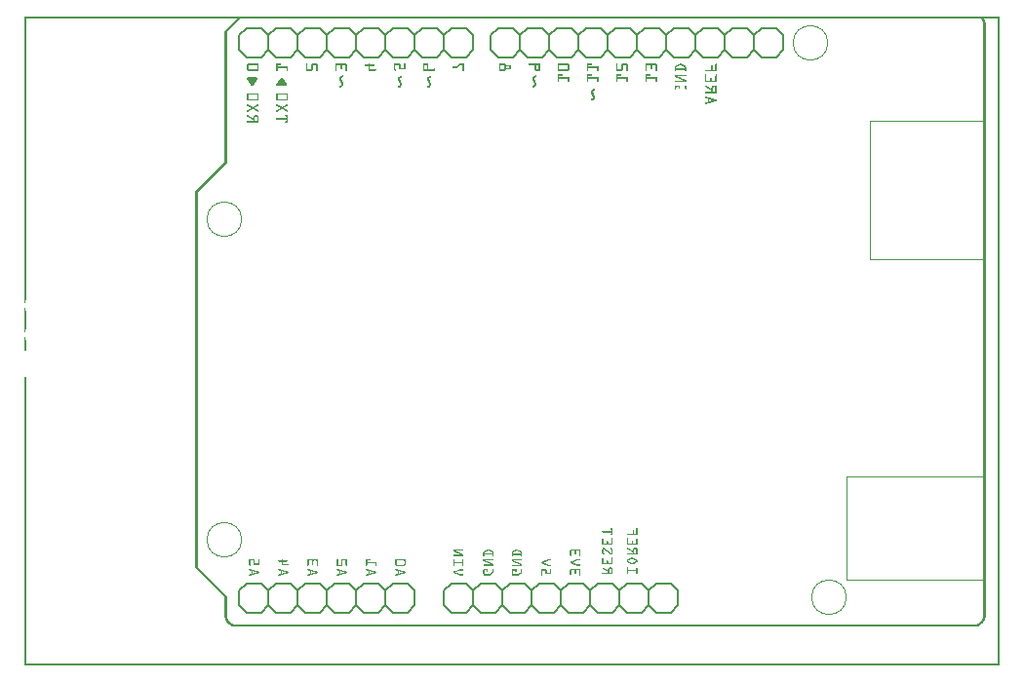
<source format=gbo>
G04 MADE WITH FRITZING*
G04 WWW.FRITZING.ORG*
G04 DOUBLE SIDED*
G04 HOLES PLATED*
G04 CONTOUR ON CENTER OF CONTOUR VECTOR*
%ASAXBY*%
%FSLAX23Y23*%
%MOIN*%
%OFA0B0*%
%SFA1.0B1.0*%
%ADD10C,0.121583X0.114639*%
%ADD11R,0.397180X0.475916X0.390236X0.468972*%
%ADD12C,0.003472*%
%ADD13R,0.475916X0.357805X0.468972X0.350861*%
%ADD14C,0.006000*%
%ADD15R,0.001000X0.001000*%
%LNSILK0*%
G90*
G70*
G54D10*
X683Y1527D03*
X683Y430D03*
X2685Y2133D03*
X2750Y236D03*
G54D12*
X2888Y1864D02*
X3281Y1864D01*
X3281Y1391D01*
X2888Y1391D01*
X2888Y1864D01*
D02*
X2809Y649D02*
X3281Y649D01*
X3281Y295D01*
X2809Y295D01*
X2809Y649D01*
D02*
G54D14*
X1009Y283D02*
X959Y283D01*
D02*
X959Y283D02*
X934Y258D01*
D02*
X934Y258D02*
X934Y208D01*
D02*
X934Y208D02*
X959Y183D01*
D02*
X934Y258D02*
X909Y283D01*
D02*
X909Y283D02*
X859Y283D01*
D02*
X859Y283D02*
X834Y258D01*
D02*
X834Y258D02*
X834Y208D01*
D02*
X834Y208D02*
X859Y183D01*
D02*
X859Y183D02*
X909Y183D01*
D02*
X909Y183D02*
X934Y208D01*
D02*
X1134Y258D02*
X1109Y283D01*
D02*
X1109Y283D02*
X1059Y283D01*
D02*
X1059Y283D02*
X1034Y258D01*
D02*
X1034Y258D02*
X1034Y208D01*
D02*
X1034Y208D02*
X1059Y183D01*
D02*
X1059Y183D02*
X1109Y183D01*
D02*
X1109Y183D02*
X1134Y208D01*
D02*
X1009Y283D02*
X1034Y258D01*
D02*
X1034Y208D02*
X1009Y183D01*
D02*
X959Y183D02*
X1009Y183D01*
D02*
X1309Y283D02*
X1259Y283D01*
D02*
X1259Y283D02*
X1234Y258D01*
D02*
X1234Y258D02*
X1234Y208D01*
D02*
X1234Y208D02*
X1259Y183D01*
D02*
X1234Y258D02*
X1209Y283D01*
D02*
X1209Y283D02*
X1159Y283D01*
D02*
X1159Y283D02*
X1134Y258D01*
D02*
X1134Y258D02*
X1134Y208D01*
D02*
X1134Y208D02*
X1159Y183D01*
D02*
X1159Y183D02*
X1209Y183D01*
D02*
X1209Y183D02*
X1234Y208D01*
D02*
X1334Y258D02*
X1334Y208D01*
D02*
X1309Y283D02*
X1334Y258D01*
D02*
X1334Y208D02*
X1309Y183D01*
D02*
X1259Y183D02*
X1309Y183D01*
D02*
X809Y283D02*
X759Y283D01*
D02*
X759Y283D02*
X734Y258D01*
D02*
X734Y258D02*
X734Y208D01*
D02*
X734Y208D02*
X759Y183D01*
D02*
X809Y283D02*
X834Y258D01*
D02*
X834Y208D02*
X809Y183D01*
D02*
X759Y183D02*
X809Y183D01*
D02*
X2419Y2083D02*
X2469Y2083D01*
D02*
X2219Y2083D02*
X2269Y2083D01*
D02*
X2319Y2083D02*
X2369Y2083D01*
D02*
X2119Y2083D02*
X2169Y2083D01*
D02*
X1919Y2083D02*
X1969Y2083D01*
D02*
X2019Y2083D02*
X2069Y2083D01*
D02*
X1819Y2083D02*
X1869Y2083D01*
D02*
X1619Y2083D02*
X1669Y2083D01*
D02*
X1719Y2083D02*
X1769Y2083D01*
D02*
X2519Y2083D02*
X2569Y2083D01*
D02*
X2394Y2108D02*
X2419Y2083D01*
D02*
X2469Y2083D02*
X2494Y2108D01*
D02*
X2494Y2108D02*
X2494Y2158D01*
D02*
X2494Y2158D02*
X2469Y2183D01*
D02*
X2469Y2183D02*
X2419Y2183D01*
D02*
X2419Y2183D02*
X2394Y2158D01*
D02*
X2269Y2083D02*
X2294Y2108D01*
D02*
X2294Y2108D02*
X2294Y2158D01*
D02*
X2294Y2158D02*
X2269Y2183D01*
D02*
X2294Y2108D02*
X2319Y2083D01*
D02*
X2369Y2083D02*
X2394Y2108D01*
D02*
X2394Y2108D02*
X2394Y2158D01*
D02*
X2394Y2158D02*
X2369Y2183D01*
D02*
X2369Y2183D02*
X2319Y2183D01*
D02*
X2319Y2183D02*
X2294Y2158D01*
D02*
X2094Y2108D02*
X2119Y2083D01*
D02*
X2169Y2083D02*
X2194Y2108D01*
D02*
X2194Y2108D02*
X2194Y2158D01*
D02*
X2194Y2158D02*
X2169Y2183D01*
D02*
X2169Y2183D02*
X2119Y2183D01*
D02*
X2119Y2183D02*
X2094Y2158D01*
D02*
X2219Y2083D02*
X2194Y2108D01*
D02*
X2194Y2158D02*
X2219Y2183D01*
D02*
X2269Y2183D02*
X2219Y2183D01*
D02*
X1969Y2083D02*
X1994Y2108D01*
D02*
X1994Y2108D02*
X1994Y2158D01*
D02*
X1994Y2158D02*
X1969Y2183D01*
D02*
X1994Y2108D02*
X2019Y2083D01*
D02*
X2069Y2083D02*
X2094Y2108D01*
D02*
X2094Y2108D02*
X2094Y2158D01*
D02*
X2094Y2158D02*
X2069Y2183D01*
D02*
X2069Y2183D02*
X2019Y2183D01*
D02*
X2019Y2183D02*
X1994Y2158D01*
D02*
X1794Y2108D02*
X1819Y2083D01*
D02*
X1869Y2083D02*
X1894Y2108D01*
D02*
X1894Y2108D02*
X1894Y2158D01*
D02*
X1894Y2158D02*
X1869Y2183D01*
D02*
X1869Y2183D02*
X1819Y2183D01*
D02*
X1819Y2183D02*
X1794Y2158D01*
D02*
X1919Y2083D02*
X1894Y2108D01*
D02*
X1894Y2158D02*
X1919Y2183D01*
D02*
X1969Y2183D02*
X1919Y2183D01*
D02*
X1669Y2083D02*
X1694Y2108D01*
D02*
X1694Y2108D02*
X1694Y2158D01*
D02*
X1694Y2158D02*
X1669Y2183D01*
D02*
X1694Y2108D02*
X1719Y2083D01*
D02*
X1769Y2083D02*
X1794Y2108D01*
D02*
X1794Y2108D02*
X1794Y2158D01*
D02*
X1794Y2158D02*
X1769Y2183D01*
D02*
X1769Y2183D02*
X1719Y2183D01*
D02*
X1719Y2183D02*
X1694Y2158D01*
D02*
X1594Y2108D02*
X1594Y2158D01*
D02*
X1619Y2083D02*
X1594Y2108D01*
D02*
X1594Y2158D02*
X1619Y2183D01*
D02*
X1669Y2183D02*
X1619Y2183D01*
D02*
X2569Y2083D02*
X2594Y2108D01*
D02*
X2594Y2108D02*
X2594Y2158D01*
D02*
X2594Y2158D02*
X2569Y2183D01*
D02*
X2519Y2083D02*
X2494Y2108D01*
D02*
X2494Y2158D02*
X2519Y2183D01*
D02*
X2569Y2183D02*
X2519Y2183D01*
D02*
X1359Y2083D02*
X1409Y2083D01*
D02*
X1409Y2083D02*
X1434Y2108D01*
D02*
X1434Y2108D02*
X1434Y2158D01*
D02*
X1434Y2158D02*
X1409Y2183D01*
D02*
X1234Y2108D02*
X1259Y2083D01*
D02*
X1259Y2083D02*
X1309Y2083D01*
D02*
X1309Y2083D02*
X1334Y2108D01*
D02*
X1334Y2108D02*
X1334Y2158D01*
D02*
X1334Y2158D02*
X1309Y2183D01*
D02*
X1309Y2183D02*
X1259Y2183D01*
D02*
X1259Y2183D02*
X1234Y2158D01*
D02*
X1359Y2083D02*
X1334Y2108D01*
D02*
X1334Y2158D02*
X1359Y2183D01*
D02*
X1409Y2183D02*
X1359Y2183D01*
D02*
X1059Y2083D02*
X1109Y2083D01*
D02*
X1109Y2083D02*
X1134Y2108D01*
D02*
X1134Y2108D02*
X1134Y2158D01*
D02*
X1134Y2158D02*
X1109Y2183D01*
D02*
X1134Y2108D02*
X1159Y2083D01*
D02*
X1159Y2083D02*
X1209Y2083D01*
D02*
X1209Y2083D02*
X1234Y2108D01*
D02*
X1234Y2108D02*
X1234Y2158D01*
D02*
X1234Y2158D02*
X1209Y2183D01*
D02*
X1209Y2183D02*
X1159Y2183D01*
D02*
X1159Y2183D02*
X1134Y2158D01*
D02*
X934Y2108D02*
X959Y2083D01*
D02*
X959Y2083D02*
X1009Y2083D01*
D02*
X1009Y2083D02*
X1034Y2108D01*
D02*
X1034Y2108D02*
X1034Y2158D01*
D02*
X1034Y2158D02*
X1009Y2183D01*
D02*
X1009Y2183D02*
X959Y2183D01*
D02*
X959Y2183D02*
X934Y2158D01*
D02*
X1059Y2083D02*
X1034Y2108D01*
D02*
X1034Y2158D02*
X1059Y2183D01*
D02*
X1109Y2183D02*
X1059Y2183D01*
D02*
X759Y2083D02*
X809Y2083D01*
D02*
X809Y2083D02*
X834Y2108D01*
D02*
X834Y2108D02*
X834Y2158D01*
D02*
X834Y2158D02*
X809Y2183D01*
D02*
X834Y2108D02*
X859Y2083D01*
D02*
X859Y2083D02*
X909Y2083D01*
D02*
X909Y2083D02*
X934Y2108D01*
D02*
X934Y2108D02*
X934Y2158D01*
D02*
X934Y2158D02*
X909Y2183D01*
D02*
X909Y2183D02*
X859Y2183D01*
D02*
X859Y2183D02*
X834Y2158D01*
D02*
X734Y2108D02*
X734Y2158D01*
D02*
X759Y2083D02*
X734Y2108D01*
D02*
X734Y2158D02*
X759Y2183D01*
D02*
X809Y2183D02*
X759Y2183D01*
D02*
X1459Y2083D02*
X1509Y2083D01*
D02*
X1509Y2083D02*
X1534Y2108D01*
D02*
X1534Y2108D02*
X1534Y2158D01*
D02*
X1534Y2158D02*
X1509Y2183D01*
D02*
X1459Y2083D02*
X1434Y2108D01*
D02*
X1434Y2158D02*
X1459Y2183D01*
D02*
X1509Y2183D02*
X1459Y2183D01*
D02*
X1609Y283D02*
X1559Y283D01*
D02*
X1559Y283D02*
X1534Y258D01*
D02*
X1534Y258D02*
X1534Y208D01*
D02*
X1534Y208D02*
X1559Y183D01*
D02*
X1734Y258D02*
X1709Y283D01*
D02*
X1709Y283D02*
X1659Y283D01*
D02*
X1659Y283D02*
X1634Y258D01*
D02*
X1634Y258D02*
X1634Y208D01*
D02*
X1634Y208D02*
X1659Y183D01*
D02*
X1659Y183D02*
X1709Y183D01*
D02*
X1709Y183D02*
X1734Y208D01*
D02*
X1609Y283D02*
X1634Y258D01*
D02*
X1634Y208D02*
X1609Y183D01*
D02*
X1559Y183D02*
X1609Y183D01*
D02*
X1909Y283D02*
X1859Y283D01*
D02*
X1859Y283D02*
X1834Y258D01*
D02*
X1834Y258D02*
X1834Y208D01*
D02*
X1834Y208D02*
X1859Y183D01*
D02*
X1834Y258D02*
X1809Y283D01*
D02*
X1809Y283D02*
X1759Y283D01*
D02*
X1759Y283D02*
X1734Y258D01*
D02*
X1734Y258D02*
X1734Y208D01*
D02*
X1734Y208D02*
X1759Y183D01*
D02*
X1759Y183D02*
X1809Y183D01*
D02*
X1809Y183D02*
X1834Y208D01*
D02*
X2034Y258D02*
X2009Y283D01*
D02*
X2009Y283D02*
X1959Y283D01*
D02*
X1959Y283D02*
X1934Y258D01*
D02*
X1934Y258D02*
X1934Y208D01*
D02*
X1934Y208D02*
X1959Y183D01*
D02*
X1959Y183D02*
X2009Y183D01*
D02*
X2009Y183D02*
X2034Y208D01*
D02*
X1909Y283D02*
X1934Y258D01*
D02*
X1934Y208D02*
X1909Y183D01*
D02*
X1859Y183D02*
X1909Y183D01*
D02*
X2209Y283D02*
X2159Y283D01*
D02*
X2159Y283D02*
X2134Y258D01*
D02*
X2134Y258D02*
X2134Y208D01*
D02*
X2134Y208D02*
X2159Y183D01*
D02*
X2134Y258D02*
X2109Y283D01*
D02*
X2109Y283D02*
X2059Y283D01*
D02*
X2059Y283D02*
X2034Y258D01*
D02*
X2034Y258D02*
X2034Y208D01*
D02*
X2034Y208D02*
X2059Y183D01*
D02*
X2059Y183D02*
X2109Y183D01*
D02*
X2109Y183D02*
X2134Y208D01*
D02*
X2234Y258D02*
X2234Y208D01*
D02*
X2209Y283D02*
X2234Y258D01*
D02*
X2234Y208D02*
X2209Y183D01*
D02*
X2159Y183D02*
X2209Y183D01*
D02*
X1509Y283D02*
X1459Y283D01*
D02*
X1459Y283D02*
X1434Y258D01*
D02*
X1434Y258D02*
X1434Y208D01*
D02*
X1434Y208D02*
X1459Y183D01*
D02*
X1509Y283D02*
X1534Y258D01*
D02*
X1534Y208D02*
X1509Y183D01*
D02*
X1459Y183D02*
X1509Y183D01*
G54D15*
X0Y2222D02*
X3332Y2222D01*
X0Y2221D02*
X3332Y2221D01*
X0Y2220D02*
X3332Y2220D01*
X0Y2219D02*
X3332Y2219D01*
X0Y2218D02*
X3332Y2218D01*
X0Y2217D02*
X3332Y2217D01*
X0Y2216D02*
X3332Y2216D01*
X0Y2215D02*
X3332Y2215D01*
X0Y2214D02*
X7Y2214D01*
X727Y2214D02*
X737Y2214D01*
X3270Y2214D02*
X3279Y2214D01*
X3325Y2214D02*
X3332Y2214D01*
X0Y2213D02*
X7Y2213D01*
X726Y2213D02*
X736Y2213D01*
X3271Y2213D02*
X3279Y2213D01*
X3325Y2213D02*
X3332Y2213D01*
X0Y2212D02*
X7Y2212D01*
X725Y2212D02*
X735Y2212D01*
X3272Y2212D02*
X3280Y2212D01*
X3325Y2212D02*
X3332Y2212D01*
X0Y2211D02*
X7Y2211D01*
X724Y2211D02*
X734Y2211D01*
X3272Y2211D02*
X3280Y2211D01*
X3325Y2211D02*
X3332Y2211D01*
X0Y2210D02*
X7Y2210D01*
X723Y2210D02*
X733Y2210D01*
X3273Y2210D02*
X3281Y2210D01*
X3325Y2210D02*
X3332Y2210D01*
X0Y2209D02*
X7Y2209D01*
X722Y2209D02*
X732Y2209D01*
X3274Y2209D02*
X3281Y2209D01*
X3325Y2209D02*
X3332Y2209D01*
X0Y2208D02*
X7Y2208D01*
X721Y2208D02*
X731Y2208D01*
X3274Y2208D02*
X3282Y2208D01*
X3325Y2208D02*
X3332Y2208D01*
X0Y2207D02*
X7Y2207D01*
X720Y2207D02*
X730Y2207D01*
X3274Y2207D02*
X3282Y2207D01*
X3325Y2207D02*
X3332Y2207D01*
X0Y2206D02*
X7Y2206D01*
X719Y2206D02*
X729Y2206D01*
X3275Y2206D02*
X3282Y2206D01*
X3325Y2206D02*
X3332Y2206D01*
X0Y2205D02*
X7Y2205D01*
X718Y2205D02*
X728Y2205D01*
X3275Y2205D02*
X3283Y2205D01*
X3325Y2205D02*
X3332Y2205D01*
X0Y2204D02*
X7Y2204D01*
X717Y2204D02*
X727Y2204D01*
X3276Y2204D02*
X3283Y2204D01*
X3325Y2204D02*
X3332Y2204D01*
X0Y2203D02*
X7Y2203D01*
X716Y2203D02*
X726Y2203D01*
X3276Y2203D02*
X3283Y2203D01*
X3325Y2203D02*
X3332Y2203D01*
X0Y2202D02*
X7Y2202D01*
X715Y2202D02*
X725Y2202D01*
X3276Y2202D02*
X3283Y2202D01*
X3325Y2202D02*
X3332Y2202D01*
X0Y2201D02*
X7Y2201D01*
X714Y2201D02*
X724Y2201D01*
X3276Y2201D02*
X3283Y2201D01*
X3325Y2201D02*
X3332Y2201D01*
X0Y2200D02*
X7Y2200D01*
X713Y2200D02*
X723Y2200D01*
X3277Y2200D02*
X3284Y2200D01*
X3325Y2200D02*
X3332Y2200D01*
X0Y2199D02*
X7Y2199D01*
X712Y2199D02*
X722Y2199D01*
X3277Y2199D02*
X3284Y2199D01*
X3325Y2199D02*
X3332Y2199D01*
X0Y2198D02*
X7Y2198D01*
X711Y2198D02*
X721Y2198D01*
X3277Y2198D02*
X3284Y2198D01*
X3325Y2198D02*
X3332Y2198D01*
X0Y2197D02*
X7Y2197D01*
X710Y2197D02*
X720Y2197D01*
X3277Y2197D02*
X3284Y2197D01*
X3325Y2197D02*
X3332Y2197D01*
X0Y2196D02*
X7Y2196D01*
X709Y2196D02*
X719Y2196D01*
X3277Y2196D02*
X3284Y2196D01*
X3325Y2196D02*
X3332Y2196D01*
X0Y2195D02*
X7Y2195D01*
X708Y2195D02*
X718Y2195D01*
X3277Y2195D02*
X3284Y2195D01*
X3325Y2195D02*
X3332Y2195D01*
X0Y2194D02*
X7Y2194D01*
X707Y2194D02*
X717Y2194D01*
X3277Y2194D02*
X3284Y2194D01*
X3325Y2194D02*
X3332Y2194D01*
X0Y2193D02*
X7Y2193D01*
X706Y2193D02*
X716Y2193D01*
X3277Y2193D02*
X3284Y2193D01*
X3325Y2193D02*
X3332Y2193D01*
X0Y2192D02*
X7Y2192D01*
X705Y2192D02*
X715Y2192D01*
X3277Y2192D02*
X3284Y2192D01*
X3325Y2192D02*
X3332Y2192D01*
X0Y2191D02*
X7Y2191D01*
X704Y2191D02*
X714Y2191D01*
X3277Y2191D02*
X3284Y2191D01*
X3325Y2191D02*
X3332Y2191D01*
X0Y2190D02*
X7Y2190D01*
X703Y2190D02*
X713Y2190D01*
X3277Y2190D02*
X3284Y2190D01*
X3325Y2190D02*
X3332Y2190D01*
X0Y2189D02*
X7Y2189D01*
X702Y2189D02*
X712Y2189D01*
X3277Y2189D02*
X3284Y2189D01*
X3325Y2189D02*
X3332Y2189D01*
X0Y2188D02*
X7Y2188D01*
X701Y2188D02*
X711Y2188D01*
X3277Y2188D02*
X3284Y2188D01*
X3325Y2188D02*
X3332Y2188D01*
X0Y2187D02*
X7Y2187D01*
X700Y2187D02*
X710Y2187D01*
X3277Y2187D02*
X3284Y2187D01*
X3325Y2187D02*
X3332Y2187D01*
X0Y2186D02*
X7Y2186D01*
X699Y2186D02*
X709Y2186D01*
X3277Y2186D02*
X3284Y2186D01*
X3325Y2186D02*
X3332Y2186D01*
X0Y2185D02*
X7Y2185D01*
X698Y2185D02*
X708Y2185D01*
X3277Y2185D02*
X3284Y2185D01*
X3325Y2185D02*
X3332Y2185D01*
X0Y2184D02*
X7Y2184D01*
X697Y2184D02*
X707Y2184D01*
X3277Y2184D02*
X3284Y2184D01*
X3325Y2184D02*
X3332Y2184D01*
X0Y2183D02*
X7Y2183D01*
X696Y2183D02*
X706Y2183D01*
X3277Y2183D02*
X3284Y2183D01*
X3325Y2183D02*
X3332Y2183D01*
X0Y2182D02*
X7Y2182D01*
X695Y2182D02*
X705Y2182D01*
X3277Y2182D02*
X3284Y2182D01*
X3325Y2182D02*
X3332Y2182D01*
X0Y2181D02*
X7Y2181D01*
X694Y2181D02*
X704Y2181D01*
X3277Y2181D02*
X3284Y2181D01*
X3325Y2181D02*
X3332Y2181D01*
X0Y2180D02*
X7Y2180D01*
X693Y2180D02*
X703Y2180D01*
X3277Y2180D02*
X3284Y2180D01*
X3325Y2180D02*
X3332Y2180D01*
X0Y2179D02*
X7Y2179D01*
X692Y2179D02*
X702Y2179D01*
X3277Y2179D02*
X3284Y2179D01*
X3325Y2179D02*
X3332Y2179D01*
X0Y2178D02*
X7Y2178D01*
X691Y2178D02*
X701Y2178D01*
X3277Y2178D02*
X3284Y2178D01*
X3325Y2178D02*
X3332Y2178D01*
X0Y2177D02*
X7Y2177D01*
X690Y2177D02*
X700Y2177D01*
X3277Y2177D02*
X3284Y2177D01*
X3325Y2177D02*
X3332Y2177D01*
X0Y2176D02*
X7Y2176D01*
X689Y2176D02*
X699Y2176D01*
X3277Y2176D02*
X3284Y2176D01*
X3325Y2176D02*
X3332Y2176D01*
X0Y2175D02*
X7Y2175D01*
X688Y2175D02*
X698Y2175D01*
X3277Y2175D02*
X3284Y2175D01*
X3325Y2175D02*
X3332Y2175D01*
X0Y2174D02*
X7Y2174D01*
X687Y2174D02*
X697Y2174D01*
X3277Y2174D02*
X3284Y2174D01*
X3325Y2174D02*
X3332Y2174D01*
X0Y2173D02*
X7Y2173D01*
X686Y2173D02*
X696Y2173D01*
X3277Y2173D02*
X3284Y2173D01*
X3325Y2173D02*
X3332Y2173D01*
X0Y2172D02*
X7Y2172D01*
X685Y2172D02*
X695Y2172D01*
X3277Y2172D02*
X3284Y2172D01*
X3325Y2172D02*
X3332Y2172D01*
X0Y2171D02*
X7Y2171D01*
X684Y2171D02*
X694Y2171D01*
X3277Y2171D02*
X3284Y2171D01*
X3325Y2171D02*
X3332Y2171D01*
X0Y2170D02*
X7Y2170D01*
X684Y2170D02*
X693Y2170D01*
X3277Y2170D02*
X3284Y2170D01*
X3325Y2170D02*
X3332Y2170D01*
X0Y2169D02*
X7Y2169D01*
X684Y2169D02*
X692Y2169D01*
X3277Y2169D02*
X3284Y2169D01*
X3325Y2169D02*
X3332Y2169D01*
X0Y2168D02*
X7Y2168D01*
X684Y2168D02*
X691Y2168D01*
X3277Y2168D02*
X3284Y2168D01*
X3325Y2168D02*
X3332Y2168D01*
X0Y2167D02*
X7Y2167D01*
X684Y2167D02*
X691Y2167D01*
X3277Y2167D02*
X3284Y2167D01*
X3325Y2167D02*
X3332Y2167D01*
X0Y2166D02*
X7Y2166D01*
X684Y2166D02*
X691Y2166D01*
X3277Y2166D02*
X3284Y2166D01*
X3325Y2166D02*
X3332Y2166D01*
X0Y2165D02*
X7Y2165D01*
X684Y2165D02*
X691Y2165D01*
X3277Y2165D02*
X3284Y2165D01*
X3325Y2165D02*
X3332Y2165D01*
X0Y2164D02*
X7Y2164D01*
X684Y2164D02*
X691Y2164D01*
X3277Y2164D02*
X3284Y2164D01*
X3325Y2164D02*
X3332Y2164D01*
X0Y2163D02*
X7Y2163D01*
X684Y2163D02*
X691Y2163D01*
X3277Y2163D02*
X3284Y2163D01*
X3325Y2163D02*
X3332Y2163D01*
X0Y2162D02*
X7Y2162D01*
X684Y2162D02*
X691Y2162D01*
X3277Y2162D02*
X3284Y2162D01*
X3325Y2162D02*
X3332Y2162D01*
X0Y2161D02*
X7Y2161D01*
X684Y2161D02*
X691Y2161D01*
X3277Y2161D02*
X3284Y2161D01*
X3325Y2161D02*
X3332Y2161D01*
X0Y2160D02*
X7Y2160D01*
X684Y2160D02*
X691Y2160D01*
X3277Y2160D02*
X3284Y2160D01*
X3325Y2160D02*
X3332Y2160D01*
X0Y2159D02*
X7Y2159D01*
X684Y2159D02*
X691Y2159D01*
X3277Y2159D02*
X3284Y2159D01*
X3325Y2159D02*
X3332Y2159D01*
X0Y2158D02*
X7Y2158D01*
X684Y2158D02*
X691Y2158D01*
X3277Y2158D02*
X3284Y2158D01*
X3325Y2158D02*
X3332Y2158D01*
X0Y2157D02*
X7Y2157D01*
X684Y2157D02*
X691Y2157D01*
X3277Y2157D02*
X3284Y2157D01*
X3325Y2157D02*
X3332Y2157D01*
X0Y2156D02*
X7Y2156D01*
X684Y2156D02*
X691Y2156D01*
X3277Y2156D02*
X3284Y2156D01*
X3325Y2156D02*
X3332Y2156D01*
X0Y2155D02*
X7Y2155D01*
X684Y2155D02*
X691Y2155D01*
X3277Y2155D02*
X3284Y2155D01*
X3325Y2155D02*
X3332Y2155D01*
X0Y2154D02*
X7Y2154D01*
X684Y2154D02*
X691Y2154D01*
X3277Y2154D02*
X3284Y2154D01*
X3325Y2154D02*
X3332Y2154D01*
X0Y2153D02*
X7Y2153D01*
X684Y2153D02*
X691Y2153D01*
X3277Y2153D02*
X3284Y2153D01*
X3325Y2153D02*
X3332Y2153D01*
X0Y2152D02*
X7Y2152D01*
X684Y2152D02*
X691Y2152D01*
X3277Y2152D02*
X3284Y2152D01*
X3325Y2152D02*
X3332Y2152D01*
X0Y2151D02*
X7Y2151D01*
X684Y2151D02*
X691Y2151D01*
X3277Y2151D02*
X3284Y2151D01*
X3325Y2151D02*
X3332Y2151D01*
X0Y2150D02*
X7Y2150D01*
X684Y2150D02*
X691Y2150D01*
X3277Y2150D02*
X3284Y2150D01*
X3325Y2150D02*
X3332Y2150D01*
X0Y2149D02*
X7Y2149D01*
X684Y2149D02*
X691Y2149D01*
X3277Y2149D02*
X3284Y2149D01*
X3325Y2149D02*
X3332Y2149D01*
X0Y2148D02*
X7Y2148D01*
X684Y2148D02*
X691Y2148D01*
X3277Y2148D02*
X3284Y2148D01*
X3325Y2148D02*
X3332Y2148D01*
X0Y2147D02*
X7Y2147D01*
X684Y2147D02*
X691Y2147D01*
X3277Y2147D02*
X3284Y2147D01*
X3325Y2147D02*
X3332Y2147D01*
X0Y2146D02*
X7Y2146D01*
X684Y2146D02*
X691Y2146D01*
X3277Y2146D02*
X3284Y2146D01*
X3325Y2146D02*
X3332Y2146D01*
X0Y2145D02*
X7Y2145D01*
X684Y2145D02*
X691Y2145D01*
X3277Y2145D02*
X3284Y2145D01*
X3325Y2145D02*
X3332Y2145D01*
X0Y2144D02*
X7Y2144D01*
X684Y2144D02*
X691Y2144D01*
X3277Y2144D02*
X3284Y2144D01*
X3325Y2144D02*
X3332Y2144D01*
X0Y2143D02*
X7Y2143D01*
X684Y2143D02*
X691Y2143D01*
X3277Y2143D02*
X3284Y2143D01*
X3325Y2143D02*
X3332Y2143D01*
X0Y2142D02*
X7Y2142D01*
X684Y2142D02*
X691Y2142D01*
X3277Y2142D02*
X3284Y2142D01*
X3325Y2142D02*
X3332Y2142D01*
X0Y2141D02*
X7Y2141D01*
X684Y2141D02*
X691Y2141D01*
X3277Y2141D02*
X3284Y2141D01*
X3325Y2141D02*
X3332Y2141D01*
X0Y2140D02*
X7Y2140D01*
X684Y2140D02*
X691Y2140D01*
X3277Y2140D02*
X3284Y2140D01*
X3325Y2140D02*
X3332Y2140D01*
X0Y2139D02*
X7Y2139D01*
X684Y2139D02*
X691Y2139D01*
X3277Y2139D02*
X3284Y2139D01*
X3325Y2139D02*
X3332Y2139D01*
X0Y2138D02*
X7Y2138D01*
X684Y2138D02*
X691Y2138D01*
X3277Y2138D02*
X3284Y2138D01*
X3325Y2138D02*
X3332Y2138D01*
X0Y2137D02*
X7Y2137D01*
X684Y2137D02*
X691Y2137D01*
X3277Y2137D02*
X3284Y2137D01*
X3325Y2137D02*
X3332Y2137D01*
X0Y2136D02*
X7Y2136D01*
X684Y2136D02*
X691Y2136D01*
X3277Y2136D02*
X3284Y2136D01*
X3325Y2136D02*
X3332Y2136D01*
X0Y2135D02*
X7Y2135D01*
X684Y2135D02*
X691Y2135D01*
X3277Y2135D02*
X3284Y2135D01*
X3325Y2135D02*
X3332Y2135D01*
X0Y2134D02*
X7Y2134D01*
X684Y2134D02*
X691Y2134D01*
X3277Y2134D02*
X3284Y2134D01*
X3325Y2134D02*
X3332Y2134D01*
X0Y2133D02*
X7Y2133D01*
X684Y2133D02*
X691Y2133D01*
X3277Y2133D02*
X3284Y2133D01*
X3325Y2133D02*
X3332Y2133D01*
X0Y2132D02*
X7Y2132D01*
X684Y2132D02*
X691Y2132D01*
X3277Y2132D02*
X3284Y2132D01*
X3325Y2132D02*
X3332Y2132D01*
X0Y2131D02*
X7Y2131D01*
X684Y2131D02*
X691Y2131D01*
X3277Y2131D02*
X3284Y2131D01*
X3325Y2131D02*
X3332Y2131D01*
X0Y2130D02*
X7Y2130D01*
X684Y2130D02*
X691Y2130D01*
X3277Y2130D02*
X3284Y2130D01*
X3325Y2130D02*
X3332Y2130D01*
X0Y2129D02*
X7Y2129D01*
X684Y2129D02*
X691Y2129D01*
X3277Y2129D02*
X3284Y2129D01*
X3325Y2129D02*
X3332Y2129D01*
X0Y2128D02*
X7Y2128D01*
X684Y2128D02*
X691Y2128D01*
X3277Y2128D02*
X3284Y2128D01*
X3325Y2128D02*
X3332Y2128D01*
X0Y2127D02*
X7Y2127D01*
X684Y2127D02*
X691Y2127D01*
X3277Y2127D02*
X3284Y2127D01*
X3325Y2127D02*
X3332Y2127D01*
X0Y2126D02*
X7Y2126D01*
X684Y2126D02*
X691Y2126D01*
X3277Y2126D02*
X3284Y2126D01*
X3325Y2126D02*
X3332Y2126D01*
X0Y2125D02*
X7Y2125D01*
X684Y2125D02*
X691Y2125D01*
X3277Y2125D02*
X3284Y2125D01*
X3325Y2125D02*
X3332Y2125D01*
X0Y2124D02*
X7Y2124D01*
X684Y2124D02*
X691Y2124D01*
X3277Y2124D02*
X3284Y2124D01*
X3325Y2124D02*
X3332Y2124D01*
X0Y2123D02*
X7Y2123D01*
X684Y2123D02*
X691Y2123D01*
X3277Y2123D02*
X3284Y2123D01*
X3325Y2123D02*
X3332Y2123D01*
X0Y2122D02*
X7Y2122D01*
X684Y2122D02*
X691Y2122D01*
X3277Y2122D02*
X3284Y2122D01*
X3325Y2122D02*
X3332Y2122D01*
X0Y2121D02*
X7Y2121D01*
X684Y2121D02*
X691Y2121D01*
X3277Y2121D02*
X3284Y2121D01*
X3325Y2121D02*
X3332Y2121D01*
X0Y2120D02*
X7Y2120D01*
X684Y2120D02*
X691Y2120D01*
X3277Y2120D02*
X3284Y2120D01*
X3325Y2120D02*
X3332Y2120D01*
X0Y2119D02*
X7Y2119D01*
X684Y2119D02*
X691Y2119D01*
X3277Y2119D02*
X3284Y2119D01*
X3325Y2119D02*
X3332Y2119D01*
X0Y2118D02*
X7Y2118D01*
X684Y2118D02*
X691Y2118D01*
X3277Y2118D02*
X3284Y2118D01*
X3325Y2118D02*
X3332Y2118D01*
X0Y2117D02*
X7Y2117D01*
X684Y2117D02*
X691Y2117D01*
X3277Y2117D02*
X3284Y2117D01*
X3325Y2117D02*
X3332Y2117D01*
X0Y2116D02*
X7Y2116D01*
X684Y2116D02*
X691Y2116D01*
X3277Y2116D02*
X3284Y2116D01*
X3325Y2116D02*
X3332Y2116D01*
X0Y2115D02*
X7Y2115D01*
X684Y2115D02*
X691Y2115D01*
X3277Y2115D02*
X3284Y2115D01*
X3325Y2115D02*
X3332Y2115D01*
X0Y2114D02*
X7Y2114D01*
X684Y2114D02*
X691Y2114D01*
X3277Y2114D02*
X3284Y2114D01*
X3325Y2114D02*
X3332Y2114D01*
X0Y2113D02*
X7Y2113D01*
X684Y2113D02*
X691Y2113D01*
X3277Y2113D02*
X3284Y2113D01*
X3325Y2113D02*
X3332Y2113D01*
X0Y2112D02*
X7Y2112D01*
X684Y2112D02*
X691Y2112D01*
X3277Y2112D02*
X3284Y2112D01*
X3325Y2112D02*
X3332Y2112D01*
X0Y2111D02*
X7Y2111D01*
X684Y2111D02*
X691Y2111D01*
X3277Y2111D02*
X3284Y2111D01*
X3325Y2111D02*
X3332Y2111D01*
X0Y2110D02*
X7Y2110D01*
X684Y2110D02*
X691Y2110D01*
X3277Y2110D02*
X3284Y2110D01*
X3325Y2110D02*
X3332Y2110D01*
X0Y2109D02*
X7Y2109D01*
X684Y2109D02*
X691Y2109D01*
X3277Y2109D02*
X3284Y2109D01*
X3325Y2109D02*
X3332Y2109D01*
X0Y2108D02*
X7Y2108D01*
X684Y2108D02*
X691Y2108D01*
X3277Y2108D02*
X3284Y2108D01*
X3325Y2108D02*
X3332Y2108D01*
X0Y2107D02*
X7Y2107D01*
X684Y2107D02*
X691Y2107D01*
X3277Y2107D02*
X3284Y2107D01*
X3325Y2107D02*
X3332Y2107D01*
X0Y2106D02*
X7Y2106D01*
X684Y2106D02*
X691Y2106D01*
X3277Y2106D02*
X3284Y2106D01*
X3325Y2106D02*
X3332Y2106D01*
X0Y2105D02*
X7Y2105D01*
X684Y2105D02*
X691Y2105D01*
X3277Y2105D02*
X3284Y2105D01*
X3325Y2105D02*
X3332Y2105D01*
X0Y2104D02*
X7Y2104D01*
X684Y2104D02*
X691Y2104D01*
X3277Y2104D02*
X3284Y2104D01*
X3325Y2104D02*
X3332Y2104D01*
X0Y2103D02*
X7Y2103D01*
X684Y2103D02*
X691Y2103D01*
X3277Y2103D02*
X3284Y2103D01*
X3325Y2103D02*
X3332Y2103D01*
X0Y2102D02*
X7Y2102D01*
X684Y2102D02*
X691Y2102D01*
X3277Y2102D02*
X3284Y2102D01*
X3325Y2102D02*
X3332Y2102D01*
X0Y2101D02*
X7Y2101D01*
X684Y2101D02*
X691Y2101D01*
X3277Y2101D02*
X3284Y2101D01*
X3325Y2101D02*
X3332Y2101D01*
X0Y2100D02*
X7Y2100D01*
X684Y2100D02*
X691Y2100D01*
X3277Y2100D02*
X3284Y2100D01*
X3325Y2100D02*
X3332Y2100D01*
X0Y2099D02*
X7Y2099D01*
X684Y2099D02*
X691Y2099D01*
X3277Y2099D02*
X3284Y2099D01*
X3325Y2099D02*
X3332Y2099D01*
X0Y2098D02*
X7Y2098D01*
X684Y2098D02*
X691Y2098D01*
X3277Y2098D02*
X3284Y2098D01*
X3325Y2098D02*
X3332Y2098D01*
X0Y2097D02*
X7Y2097D01*
X684Y2097D02*
X691Y2097D01*
X3277Y2097D02*
X3284Y2097D01*
X3325Y2097D02*
X3332Y2097D01*
X0Y2096D02*
X7Y2096D01*
X684Y2096D02*
X691Y2096D01*
X3277Y2096D02*
X3284Y2096D01*
X3325Y2096D02*
X3332Y2096D01*
X0Y2095D02*
X7Y2095D01*
X684Y2095D02*
X691Y2095D01*
X3277Y2095D02*
X3284Y2095D01*
X3325Y2095D02*
X3332Y2095D01*
X0Y2094D02*
X7Y2094D01*
X684Y2094D02*
X691Y2094D01*
X3277Y2094D02*
X3284Y2094D01*
X3325Y2094D02*
X3332Y2094D01*
X0Y2093D02*
X7Y2093D01*
X684Y2093D02*
X691Y2093D01*
X3277Y2093D02*
X3284Y2093D01*
X3325Y2093D02*
X3332Y2093D01*
X0Y2092D02*
X7Y2092D01*
X684Y2092D02*
X691Y2092D01*
X3277Y2092D02*
X3284Y2092D01*
X3325Y2092D02*
X3332Y2092D01*
X0Y2091D02*
X7Y2091D01*
X684Y2091D02*
X691Y2091D01*
X3277Y2091D02*
X3284Y2091D01*
X3325Y2091D02*
X3332Y2091D01*
X0Y2090D02*
X7Y2090D01*
X684Y2090D02*
X691Y2090D01*
X3277Y2090D02*
X3284Y2090D01*
X3325Y2090D02*
X3332Y2090D01*
X0Y2089D02*
X7Y2089D01*
X684Y2089D02*
X691Y2089D01*
X3277Y2089D02*
X3284Y2089D01*
X3325Y2089D02*
X3332Y2089D01*
X0Y2088D02*
X7Y2088D01*
X684Y2088D02*
X691Y2088D01*
X3277Y2088D02*
X3284Y2088D01*
X3325Y2088D02*
X3332Y2088D01*
X0Y2087D02*
X7Y2087D01*
X684Y2087D02*
X691Y2087D01*
X3277Y2087D02*
X3284Y2087D01*
X3325Y2087D02*
X3332Y2087D01*
X0Y2086D02*
X7Y2086D01*
X684Y2086D02*
X691Y2086D01*
X3277Y2086D02*
X3284Y2086D01*
X3325Y2086D02*
X3332Y2086D01*
X0Y2085D02*
X7Y2085D01*
X684Y2085D02*
X691Y2085D01*
X3277Y2085D02*
X3284Y2085D01*
X3325Y2085D02*
X3332Y2085D01*
X0Y2084D02*
X7Y2084D01*
X684Y2084D02*
X691Y2084D01*
X3277Y2084D02*
X3284Y2084D01*
X3325Y2084D02*
X3332Y2084D01*
X0Y2083D02*
X7Y2083D01*
X684Y2083D02*
X691Y2083D01*
X3277Y2083D02*
X3284Y2083D01*
X3325Y2083D02*
X3332Y2083D01*
X0Y2082D02*
X7Y2082D01*
X684Y2082D02*
X691Y2082D01*
X3277Y2082D02*
X3284Y2082D01*
X3325Y2082D02*
X3332Y2082D01*
X0Y2081D02*
X7Y2081D01*
X684Y2081D02*
X691Y2081D01*
X3277Y2081D02*
X3284Y2081D01*
X3325Y2081D02*
X3332Y2081D01*
X0Y2080D02*
X7Y2080D01*
X684Y2080D02*
X691Y2080D01*
X3277Y2080D02*
X3284Y2080D01*
X3325Y2080D02*
X3332Y2080D01*
X0Y2079D02*
X7Y2079D01*
X684Y2079D02*
X691Y2079D01*
X3277Y2079D02*
X3284Y2079D01*
X3325Y2079D02*
X3332Y2079D01*
X0Y2078D02*
X7Y2078D01*
X684Y2078D02*
X691Y2078D01*
X3277Y2078D02*
X3284Y2078D01*
X3325Y2078D02*
X3332Y2078D01*
X0Y2077D02*
X7Y2077D01*
X684Y2077D02*
X691Y2077D01*
X3277Y2077D02*
X3284Y2077D01*
X3325Y2077D02*
X3332Y2077D01*
X0Y2076D02*
X7Y2076D01*
X684Y2076D02*
X691Y2076D01*
X3277Y2076D02*
X3284Y2076D01*
X3325Y2076D02*
X3332Y2076D01*
X0Y2075D02*
X7Y2075D01*
X684Y2075D02*
X691Y2075D01*
X3277Y2075D02*
X3284Y2075D01*
X3325Y2075D02*
X3332Y2075D01*
X0Y2074D02*
X7Y2074D01*
X684Y2074D02*
X691Y2074D01*
X3277Y2074D02*
X3284Y2074D01*
X3325Y2074D02*
X3332Y2074D01*
X0Y2073D02*
X7Y2073D01*
X684Y2073D02*
X691Y2073D01*
X3277Y2073D02*
X3284Y2073D01*
X3325Y2073D02*
X3332Y2073D01*
X0Y2072D02*
X7Y2072D01*
X684Y2072D02*
X691Y2072D01*
X3277Y2072D02*
X3284Y2072D01*
X3325Y2072D02*
X3332Y2072D01*
X0Y2071D02*
X7Y2071D01*
X684Y2071D02*
X691Y2071D01*
X3277Y2071D02*
X3284Y2071D01*
X3325Y2071D02*
X3332Y2071D01*
X0Y2070D02*
X7Y2070D01*
X684Y2070D02*
X691Y2070D01*
X3277Y2070D02*
X3284Y2070D01*
X3325Y2070D02*
X3332Y2070D01*
X0Y2069D02*
X7Y2069D01*
X684Y2069D02*
X691Y2069D01*
X3277Y2069D02*
X3284Y2069D01*
X3325Y2069D02*
X3332Y2069D01*
X0Y2068D02*
X7Y2068D01*
X684Y2068D02*
X691Y2068D01*
X3277Y2068D02*
X3284Y2068D01*
X3325Y2068D02*
X3332Y2068D01*
X0Y2067D02*
X7Y2067D01*
X684Y2067D02*
X691Y2067D01*
X3277Y2067D02*
X3284Y2067D01*
X3325Y2067D02*
X3332Y2067D01*
X0Y2066D02*
X7Y2066D01*
X684Y2066D02*
X691Y2066D01*
X3277Y2066D02*
X3284Y2066D01*
X3325Y2066D02*
X3332Y2066D01*
X0Y2065D02*
X7Y2065D01*
X684Y2065D02*
X691Y2065D01*
X3277Y2065D02*
X3284Y2065D01*
X3325Y2065D02*
X3332Y2065D01*
X0Y2064D02*
X7Y2064D01*
X684Y2064D02*
X691Y2064D01*
X3277Y2064D02*
X3284Y2064D01*
X3325Y2064D02*
X3332Y2064D01*
X0Y2063D02*
X7Y2063D01*
X684Y2063D02*
X691Y2063D01*
X3277Y2063D02*
X3284Y2063D01*
X3325Y2063D02*
X3332Y2063D01*
X0Y2062D02*
X7Y2062D01*
X684Y2062D02*
X691Y2062D01*
X3277Y2062D02*
X3284Y2062D01*
X3325Y2062D02*
X3332Y2062D01*
X0Y2061D02*
X7Y2061D01*
X684Y2061D02*
X691Y2061D01*
X763Y2061D02*
X797Y2061D01*
X861Y2061D02*
X876Y2061D01*
X964Y2061D02*
X966Y2061D01*
X983Y2061D02*
X999Y2061D01*
X1066Y2061D02*
X1079Y2061D01*
X1085Y2061D02*
X1099Y2061D01*
X1266Y2061D02*
X1281Y2061D01*
X1299Y2061D02*
X1301Y2061D01*
X1364Y2061D02*
X1379Y2061D01*
X1486Y2061D02*
X1502Y2061D01*
X1625Y2061D02*
X1641Y2061D01*
X1723Y2061D02*
X1761Y2061D01*
X1826Y2061D02*
X1859Y2061D01*
X1924Y2061D02*
X1939Y2061D01*
X2024Y2061D02*
X2025Y2061D01*
X2043Y2061D02*
X2059Y2061D01*
X2126Y2061D02*
X2139Y2061D01*
X2145Y2061D02*
X2159Y2061D01*
X3277Y2061D02*
X3284Y2061D01*
X3325Y2061D02*
X3332Y2061D01*
X0Y2060D02*
X7Y2060D01*
X684Y2060D02*
X691Y2060D01*
X762Y2060D02*
X798Y2060D01*
X860Y2060D02*
X877Y2060D01*
X963Y2060D02*
X966Y2060D01*
X982Y2060D02*
X1000Y2060D01*
X1064Y2060D02*
X1081Y2060D01*
X1083Y2060D02*
X1100Y2060D01*
X1177Y2060D02*
X1178Y2060D01*
X1264Y2060D02*
X1283Y2060D01*
X1298Y2060D02*
X1302Y2060D01*
X1363Y2060D02*
X1380Y2060D01*
X1485Y2060D02*
X1502Y2060D01*
X1624Y2060D02*
X1643Y2060D01*
X1723Y2060D02*
X1762Y2060D01*
X1824Y2060D02*
X1860Y2060D01*
X1923Y2060D02*
X1940Y2060D01*
X2023Y2060D02*
X2026Y2060D01*
X2042Y2060D02*
X2060Y2060D01*
X2124Y2060D02*
X2141Y2060D01*
X2143Y2060D02*
X2160Y2060D01*
X2239Y2060D02*
X2244Y2060D01*
X2363Y2060D02*
X2365Y2060D01*
X3277Y2060D02*
X3284Y2060D01*
X3325Y2060D02*
X3332Y2060D01*
X0Y2059D02*
X7Y2059D01*
X684Y2059D02*
X691Y2059D01*
X761Y2059D02*
X799Y2059D01*
X860Y2059D02*
X877Y2059D01*
X962Y2059D02*
X967Y2059D01*
X981Y2059D02*
X1001Y2059D01*
X1063Y2059D02*
X1101Y2059D01*
X1176Y2059D02*
X1180Y2059D01*
X1263Y2059D02*
X1283Y2059D01*
X1298Y2059D02*
X1302Y2059D01*
X1362Y2059D02*
X1380Y2059D01*
X1484Y2059D02*
X1502Y2059D01*
X1623Y2059D02*
X1643Y2059D01*
X1722Y2059D02*
X1762Y2059D01*
X1823Y2059D02*
X1861Y2059D01*
X1922Y2059D02*
X1940Y2059D01*
X2022Y2059D02*
X2027Y2059D01*
X2041Y2059D02*
X2061Y2059D01*
X2123Y2059D02*
X2161Y2059D01*
X2236Y2059D02*
X2247Y2059D01*
X2362Y2059D02*
X2365Y2059D01*
X3277Y2059D02*
X3284Y2059D01*
X3325Y2059D02*
X3332Y2059D01*
X0Y2058D02*
X7Y2058D01*
X684Y2058D02*
X691Y2058D01*
X760Y2058D02*
X799Y2058D01*
X860Y2058D02*
X877Y2058D01*
X962Y2058D02*
X967Y2058D01*
X981Y2058D02*
X1002Y2058D01*
X1063Y2058D02*
X1102Y2058D01*
X1176Y2058D02*
X1180Y2058D01*
X1263Y2058D02*
X1284Y2058D01*
X1298Y2058D02*
X1302Y2058D01*
X1362Y2058D02*
X1380Y2058D01*
X1483Y2058D02*
X1502Y2058D01*
X1623Y2058D02*
X1644Y2058D01*
X1722Y2058D02*
X1762Y2058D01*
X1823Y2058D02*
X1862Y2058D01*
X1922Y2058D02*
X1940Y2058D01*
X2022Y2058D02*
X2027Y2058D01*
X2040Y2058D02*
X2062Y2058D01*
X2123Y2058D02*
X2162Y2058D01*
X2234Y2058D02*
X2249Y2058D01*
X2362Y2058D02*
X2366Y2058D01*
X3277Y2058D02*
X3284Y2058D01*
X3325Y2058D02*
X3332Y2058D01*
X0Y2057D02*
X7Y2057D01*
X684Y2057D02*
X691Y2057D01*
X760Y2057D02*
X799Y2057D01*
X860Y2057D02*
X877Y2057D01*
X962Y2057D02*
X967Y2057D01*
X980Y2057D02*
X1002Y2057D01*
X1063Y2057D02*
X1102Y2057D01*
X1163Y2057D02*
X1197Y2057D01*
X1263Y2057D02*
X1284Y2057D01*
X1298Y2057D02*
X1302Y2057D01*
X1362Y2057D02*
X1380Y2057D01*
X1482Y2057D02*
X1502Y2057D01*
X1623Y2057D02*
X1644Y2057D01*
X1722Y2057D02*
X1762Y2057D01*
X1823Y2057D02*
X1862Y2057D01*
X1922Y2057D02*
X1939Y2057D01*
X2022Y2057D02*
X2027Y2057D01*
X2040Y2057D02*
X2062Y2057D01*
X2122Y2057D02*
X2162Y2057D01*
X2232Y2057D02*
X2251Y2057D01*
X2361Y2057D02*
X2366Y2057D01*
X3277Y2057D02*
X3284Y2057D01*
X3325Y2057D02*
X3332Y2057D01*
X0Y2056D02*
X7Y2056D01*
X684Y2056D02*
X691Y2056D01*
X760Y2056D02*
X764Y2056D01*
X795Y2056D02*
X800Y2056D01*
X860Y2056D02*
X864Y2056D01*
X962Y2056D02*
X967Y2056D01*
X980Y2056D02*
X985Y2056D01*
X998Y2056D02*
X1002Y2056D01*
X1062Y2056D02*
X1067Y2056D01*
X1079Y2056D02*
X1086Y2056D01*
X1098Y2056D02*
X1102Y2056D01*
X1163Y2056D02*
X1197Y2056D01*
X1262Y2056D02*
X1267Y2056D01*
X1280Y2056D02*
X1284Y2056D01*
X1298Y2056D02*
X1302Y2056D01*
X1362Y2056D02*
X1367Y2056D01*
X1376Y2056D02*
X1380Y2056D01*
X1481Y2056D02*
X1487Y2056D01*
X1498Y2056D02*
X1502Y2056D01*
X1622Y2056D02*
X1627Y2056D01*
X1640Y2056D02*
X1661Y2056D01*
X1722Y2056D02*
X1727Y2056D01*
X1744Y2056D02*
X1749Y2056D01*
X1758Y2056D02*
X1762Y2056D01*
X1822Y2056D02*
X1827Y2056D01*
X1858Y2056D02*
X1862Y2056D01*
X1922Y2056D02*
X1927Y2056D01*
X2022Y2056D02*
X2027Y2056D01*
X2040Y2056D02*
X2044Y2056D01*
X2057Y2056D02*
X2062Y2056D01*
X2122Y2056D02*
X2127Y2056D01*
X2138Y2056D02*
X2146Y2056D01*
X2157Y2056D02*
X2162Y2056D01*
X2230Y2056D02*
X2253Y2056D01*
X2361Y2056D02*
X2366Y2056D01*
X3277Y2056D02*
X3284Y2056D01*
X3325Y2056D02*
X3332Y2056D01*
X0Y2055D02*
X7Y2055D01*
X684Y2055D02*
X691Y2055D01*
X760Y2055D02*
X764Y2055D01*
X795Y2055D02*
X800Y2055D01*
X860Y2055D02*
X864Y2055D01*
X962Y2055D02*
X967Y2055D01*
X980Y2055D02*
X984Y2055D01*
X998Y2055D02*
X1002Y2055D01*
X1062Y2055D02*
X1067Y2055D01*
X1080Y2055D02*
X1085Y2055D01*
X1098Y2055D02*
X1102Y2055D01*
X1162Y2055D02*
X1198Y2055D01*
X1262Y2055D02*
X1267Y2055D01*
X1280Y2055D02*
X1284Y2055D01*
X1298Y2055D02*
X1302Y2055D01*
X1362Y2055D02*
X1367Y2055D01*
X1376Y2055D02*
X1380Y2055D01*
X1480Y2055D02*
X1486Y2055D01*
X1498Y2055D02*
X1502Y2055D01*
X1622Y2055D02*
X1627Y2055D01*
X1640Y2055D02*
X1662Y2055D01*
X1723Y2055D02*
X1726Y2055D01*
X1744Y2055D02*
X1749Y2055D01*
X1758Y2055D02*
X1762Y2055D01*
X1822Y2055D02*
X1827Y2055D01*
X1858Y2055D02*
X1862Y2055D01*
X1922Y2055D02*
X1927Y2055D01*
X2022Y2055D02*
X2027Y2055D01*
X2040Y2055D02*
X2044Y2055D01*
X2058Y2055D02*
X2062Y2055D01*
X2122Y2055D02*
X2127Y2055D01*
X2139Y2055D02*
X2145Y2055D01*
X2158Y2055D02*
X2162Y2055D01*
X2228Y2055D02*
X2240Y2055D01*
X2243Y2055D02*
X2255Y2055D01*
X2350Y2055D02*
X2351Y2055D01*
X2361Y2055D02*
X2366Y2055D01*
X3277Y2055D02*
X3284Y2055D01*
X3325Y2055D02*
X3332Y2055D01*
X0Y2054D02*
X7Y2054D01*
X684Y2054D02*
X691Y2054D01*
X760Y2054D02*
X764Y2054D01*
X795Y2054D02*
X800Y2054D01*
X860Y2054D02*
X864Y2054D01*
X962Y2054D02*
X967Y2054D01*
X980Y2054D02*
X984Y2054D01*
X998Y2054D02*
X1002Y2054D01*
X1062Y2054D02*
X1067Y2054D01*
X1080Y2054D02*
X1084Y2054D01*
X1098Y2054D02*
X1102Y2054D01*
X1163Y2054D02*
X1197Y2054D01*
X1262Y2054D02*
X1267Y2054D01*
X1280Y2054D02*
X1284Y2054D01*
X1298Y2054D02*
X1302Y2054D01*
X1362Y2054D02*
X1367Y2054D01*
X1376Y2054D02*
X1380Y2054D01*
X1479Y2054D02*
X1485Y2054D01*
X1498Y2054D02*
X1502Y2054D01*
X1622Y2054D02*
X1627Y2054D01*
X1640Y2054D02*
X1662Y2054D01*
X1724Y2054D02*
X1725Y2054D01*
X1744Y2054D02*
X1749Y2054D01*
X1758Y2054D02*
X1762Y2054D01*
X1822Y2054D02*
X1827Y2054D01*
X1858Y2054D02*
X1862Y2054D01*
X1922Y2054D02*
X1927Y2054D01*
X2022Y2054D02*
X2027Y2054D01*
X2040Y2054D02*
X2044Y2054D01*
X2058Y2054D02*
X2062Y2054D01*
X2122Y2054D02*
X2127Y2054D01*
X2140Y2054D02*
X2144Y2054D01*
X2158Y2054D02*
X2162Y2054D01*
X2226Y2054D02*
X2237Y2054D01*
X2246Y2054D02*
X2256Y2054D01*
X2349Y2054D02*
X2352Y2054D01*
X2361Y2054D02*
X2366Y2054D01*
X3277Y2054D02*
X3284Y2054D01*
X3325Y2054D02*
X3332Y2054D01*
X0Y2053D02*
X7Y2053D01*
X684Y2053D02*
X691Y2053D01*
X760Y2053D02*
X764Y2053D01*
X795Y2053D02*
X800Y2053D01*
X860Y2053D02*
X864Y2053D01*
X962Y2053D02*
X967Y2053D01*
X980Y2053D02*
X984Y2053D01*
X998Y2053D02*
X1002Y2053D01*
X1062Y2053D02*
X1067Y2053D01*
X1080Y2053D02*
X1084Y2053D01*
X1098Y2053D02*
X1102Y2053D01*
X1164Y2053D02*
X1197Y2053D01*
X1262Y2053D02*
X1267Y2053D01*
X1280Y2053D02*
X1284Y2053D01*
X1298Y2053D02*
X1302Y2053D01*
X1362Y2053D02*
X1367Y2053D01*
X1376Y2053D02*
X1380Y2053D01*
X1479Y2053D02*
X1485Y2053D01*
X1498Y2053D02*
X1502Y2053D01*
X1622Y2053D02*
X1627Y2053D01*
X1640Y2053D02*
X1662Y2053D01*
X1744Y2053D02*
X1749Y2053D01*
X1758Y2053D02*
X1762Y2053D01*
X1822Y2053D02*
X1827Y2053D01*
X1858Y2053D02*
X1862Y2053D01*
X1922Y2053D02*
X1927Y2053D01*
X2022Y2053D02*
X2027Y2053D01*
X2040Y2053D02*
X2044Y2053D01*
X2058Y2053D02*
X2062Y2053D01*
X2122Y2053D02*
X2127Y2053D01*
X2140Y2053D02*
X2144Y2053D01*
X2158Y2053D02*
X2162Y2053D01*
X2225Y2053D02*
X2235Y2053D01*
X2248Y2053D02*
X2258Y2053D01*
X2348Y2053D02*
X2352Y2053D01*
X2361Y2053D02*
X2366Y2053D01*
X3277Y2053D02*
X3284Y2053D01*
X3325Y2053D02*
X3332Y2053D01*
X0Y2052D02*
X7Y2052D01*
X684Y2052D02*
X691Y2052D01*
X760Y2052D02*
X764Y2052D01*
X795Y2052D02*
X800Y2052D01*
X860Y2052D02*
X864Y2052D01*
X962Y2052D02*
X967Y2052D01*
X980Y2052D02*
X984Y2052D01*
X998Y2052D02*
X1002Y2052D01*
X1062Y2052D02*
X1067Y2052D01*
X1080Y2052D02*
X1084Y2052D01*
X1098Y2052D02*
X1102Y2052D01*
X1176Y2052D02*
X1180Y2052D01*
X1262Y2052D02*
X1267Y2052D01*
X1280Y2052D02*
X1284Y2052D01*
X1298Y2052D02*
X1302Y2052D01*
X1362Y2052D02*
X1367Y2052D01*
X1376Y2052D02*
X1380Y2052D01*
X1478Y2052D02*
X1484Y2052D01*
X1498Y2052D02*
X1502Y2052D01*
X1622Y2052D02*
X1627Y2052D01*
X1640Y2052D02*
X1662Y2052D01*
X1744Y2052D02*
X1749Y2052D01*
X1758Y2052D02*
X1762Y2052D01*
X1822Y2052D02*
X1827Y2052D01*
X1858Y2052D02*
X1862Y2052D01*
X1922Y2052D02*
X1927Y2052D01*
X2022Y2052D02*
X2027Y2052D01*
X2040Y2052D02*
X2044Y2052D01*
X2058Y2052D02*
X2062Y2052D01*
X2122Y2052D02*
X2127Y2052D01*
X2140Y2052D02*
X2144Y2052D01*
X2158Y2052D02*
X2162Y2052D01*
X2224Y2052D02*
X2233Y2052D01*
X2250Y2052D02*
X2259Y2052D01*
X2348Y2052D02*
X2352Y2052D01*
X2361Y2052D02*
X2366Y2052D01*
X3277Y2052D02*
X3284Y2052D01*
X3325Y2052D02*
X3332Y2052D01*
X0Y2051D02*
X7Y2051D01*
X684Y2051D02*
X691Y2051D01*
X760Y2051D02*
X764Y2051D01*
X795Y2051D02*
X800Y2051D01*
X860Y2051D02*
X899Y2051D01*
X962Y2051D02*
X967Y2051D01*
X980Y2051D02*
X984Y2051D01*
X998Y2051D02*
X1002Y2051D01*
X1062Y2051D02*
X1067Y2051D01*
X1080Y2051D02*
X1084Y2051D01*
X1098Y2051D02*
X1102Y2051D01*
X1176Y2051D02*
X1180Y2051D01*
X1262Y2051D02*
X1267Y2051D01*
X1280Y2051D02*
X1284Y2051D01*
X1298Y2051D02*
X1302Y2051D01*
X1362Y2051D02*
X1367Y2051D01*
X1376Y2051D02*
X1380Y2051D01*
X1464Y2051D02*
X1483Y2051D01*
X1498Y2051D02*
X1502Y2051D01*
X1622Y2051D02*
X1627Y2051D01*
X1640Y2051D02*
X1645Y2051D01*
X1657Y2051D02*
X1662Y2051D01*
X1744Y2051D02*
X1749Y2051D01*
X1758Y2051D02*
X1762Y2051D01*
X1822Y2051D02*
X1827Y2051D01*
X1858Y2051D02*
X1862Y2051D01*
X1922Y2051D02*
X1962Y2051D01*
X2022Y2051D02*
X2027Y2051D01*
X2040Y2051D02*
X2044Y2051D01*
X2058Y2051D02*
X2062Y2051D01*
X2122Y2051D02*
X2127Y2051D01*
X2140Y2051D02*
X2144Y2051D01*
X2158Y2051D02*
X2162Y2051D01*
X2223Y2051D02*
X2231Y2051D01*
X2252Y2051D02*
X2260Y2051D01*
X2348Y2051D02*
X2352Y2051D01*
X2361Y2051D02*
X2366Y2051D01*
X3277Y2051D02*
X3284Y2051D01*
X3325Y2051D02*
X3332Y2051D01*
X0Y2050D02*
X7Y2050D01*
X684Y2050D02*
X691Y2050D01*
X760Y2050D02*
X764Y2050D01*
X795Y2050D02*
X800Y2050D01*
X860Y2050D02*
X900Y2050D01*
X962Y2050D02*
X967Y2050D01*
X980Y2050D02*
X984Y2050D01*
X998Y2050D02*
X1002Y2050D01*
X1062Y2050D02*
X1067Y2050D01*
X1080Y2050D02*
X1084Y2050D01*
X1098Y2050D02*
X1102Y2050D01*
X1176Y2050D02*
X1180Y2050D01*
X1262Y2050D02*
X1267Y2050D01*
X1280Y2050D02*
X1284Y2050D01*
X1298Y2050D02*
X1302Y2050D01*
X1362Y2050D02*
X1367Y2050D01*
X1376Y2050D02*
X1380Y2050D01*
X1463Y2050D02*
X1482Y2050D01*
X1498Y2050D02*
X1502Y2050D01*
X1622Y2050D02*
X1627Y2050D01*
X1640Y2050D02*
X1644Y2050D01*
X1658Y2050D02*
X1662Y2050D01*
X1744Y2050D02*
X1749Y2050D01*
X1758Y2050D02*
X1762Y2050D01*
X1822Y2050D02*
X1827Y2050D01*
X1858Y2050D02*
X1862Y2050D01*
X1922Y2050D02*
X1962Y2050D01*
X2022Y2050D02*
X2027Y2050D01*
X2040Y2050D02*
X2044Y2050D01*
X2058Y2050D02*
X2062Y2050D01*
X2122Y2050D02*
X2127Y2050D01*
X2140Y2050D02*
X2144Y2050D01*
X2158Y2050D02*
X2162Y2050D01*
X2222Y2050D02*
X2229Y2050D01*
X2254Y2050D02*
X2260Y2050D01*
X2348Y2050D02*
X2352Y2050D01*
X2361Y2050D02*
X2366Y2050D01*
X3277Y2050D02*
X3284Y2050D01*
X3325Y2050D02*
X3332Y2050D01*
X0Y2049D02*
X7Y2049D01*
X684Y2049D02*
X691Y2049D01*
X760Y2049D02*
X764Y2049D01*
X795Y2049D02*
X800Y2049D01*
X860Y2049D02*
X900Y2049D01*
X962Y2049D02*
X967Y2049D01*
X980Y2049D02*
X984Y2049D01*
X998Y2049D02*
X1002Y2049D01*
X1062Y2049D02*
X1067Y2049D01*
X1080Y2049D02*
X1084Y2049D01*
X1098Y2049D02*
X1102Y2049D01*
X1176Y2049D02*
X1180Y2049D01*
X1262Y2049D02*
X1267Y2049D01*
X1280Y2049D02*
X1284Y2049D01*
X1298Y2049D02*
X1302Y2049D01*
X1362Y2049D02*
X1367Y2049D01*
X1376Y2049D02*
X1380Y2049D01*
X1462Y2049D02*
X1481Y2049D01*
X1498Y2049D02*
X1502Y2049D01*
X1622Y2049D02*
X1627Y2049D01*
X1640Y2049D02*
X1644Y2049D01*
X1658Y2049D02*
X1662Y2049D01*
X1744Y2049D02*
X1749Y2049D01*
X1758Y2049D02*
X1762Y2049D01*
X1822Y2049D02*
X1827Y2049D01*
X1858Y2049D02*
X1862Y2049D01*
X1922Y2049D02*
X1962Y2049D01*
X2022Y2049D02*
X2027Y2049D01*
X2040Y2049D02*
X2044Y2049D01*
X2058Y2049D02*
X2062Y2049D01*
X2122Y2049D02*
X2127Y2049D01*
X2140Y2049D02*
X2144Y2049D01*
X2158Y2049D02*
X2162Y2049D01*
X2222Y2049D02*
X2227Y2049D01*
X2256Y2049D02*
X2261Y2049D01*
X2348Y2049D02*
X2352Y2049D01*
X2361Y2049D02*
X2366Y2049D01*
X3277Y2049D02*
X3284Y2049D01*
X3325Y2049D02*
X3332Y2049D01*
X0Y2048D02*
X7Y2048D01*
X684Y2048D02*
X691Y2048D01*
X760Y2048D02*
X764Y2048D01*
X795Y2048D02*
X800Y2048D01*
X860Y2048D02*
X900Y2048D01*
X962Y2048D02*
X967Y2048D01*
X980Y2048D02*
X984Y2048D01*
X998Y2048D02*
X1002Y2048D01*
X1062Y2048D02*
X1067Y2048D01*
X1080Y2048D02*
X1084Y2048D01*
X1098Y2048D02*
X1102Y2048D01*
X1176Y2048D02*
X1180Y2048D01*
X1262Y2048D02*
X1267Y2048D01*
X1280Y2048D02*
X1284Y2048D01*
X1298Y2048D02*
X1302Y2048D01*
X1362Y2048D02*
X1367Y2048D01*
X1376Y2048D02*
X1380Y2048D01*
X1463Y2048D02*
X1480Y2048D01*
X1498Y2048D02*
X1502Y2048D01*
X1622Y2048D02*
X1627Y2048D01*
X1640Y2048D02*
X1644Y2048D01*
X1658Y2048D02*
X1662Y2048D01*
X1744Y2048D02*
X1749Y2048D01*
X1758Y2048D02*
X1762Y2048D01*
X1822Y2048D02*
X1827Y2048D01*
X1858Y2048D02*
X1862Y2048D01*
X1922Y2048D02*
X1962Y2048D01*
X2022Y2048D02*
X2027Y2048D01*
X2040Y2048D02*
X2044Y2048D01*
X2058Y2048D02*
X2062Y2048D01*
X2122Y2048D02*
X2127Y2048D01*
X2140Y2048D02*
X2144Y2048D01*
X2158Y2048D02*
X2162Y2048D01*
X2222Y2048D02*
X2226Y2048D01*
X2257Y2048D02*
X2261Y2048D01*
X2348Y2048D02*
X2352Y2048D01*
X2361Y2048D02*
X2366Y2048D01*
X3277Y2048D02*
X3284Y2048D01*
X3325Y2048D02*
X3332Y2048D01*
X0Y2047D02*
X7Y2047D01*
X684Y2047D02*
X691Y2047D01*
X760Y2047D02*
X764Y2047D01*
X795Y2047D02*
X800Y2047D01*
X860Y2047D02*
X900Y2047D01*
X962Y2047D02*
X967Y2047D01*
X980Y2047D02*
X984Y2047D01*
X998Y2047D02*
X1002Y2047D01*
X1062Y2047D02*
X1067Y2047D01*
X1080Y2047D02*
X1084Y2047D01*
X1098Y2047D02*
X1102Y2047D01*
X1176Y2047D02*
X1180Y2047D01*
X1262Y2047D02*
X1267Y2047D01*
X1280Y2047D02*
X1284Y2047D01*
X1298Y2047D02*
X1302Y2047D01*
X1362Y2047D02*
X1367Y2047D01*
X1376Y2047D02*
X1380Y2047D01*
X1463Y2047D02*
X1479Y2047D01*
X1498Y2047D02*
X1502Y2047D01*
X1622Y2047D02*
X1627Y2047D01*
X1640Y2047D02*
X1644Y2047D01*
X1658Y2047D02*
X1662Y2047D01*
X1744Y2047D02*
X1749Y2047D01*
X1758Y2047D02*
X1762Y2047D01*
X1822Y2047D02*
X1827Y2047D01*
X1858Y2047D02*
X1862Y2047D01*
X1922Y2047D02*
X1962Y2047D01*
X2022Y2047D02*
X2027Y2047D01*
X2040Y2047D02*
X2044Y2047D01*
X2058Y2047D02*
X2062Y2047D01*
X2122Y2047D02*
X2127Y2047D01*
X2140Y2047D02*
X2144Y2047D01*
X2158Y2047D02*
X2162Y2047D01*
X2222Y2047D02*
X2226Y2047D01*
X2257Y2047D02*
X2261Y2047D01*
X2348Y2047D02*
X2352Y2047D01*
X2361Y2047D02*
X2366Y2047D01*
X3277Y2047D02*
X3284Y2047D01*
X3325Y2047D02*
X3332Y2047D01*
X0Y2046D02*
X7Y2046D01*
X684Y2046D02*
X691Y2046D01*
X760Y2046D02*
X764Y2046D01*
X795Y2046D02*
X800Y2046D01*
X860Y2046D02*
X900Y2046D01*
X962Y2046D02*
X967Y2046D01*
X980Y2046D02*
X984Y2046D01*
X998Y2046D02*
X1002Y2046D01*
X1062Y2046D02*
X1067Y2046D01*
X1080Y2046D02*
X1084Y2046D01*
X1098Y2046D02*
X1102Y2046D01*
X1176Y2046D02*
X1180Y2046D01*
X1262Y2046D02*
X1267Y2046D01*
X1280Y2046D02*
X1302Y2046D01*
X1362Y2046D02*
X1367Y2046D01*
X1376Y2046D02*
X1380Y2046D01*
X1465Y2046D02*
X1478Y2046D01*
X1498Y2046D02*
X1502Y2046D01*
X1622Y2046D02*
X1627Y2046D01*
X1640Y2046D02*
X1662Y2046D01*
X1744Y2046D02*
X1749Y2046D01*
X1758Y2046D02*
X1762Y2046D01*
X1822Y2046D02*
X1827Y2046D01*
X1858Y2046D02*
X1862Y2046D01*
X1922Y2046D02*
X1962Y2046D01*
X2022Y2046D02*
X2027Y2046D01*
X2040Y2046D02*
X2044Y2046D01*
X2058Y2046D02*
X2062Y2046D01*
X2122Y2046D02*
X2127Y2046D01*
X2140Y2046D02*
X2144Y2046D01*
X2158Y2046D02*
X2162Y2046D01*
X2222Y2046D02*
X2226Y2046D01*
X2257Y2046D02*
X2261Y2046D01*
X2348Y2046D02*
X2352Y2046D01*
X2361Y2046D02*
X2366Y2046D01*
X3277Y2046D02*
X3284Y2046D01*
X3325Y2046D02*
X3332Y2046D01*
X0Y2045D02*
X7Y2045D01*
X684Y2045D02*
X691Y2045D01*
X760Y2045D02*
X764Y2045D01*
X795Y2045D02*
X800Y2045D01*
X860Y2045D02*
X864Y2045D01*
X895Y2045D02*
X900Y2045D01*
X962Y2045D02*
X967Y2045D01*
X980Y2045D02*
X984Y2045D01*
X998Y2045D02*
X1002Y2045D01*
X1062Y2045D02*
X1067Y2045D01*
X1080Y2045D02*
X1084Y2045D01*
X1098Y2045D02*
X1102Y2045D01*
X1176Y2045D02*
X1180Y2045D01*
X1262Y2045D02*
X1267Y2045D01*
X1280Y2045D02*
X1302Y2045D01*
X1362Y2045D02*
X1367Y2045D01*
X1376Y2045D02*
X1380Y2045D01*
X1498Y2045D02*
X1502Y2045D01*
X1622Y2045D02*
X1627Y2045D01*
X1640Y2045D02*
X1662Y2045D01*
X1744Y2045D02*
X1749Y2045D01*
X1758Y2045D02*
X1762Y2045D01*
X1822Y2045D02*
X1827Y2045D01*
X1858Y2045D02*
X1862Y2045D01*
X1922Y2045D02*
X1927Y2045D01*
X1958Y2045D02*
X1962Y2045D01*
X2022Y2045D02*
X2027Y2045D01*
X2040Y2045D02*
X2044Y2045D01*
X2058Y2045D02*
X2062Y2045D01*
X2122Y2045D02*
X2127Y2045D01*
X2140Y2045D02*
X2144Y2045D01*
X2158Y2045D02*
X2162Y2045D01*
X2222Y2045D02*
X2226Y2045D01*
X2257Y2045D02*
X2261Y2045D01*
X2348Y2045D02*
X2352Y2045D01*
X2361Y2045D02*
X2366Y2045D01*
X3277Y2045D02*
X3284Y2045D01*
X3325Y2045D02*
X3332Y2045D01*
X0Y2044D02*
X7Y2044D01*
X684Y2044D02*
X691Y2044D01*
X760Y2044D02*
X764Y2044D01*
X795Y2044D02*
X800Y2044D01*
X860Y2044D02*
X864Y2044D01*
X895Y2044D02*
X900Y2044D01*
X962Y2044D02*
X967Y2044D01*
X980Y2044D02*
X984Y2044D01*
X998Y2044D02*
X1002Y2044D01*
X1062Y2044D02*
X1067Y2044D01*
X1080Y2044D02*
X1084Y2044D01*
X1098Y2044D02*
X1102Y2044D01*
X1176Y2044D02*
X1180Y2044D01*
X1262Y2044D02*
X1267Y2044D01*
X1280Y2044D02*
X1302Y2044D01*
X1362Y2044D02*
X1367Y2044D01*
X1376Y2044D02*
X1380Y2044D01*
X1498Y2044D02*
X1502Y2044D01*
X1622Y2044D02*
X1627Y2044D01*
X1640Y2044D02*
X1662Y2044D01*
X1744Y2044D02*
X1749Y2044D01*
X1758Y2044D02*
X1762Y2044D01*
X1822Y2044D02*
X1827Y2044D01*
X1858Y2044D02*
X1862Y2044D01*
X1922Y2044D02*
X1927Y2044D01*
X1958Y2044D02*
X1962Y2044D01*
X2022Y2044D02*
X2027Y2044D01*
X2040Y2044D02*
X2044Y2044D01*
X2058Y2044D02*
X2062Y2044D01*
X2122Y2044D02*
X2127Y2044D01*
X2140Y2044D02*
X2144Y2044D01*
X2158Y2044D02*
X2162Y2044D01*
X2222Y2044D02*
X2261Y2044D01*
X2348Y2044D02*
X2352Y2044D01*
X2361Y2044D02*
X2366Y2044D01*
X3277Y2044D02*
X3284Y2044D01*
X3325Y2044D02*
X3332Y2044D01*
X0Y2043D02*
X7Y2043D01*
X684Y2043D02*
X691Y2043D01*
X760Y2043D02*
X764Y2043D01*
X795Y2043D02*
X800Y2043D01*
X860Y2043D02*
X864Y2043D01*
X895Y2043D02*
X900Y2043D01*
X962Y2043D02*
X967Y2043D01*
X980Y2043D02*
X984Y2043D01*
X998Y2043D02*
X1002Y2043D01*
X1062Y2043D02*
X1067Y2043D01*
X1080Y2043D02*
X1084Y2043D01*
X1098Y2043D02*
X1102Y2043D01*
X1176Y2043D02*
X1180Y2043D01*
X1263Y2043D02*
X1267Y2043D01*
X1280Y2043D02*
X1302Y2043D01*
X1362Y2043D02*
X1367Y2043D01*
X1376Y2043D02*
X1380Y2043D01*
X1399Y2043D02*
X1401Y2043D01*
X1498Y2043D02*
X1502Y2043D01*
X1622Y2043D02*
X1627Y2043D01*
X1640Y2043D02*
X1662Y2043D01*
X1744Y2043D02*
X1749Y2043D01*
X1758Y2043D02*
X1762Y2043D01*
X1822Y2043D02*
X1827Y2043D01*
X1858Y2043D02*
X1862Y2043D01*
X1922Y2043D02*
X1927Y2043D01*
X1958Y2043D02*
X1962Y2043D01*
X2022Y2043D02*
X2027Y2043D01*
X2040Y2043D02*
X2044Y2043D01*
X2058Y2043D02*
X2062Y2043D01*
X2122Y2043D02*
X2127Y2043D01*
X2140Y2043D02*
X2144Y2043D01*
X2158Y2043D02*
X2162Y2043D01*
X2222Y2043D02*
X2261Y2043D01*
X2348Y2043D02*
X2352Y2043D01*
X2361Y2043D02*
X2366Y2043D01*
X3277Y2043D02*
X3284Y2043D01*
X3325Y2043D02*
X3332Y2043D01*
X0Y2042D02*
X7Y2042D01*
X684Y2042D02*
X691Y2042D01*
X760Y2042D02*
X764Y2042D01*
X795Y2042D02*
X800Y2042D01*
X860Y2042D02*
X864Y2042D01*
X895Y2042D02*
X900Y2042D01*
X962Y2042D02*
X967Y2042D01*
X980Y2042D02*
X984Y2042D01*
X998Y2042D02*
X1002Y2042D01*
X1062Y2042D02*
X1067Y2042D01*
X1081Y2042D02*
X1084Y2042D01*
X1098Y2042D02*
X1102Y2042D01*
X1176Y2042D02*
X1200Y2042D01*
X1263Y2042D02*
X1268Y2042D01*
X1280Y2042D02*
X1302Y2042D01*
X1362Y2042D02*
X1367Y2042D01*
X1376Y2042D02*
X1380Y2042D01*
X1398Y2042D02*
X1402Y2042D01*
X1498Y2042D02*
X1502Y2042D01*
X1622Y2042D02*
X1627Y2042D01*
X1640Y2042D02*
X1662Y2042D01*
X1744Y2042D02*
X1749Y2042D01*
X1758Y2042D02*
X1762Y2042D01*
X1822Y2042D02*
X1827Y2042D01*
X1858Y2042D02*
X1862Y2042D01*
X1922Y2042D02*
X1927Y2042D01*
X1958Y2042D02*
X1962Y2042D01*
X2022Y2042D02*
X2027Y2042D01*
X2040Y2042D02*
X2044Y2042D01*
X2058Y2042D02*
X2062Y2042D01*
X2122Y2042D02*
X2127Y2042D01*
X2140Y2042D02*
X2144Y2042D01*
X2158Y2042D02*
X2162Y2042D01*
X2222Y2042D02*
X2261Y2042D01*
X2348Y2042D02*
X2352Y2042D01*
X2361Y2042D02*
X2366Y2042D01*
X3277Y2042D02*
X3284Y2042D01*
X3325Y2042D02*
X3332Y2042D01*
X0Y2041D02*
X7Y2041D01*
X684Y2041D02*
X691Y2041D01*
X760Y2041D02*
X765Y2041D01*
X795Y2041D02*
X800Y2041D01*
X860Y2041D02*
X864Y2041D01*
X895Y2041D02*
X900Y2041D01*
X962Y2041D02*
X967Y2041D01*
X980Y2041D02*
X984Y2041D01*
X998Y2041D02*
X1002Y2041D01*
X1062Y2041D02*
X1067Y2041D01*
X1082Y2041D02*
X1083Y2041D01*
X1098Y2041D02*
X1102Y2041D01*
X1176Y2041D02*
X1202Y2041D01*
X1263Y2041D02*
X1268Y2041D01*
X1280Y2041D02*
X1302Y2041D01*
X1362Y2041D02*
X1367Y2041D01*
X1375Y2041D02*
X1380Y2041D01*
X1398Y2041D02*
X1402Y2041D01*
X1498Y2041D02*
X1502Y2041D01*
X1622Y2041D02*
X1627Y2041D01*
X1640Y2041D02*
X1660Y2041D01*
X1744Y2041D02*
X1749Y2041D01*
X1757Y2041D02*
X1762Y2041D01*
X1822Y2041D02*
X1827Y2041D01*
X1858Y2041D02*
X1862Y2041D01*
X1922Y2041D02*
X1927Y2041D01*
X1958Y2041D02*
X1962Y2041D01*
X2022Y2041D02*
X2027Y2041D01*
X2040Y2041D02*
X2044Y2041D01*
X2058Y2041D02*
X2062Y2041D01*
X2122Y2041D02*
X2127Y2041D01*
X2141Y2041D02*
X2143Y2041D01*
X2158Y2041D02*
X2162Y2041D01*
X2222Y2041D02*
X2261Y2041D01*
X2348Y2041D02*
X2352Y2041D01*
X2361Y2041D02*
X2366Y2041D01*
X3277Y2041D02*
X3284Y2041D01*
X3325Y2041D02*
X3332Y2041D01*
X0Y2040D02*
X7Y2040D01*
X684Y2040D02*
X691Y2040D01*
X760Y2040D02*
X799Y2040D01*
X860Y2040D02*
X864Y2040D01*
X895Y2040D02*
X900Y2040D01*
X962Y2040D02*
X984Y2040D01*
X998Y2040D02*
X1002Y2040D01*
X1062Y2040D02*
X1067Y2040D01*
X1098Y2040D02*
X1102Y2040D01*
X1176Y2040D02*
X1202Y2040D01*
X1264Y2040D02*
X1268Y2040D01*
X1362Y2040D02*
X1402Y2040D01*
X1496Y2040D02*
X1502Y2040D01*
X1623Y2040D02*
X1644Y2040D01*
X1744Y2040D02*
X1762Y2040D01*
X1823Y2040D02*
X1862Y2040D01*
X1922Y2040D02*
X1927Y2040D01*
X1958Y2040D02*
X1962Y2040D01*
X2022Y2040D02*
X2044Y2040D01*
X2058Y2040D02*
X2062Y2040D01*
X2122Y2040D02*
X2127Y2040D01*
X2158Y2040D02*
X2162Y2040D01*
X2222Y2040D02*
X2261Y2040D01*
X2348Y2040D02*
X2353Y2040D01*
X2361Y2040D02*
X2366Y2040D01*
X3277Y2040D02*
X3284Y2040D01*
X3325Y2040D02*
X3332Y2040D01*
X0Y2039D02*
X7Y2039D01*
X684Y2039D02*
X691Y2039D01*
X760Y2039D02*
X799Y2039D01*
X860Y2039D02*
X864Y2039D01*
X895Y2039D02*
X900Y2039D01*
X962Y2039D02*
X984Y2039D01*
X998Y2039D02*
X1002Y2039D01*
X1062Y2039D02*
X1067Y2039D01*
X1098Y2039D02*
X1102Y2039D01*
X1176Y2039D02*
X1202Y2039D01*
X1264Y2039D02*
X1269Y2039D01*
X1362Y2039D02*
X1402Y2039D01*
X1496Y2039D02*
X1502Y2039D01*
X1623Y2039D02*
X1644Y2039D01*
X1744Y2039D02*
X1762Y2039D01*
X1823Y2039D02*
X1862Y2039D01*
X1922Y2039D02*
X1927Y2039D01*
X1958Y2039D02*
X1962Y2039D01*
X2022Y2039D02*
X2044Y2039D01*
X2058Y2039D02*
X2062Y2039D01*
X2122Y2039D02*
X2127Y2039D01*
X2158Y2039D02*
X2162Y2039D01*
X2222Y2039D02*
X2226Y2039D01*
X2257Y2039D02*
X2261Y2039D01*
X2327Y2039D02*
X2366Y2039D01*
X3277Y2039D02*
X3284Y2039D01*
X3325Y2039D02*
X3332Y2039D01*
X0Y2038D02*
X7Y2038D01*
X684Y2038D02*
X691Y2038D01*
X761Y2038D02*
X799Y2038D01*
X860Y2038D02*
X864Y2038D01*
X895Y2038D02*
X900Y2038D01*
X962Y2038D02*
X983Y2038D01*
X998Y2038D02*
X1002Y2038D01*
X1062Y2038D02*
X1067Y2038D01*
X1098Y2038D02*
X1102Y2038D01*
X1176Y2038D02*
X1202Y2038D01*
X1264Y2038D02*
X1269Y2038D01*
X1362Y2038D02*
X1402Y2038D01*
X1496Y2038D02*
X1502Y2038D01*
X1623Y2038D02*
X1643Y2038D01*
X1744Y2038D02*
X1762Y2038D01*
X1823Y2038D02*
X1861Y2038D01*
X1922Y2038D02*
X1927Y2038D01*
X1958Y2038D02*
X1962Y2038D01*
X2022Y2038D02*
X2043Y2038D01*
X2058Y2038D02*
X2062Y2038D01*
X2122Y2038D02*
X2127Y2038D01*
X2158Y2038D02*
X2162Y2038D01*
X2222Y2038D02*
X2226Y2038D01*
X2257Y2038D02*
X2261Y2038D01*
X2326Y2038D02*
X2366Y2038D01*
X3277Y2038D02*
X3284Y2038D01*
X3325Y2038D02*
X3332Y2038D01*
X0Y2037D02*
X7Y2037D01*
X684Y2037D02*
X691Y2037D01*
X762Y2037D02*
X798Y2037D01*
X860Y2037D02*
X864Y2037D01*
X896Y2037D02*
X899Y2037D01*
X962Y2037D02*
X983Y2037D01*
X998Y2037D02*
X1002Y2037D01*
X1063Y2037D02*
X1066Y2037D01*
X1098Y2037D02*
X1102Y2037D01*
X1176Y2037D02*
X1200Y2037D01*
X1265Y2037D02*
X1269Y2037D01*
X1363Y2037D02*
X1402Y2037D01*
X1496Y2037D02*
X1502Y2037D01*
X1624Y2037D02*
X1643Y2037D01*
X1745Y2037D02*
X1762Y2037D01*
X1824Y2037D02*
X1860Y2037D01*
X1923Y2037D02*
X1926Y2037D01*
X1958Y2037D02*
X1962Y2037D01*
X2022Y2037D02*
X2042Y2037D01*
X2058Y2037D02*
X2062Y2037D01*
X2123Y2037D02*
X2126Y2037D01*
X2158Y2037D02*
X2162Y2037D01*
X2222Y2037D02*
X2226Y2037D01*
X2257Y2037D02*
X2261Y2037D01*
X2326Y2037D02*
X2366Y2037D01*
X3277Y2037D02*
X3284Y2037D01*
X3325Y2037D02*
X3332Y2037D01*
X0Y2036D02*
X7Y2036D01*
X684Y2036D02*
X691Y2036D01*
X763Y2036D02*
X796Y2036D01*
X861Y2036D02*
X863Y2036D01*
X897Y2036D02*
X898Y2036D01*
X963Y2036D02*
X981Y2036D01*
X999Y2036D02*
X1001Y2036D01*
X1064Y2036D02*
X1065Y2036D01*
X1099Y2036D02*
X1101Y2036D01*
X1266Y2036D02*
X1268Y2036D01*
X1364Y2036D02*
X1401Y2036D01*
X1497Y2036D02*
X1501Y2036D01*
X1626Y2036D02*
X1641Y2036D01*
X1746Y2036D02*
X1761Y2036D01*
X1826Y2036D02*
X1859Y2036D01*
X1924Y2036D02*
X1925Y2036D01*
X1959Y2036D02*
X1961Y2036D01*
X2022Y2036D02*
X2041Y2036D01*
X2059Y2036D02*
X2061Y2036D01*
X2124Y2036D02*
X2125Y2036D01*
X2159Y2036D02*
X2161Y2036D01*
X2222Y2036D02*
X2226Y2036D01*
X2257Y2036D02*
X2261Y2036D01*
X2327Y2036D02*
X2366Y2036D01*
X3277Y2036D02*
X3284Y2036D01*
X3325Y2036D02*
X3332Y2036D01*
X0Y2035D02*
X7Y2035D01*
X684Y2035D02*
X691Y2035D01*
X2223Y2035D02*
X2225Y2035D01*
X2258Y2035D02*
X2260Y2035D01*
X2328Y2035D02*
X2366Y2035D01*
X3277Y2035D02*
X3284Y2035D01*
X3325Y2035D02*
X3332Y2035D01*
X0Y2034D02*
X7Y2034D01*
X684Y2034D02*
X691Y2034D01*
X3277Y2034D02*
X3284Y2034D01*
X3325Y2034D02*
X3332Y2034D01*
X0Y2033D02*
X7Y2033D01*
X684Y2033D02*
X691Y2033D01*
X3277Y2033D02*
X3284Y2033D01*
X3325Y2033D02*
X3332Y2033D01*
X0Y2032D02*
X7Y2032D01*
X684Y2032D02*
X691Y2032D01*
X3277Y2032D02*
X3284Y2032D01*
X3325Y2032D02*
X3332Y2032D01*
X0Y2031D02*
X7Y2031D01*
X684Y2031D02*
X691Y2031D01*
X3277Y2031D02*
X3284Y2031D01*
X3325Y2031D02*
X3332Y2031D01*
X0Y2030D02*
X7Y2030D01*
X684Y2030D02*
X691Y2030D01*
X3277Y2030D02*
X3284Y2030D01*
X3325Y2030D02*
X3332Y2030D01*
X0Y2029D02*
X7Y2029D01*
X684Y2029D02*
X691Y2029D01*
X3277Y2029D02*
X3284Y2029D01*
X3325Y2029D02*
X3332Y2029D01*
X0Y2028D02*
X7Y2028D01*
X684Y2028D02*
X691Y2028D01*
X3277Y2028D02*
X3284Y2028D01*
X3325Y2028D02*
X3332Y2028D01*
X0Y2027D02*
X7Y2027D01*
X684Y2027D02*
X691Y2027D01*
X3277Y2027D02*
X3284Y2027D01*
X3325Y2027D02*
X3332Y2027D01*
X0Y2026D02*
X7Y2026D01*
X684Y2026D02*
X691Y2026D01*
X3277Y2026D02*
X3284Y2026D01*
X3325Y2026D02*
X3332Y2026D01*
X0Y2025D02*
X7Y2025D01*
X684Y2025D02*
X691Y2025D01*
X3277Y2025D02*
X3284Y2025D01*
X3325Y2025D02*
X3332Y2025D01*
X0Y2024D02*
X7Y2024D01*
X684Y2024D02*
X691Y2024D01*
X3277Y2024D02*
X3284Y2024D01*
X3325Y2024D02*
X3332Y2024D01*
X0Y2023D02*
X7Y2023D01*
X684Y2023D02*
X691Y2023D01*
X1823Y2023D02*
X1839Y2023D01*
X1923Y2023D02*
X1939Y2023D01*
X2023Y2023D02*
X2039Y2023D01*
X2123Y2023D02*
X2139Y2023D01*
X2328Y2023D02*
X2328Y2023D01*
X2364Y2023D02*
X2364Y2023D01*
X3277Y2023D02*
X3284Y2023D01*
X3325Y2023D02*
X3332Y2023D01*
X0Y2022D02*
X7Y2022D01*
X684Y2022D02*
X691Y2022D01*
X1823Y2022D02*
X1840Y2022D01*
X1922Y2022D02*
X1940Y2022D01*
X2022Y2022D02*
X2040Y2022D01*
X2122Y2022D02*
X2140Y2022D01*
X2222Y2022D02*
X2261Y2022D01*
X2327Y2022D02*
X2330Y2022D01*
X2362Y2022D02*
X2365Y2022D01*
X3277Y2022D02*
X3284Y2022D01*
X3325Y2022D02*
X3332Y2022D01*
X0Y2021D02*
X7Y2021D01*
X684Y2021D02*
X691Y2021D01*
X1822Y2021D02*
X1840Y2021D01*
X1922Y2021D02*
X1940Y2021D01*
X2022Y2021D02*
X2040Y2021D01*
X2122Y2021D02*
X2140Y2021D01*
X2222Y2021D02*
X2261Y2021D01*
X2326Y2021D02*
X2330Y2021D01*
X2362Y2021D02*
X2366Y2021D01*
X3277Y2021D02*
X3284Y2021D01*
X3325Y2021D02*
X3332Y2021D01*
X0Y2020D02*
X7Y2020D01*
X684Y2020D02*
X691Y2020D01*
X1085Y2020D02*
X1090Y2020D01*
X1745Y2020D02*
X1750Y2020D01*
X1822Y2020D02*
X1839Y2020D01*
X1922Y2020D02*
X1939Y2020D01*
X2022Y2020D02*
X2039Y2020D01*
X2122Y2020D02*
X2139Y2020D01*
X2222Y2020D02*
X2261Y2020D01*
X2326Y2020D02*
X2330Y2020D01*
X2362Y2020D02*
X2366Y2020D01*
X3277Y2020D02*
X3284Y2020D01*
X3325Y2020D02*
X3332Y2020D01*
X0Y2019D02*
X7Y2019D01*
X684Y2019D02*
X691Y2019D01*
X1082Y2019D02*
X1090Y2019D01*
X1287Y2019D02*
X1290Y2019D01*
X1386Y2019D02*
X1390Y2019D01*
X1742Y2019D02*
X1750Y2019D01*
X1822Y2019D02*
X1838Y2019D01*
X1922Y2019D02*
X1938Y2019D01*
X2022Y2019D02*
X2038Y2019D01*
X2122Y2019D02*
X2138Y2019D01*
X2222Y2019D02*
X2261Y2019D01*
X2326Y2019D02*
X2330Y2019D01*
X2361Y2019D02*
X2366Y2019D01*
X3277Y2019D02*
X3284Y2019D01*
X3325Y2019D02*
X3332Y2019D01*
X0Y2018D02*
X7Y2018D01*
X684Y2018D02*
X691Y2018D01*
X1081Y2018D02*
X1090Y2018D01*
X1283Y2018D02*
X1290Y2018D01*
X1383Y2018D02*
X1390Y2018D01*
X1741Y2018D02*
X1750Y2018D01*
X1822Y2018D02*
X1827Y2018D01*
X1922Y2018D02*
X1927Y2018D01*
X2022Y2018D02*
X2027Y2018D01*
X2122Y2018D02*
X2127Y2018D01*
X2222Y2018D02*
X2260Y2018D01*
X2326Y2018D02*
X2330Y2018D01*
X2361Y2018D02*
X2366Y2018D01*
X3277Y2018D02*
X3284Y2018D01*
X3325Y2018D02*
X3332Y2018D01*
X0Y2017D02*
X7Y2017D01*
X684Y2017D02*
X691Y2017D01*
X1080Y2017D02*
X1090Y2017D01*
X1282Y2017D02*
X1290Y2017D01*
X1382Y2017D02*
X1390Y2017D01*
X1740Y2017D02*
X1750Y2017D01*
X1822Y2017D02*
X1827Y2017D01*
X1922Y2017D02*
X1927Y2017D01*
X2022Y2017D02*
X2027Y2017D01*
X2122Y2017D02*
X2127Y2017D01*
X2222Y2017D02*
X2231Y2017D01*
X2326Y2017D02*
X2330Y2017D01*
X2361Y2017D02*
X2366Y2017D01*
X3277Y2017D02*
X3284Y2017D01*
X3325Y2017D02*
X3332Y2017D01*
X0Y2016D02*
X7Y2016D01*
X684Y2016D02*
X691Y2016D01*
X1079Y2016D02*
X1090Y2016D01*
X1280Y2016D02*
X1290Y2016D01*
X1380Y2016D02*
X1390Y2016D01*
X1739Y2016D02*
X1750Y2016D01*
X1822Y2016D02*
X1827Y2016D01*
X1922Y2016D02*
X1927Y2016D01*
X2022Y2016D02*
X2027Y2016D01*
X2122Y2016D02*
X2127Y2016D01*
X2222Y2016D02*
X2234Y2016D01*
X2326Y2016D02*
X2330Y2016D01*
X2361Y2016D02*
X2366Y2016D01*
X3277Y2016D02*
X3284Y2016D01*
X3325Y2016D02*
X3332Y2016D01*
X0Y2015D02*
X7Y2015D01*
X684Y2015D02*
X691Y2015D01*
X1078Y2015D02*
X1090Y2015D01*
X1279Y2015D02*
X1290Y2015D01*
X1379Y2015D02*
X1390Y2015D01*
X1738Y2015D02*
X1750Y2015D01*
X1822Y2015D02*
X1827Y2015D01*
X1922Y2015D02*
X1927Y2015D01*
X2022Y2015D02*
X2027Y2015D01*
X2122Y2015D02*
X2127Y2015D01*
X2224Y2015D02*
X2236Y2015D01*
X2326Y2015D02*
X2330Y2015D01*
X2361Y2015D02*
X2366Y2015D01*
X3277Y2015D02*
X3284Y2015D01*
X3325Y2015D02*
X3332Y2015D01*
X0Y2014D02*
X7Y2014D01*
X684Y2014D02*
X691Y2014D01*
X1078Y2014D02*
X1089Y2014D01*
X1279Y2014D02*
X1290Y2014D01*
X1379Y2014D02*
X1390Y2014D01*
X1738Y2014D02*
X1749Y2014D01*
X1822Y2014D02*
X1827Y2014D01*
X1922Y2014D02*
X1927Y2014D01*
X2022Y2014D02*
X2027Y2014D01*
X2122Y2014D02*
X2127Y2014D01*
X2226Y2014D02*
X2238Y2014D01*
X2326Y2014D02*
X2330Y2014D01*
X2361Y2014D02*
X2366Y2014D01*
X3277Y2014D02*
X3284Y2014D01*
X3325Y2014D02*
X3332Y2014D01*
X0Y2013D02*
X7Y2013D01*
X684Y2013D02*
X691Y2013D01*
X764Y2013D02*
X792Y2013D01*
X879Y2013D02*
X879Y2013D01*
X1078Y2013D02*
X1085Y2013D01*
X1278Y2013D02*
X1290Y2013D01*
X1378Y2013D02*
X1390Y2013D01*
X1738Y2013D02*
X1745Y2013D01*
X1822Y2013D02*
X1862Y2013D01*
X1922Y2013D02*
X1962Y2013D01*
X2022Y2013D02*
X2062Y2013D01*
X2122Y2013D02*
X2162Y2013D01*
X2228Y2013D02*
X2241Y2013D01*
X2326Y2013D02*
X2330Y2013D01*
X2361Y2013D02*
X2366Y2013D01*
X3277Y2013D02*
X3284Y2013D01*
X3325Y2013D02*
X3332Y2013D01*
X0Y2012D02*
X7Y2012D01*
X684Y2012D02*
X691Y2012D01*
X762Y2012D02*
X794Y2012D01*
X876Y2012D02*
X881Y2012D01*
X1077Y2012D02*
X1084Y2012D01*
X1278Y2012D02*
X1286Y2012D01*
X1378Y2012D02*
X1386Y2012D01*
X1737Y2012D02*
X1744Y2012D01*
X1822Y2012D02*
X1862Y2012D01*
X1922Y2012D02*
X1962Y2012D01*
X2022Y2012D02*
X2062Y2012D01*
X2122Y2012D02*
X2162Y2012D01*
X2231Y2012D02*
X2243Y2012D01*
X2326Y2012D02*
X2330Y2012D01*
X2345Y2012D02*
X2347Y2012D01*
X2361Y2012D02*
X2366Y2012D01*
X3277Y2012D02*
X3284Y2012D01*
X3325Y2012D02*
X3332Y2012D01*
X0Y2011D02*
X7Y2011D01*
X684Y2011D02*
X691Y2011D01*
X761Y2011D02*
X795Y2011D01*
X875Y2011D02*
X882Y2011D01*
X1077Y2011D02*
X1083Y2011D01*
X1278Y2011D02*
X1284Y2011D01*
X1378Y2011D02*
X1384Y2011D01*
X1737Y2011D02*
X1743Y2011D01*
X1822Y2011D02*
X1862Y2011D01*
X1922Y2011D02*
X1962Y2011D01*
X2022Y2011D02*
X2062Y2011D01*
X2122Y2011D02*
X2162Y2011D01*
X2233Y2011D02*
X2245Y2011D01*
X2326Y2011D02*
X2330Y2011D01*
X2344Y2011D02*
X2348Y2011D01*
X2361Y2011D02*
X2366Y2011D01*
X3277Y2011D02*
X3284Y2011D01*
X3325Y2011D02*
X3332Y2011D01*
X0Y2010D02*
X7Y2010D01*
X684Y2010D02*
X691Y2010D01*
X761Y2010D02*
X796Y2010D01*
X875Y2010D02*
X883Y2010D01*
X1077Y2010D02*
X1083Y2010D01*
X1277Y2010D02*
X1283Y2010D01*
X1377Y2010D02*
X1383Y2010D01*
X1737Y2010D02*
X1743Y2010D01*
X1822Y2010D02*
X1862Y2010D01*
X1922Y2010D02*
X1962Y2010D01*
X2022Y2010D02*
X2062Y2010D01*
X2122Y2010D02*
X2162Y2010D01*
X2235Y2010D02*
X2247Y2010D01*
X2326Y2010D02*
X2330Y2010D01*
X2344Y2010D02*
X2348Y2010D01*
X2361Y2010D02*
X2366Y2010D01*
X3277Y2010D02*
X3284Y2010D01*
X3325Y2010D02*
X3332Y2010D01*
X0Y2009D02*
X7Y2009D01*
X684Y2009D02*
X691Y2009D01*
X760Y2009D02*
X796Y2009D01*
X874Y2009D02*
X884Y2009D01*
X1077Y2009D02*
X1083Y2009D01*
X1277Y2009D02*
X1283Y2009D01*
X1377Y2009D02*
X1383Y2009D01*
X1737Y2009D02*
X1743Y2009D01*
X1822Y2009D02*
X1862Y2009D01*
X1922Y2009D02*
X1962Y2009D01*
X2022Y2009D02*
X2062Y2009D01*
X2122Y2009D02*
X2162Y2009D01*
X2237Y2009D02*
X2250Y2009D01*
X2326Y2009D02*
X2330Y2009D01*
X2344Y2009D02*
X2348Y2009D01*
X2361Y2009D02*
X2366Y2009D01*
X3277Y2009D02*
X3284Y2009D01*
X3325Y2009D02*
X3332Y2009D01*
X0Y2008D02*
X7Y2008D01*
X684Y2008D02*
X691Y2008D01*
X760Y2008D02*
X796Y2008D01*
X873Y2008D02*
X884Y2008D01*
X1077Y2008D02*
X1083Y2008D01*
X1277Y2008D02*
X1283Y2008D01*
X1377Y2008D02*
X1383Y2008D01*
X1737Y2008D02*
X1743Y2008D01*
X1822Y2008D02*
X1827Y2008D01*
X1858Y2008D02*
X1862Y2008D01*
X1922Y2008D02*
X1927Y2008D01*
X1958Y2008D02*
X1962Y2008D01*
X2022Y2008D02*
X2027Y2008D01*
X2058Y2008D02*
X2062Y2008D01*
X2122Y2008D02*
X2127Y2008D01*
X2158Y2008D02*
X2162Y2008D01*
X2240Y2008D02*
X2252Y2008D01*
X2326Y2008D02*
X2330Y2008D01*
X2344Y2008D02*
X2348Y2008D01*
X2361Y2008D02*
X2366Y2008D01*
X3277Y2008D02*
X3284Y2008D01*
X3325Y2008D02*
X3332Y2008D01*
X0Y2007D02*
X7Y2007D01*
X684Y2007D02*
X691Y2007D01*
X761Y2007D02*
X796Y2007D01*
X873Y2007D02*
X885Y2007D01*
X1077Y2007D02*
X1083Y2007D01*
X1277Y2007D02*
X1283Y2007D01*
X1377Y2007D02*
X1383Y2007D01*
X1737Y2007D02*
X1743Y2007D01*
X1822Y2007D02*
X1827Y2007D01*
X1858Y2007D02*
X1862Y2007D01*
X1922Y2007D02*
X1927Y2007D01*
X1958Y2007D02*
X1962Y2007D01*
X2022Y2007D02*
X2027Y2007D01*
X2058Y2007D02*
X2062Y2007D01*
X2122Y2007D02*
X2127Y2007D01*
X2158Y2007D02*
X2162Y2007D01*
X2242Y2007D02*
X2254Y2007D01*
X2326Y2007D02*
X2330Y2007D01*
X2344Y2007D02*
X2348Y2007D01*
X2361Y2007D02*
X2366Y2007D01*
X3277Y2007D02*
X3284Y2007D01*
X3325Y2007D02*
X3332Y2007D01*
X0Y2006D02*
X7Y2006D01*
X684Y2006D02*
X691Y2006D01*
X761Y2006D02*
X795Y2006D01*
X872Y2006D02*
X886Y2006D01*
X1077Y2006D02*
X1084Y2006D01*
X1277Y2006D02*
X1283Y2006D01*
X1377Y2006D02*
X1383Y2006D01*
X1737Y2006D02*
X1744Y2006D01*
X1822Y2006D02*
X1827Y2006D01*
X1858Y2006D02*
X1862Y2006D01*
X1922Y2006D02*
X1927Y2006D01*
X1958Y2006D02*
X1962Y2006D01*
X2022Y2006D02*
X2027Y2006D01*
X2058Y2006D02*
X2062Y2006D01*
X2122Y2006D02*
X2127Y2006D01*
X2158Y2006D02*
X2162Y2006D01*
X2244Y2006D02*
X2257Y2006D01*
X2326Y2006D02*
X2330Y2006D01*
X2344Y2006D02*
X2348Y2006D01*
X2361Y2006D02*
X2366Y2006D01*
X3277Y2006D02*
X3284Y2006D01*
X3325Y2006D02*
X3332Y2006D01*
X0Y2005D02*
X7Y2005D01*
X684Y2005D02*
X691Y2005D01*
X762Y2005D02*
X795Y2005D01*
X871Y2005D02*
X886Y2005D01*
X1078Y2005D02*
X1084Y2005D01*
X1277Y2005D02*
X1283Y2005D01*
X1377Y2005D02*
X1383Y2005D01*
X1738Y2005D02*
X1744Y2005D01*
X1822Y2005D02*
X1827Y2005D01*
X1858Y2005D02*
X1862Y2005D01*
X1922Y2005D02*
X1927Y2005D01*
X1958Y2005D02*
X1962Y2005D01*
X2022Y2005D02*
X2027Y2005D01*
X2058Y2005D02*
X2062Y2005D01*
X2122Y2005D02*
X2127Y2005D01*
X2158Y2005D02*
X2162Y2005D01*
X2247Y2005D02*
X2259Y2005D01*
X2326Y2005D02*
X2330Y2005D01*
X2344Y2005D02*
X2348Y2005D01*
X2361Y2005D02*
X2366Y2005D01*
X3277Y2005D02*
X3284Y2005D01*
X3325Y2005D02*
X3332Y2005D01*
X0Y2004D02*
X7Y2004D01*
X684Y2004D02*
X691Y2004D01*
X762Y2004D02*
X794Y2004D01*
X871Y2004D02*
X887Y2004D01*
X1078Y2004D02*
X1084Y2004D01*
X1278Y2004D02*
X1284Y2004D01*
X1378Y2004D02*
X1384Y2004D01*
X1738Y2004D02*
X1744Y2004D01*
X1822Y2004D02*
X1827Y2004D01*
X1858Y2004D02*
X1862Y2004D01*
X1922Y2004D02*
X1927Y2004D01*
X1958Y2004D02*
X1962Y2004D01*
X2022Y2004D02*
X2027Y2004D01*
X2058Y2004D02*
X2062Y2004D01*
X2122Y2004D02*
X2127Y2004D01*
X2158Y2004D02*
X2162Y2004D01*
X2249Y2004D02*
X2261Y2004D01*
X2326Y2004D02*
X2330Y2004D01*
X2344Y2004D02*
X2348Y2004D01*
X2361Y2004D02*
X2366Y2004D01*
X3277Y2004D02*
X3284Y2004D01*
X3325Y2004D02*
X3332Y2004D01*
X0Y2003D02*
X7Y2003D01*
X684Y2003D02*
X691Y2003D01*
X763Y2003D02*
X793Y2003D01*
X870Y2003D02*
X888Y2003D01*
X1078Y2003D02*
X1085Y2003D01*
X1278Y2003D02*
X1284Y2003D01*
X1378Y2003D02*
X1384Y2003D01*
X1738Y2003D02*
X1745Y2003D01*
X1822Y2003D02*
X1827Y2003D01*
X1858Y2003D02*
X1862Y2003D01*
X1922Y2003D02*
X1927Y2003D01*
X1958Y2003D02*
X1962Y2003D01*
X2022Y2003D02*
X2027Y2003D01*
X2058Y2003D02*
X2062Y2003D01*
X2122Y2003D02*
X2127Y2003D01*
X2158Y2003D02*
X2162Y2003D01*
X2251Y2003D02*
X2261Y2003D01*
X2326Y2003D02*
X2330Y2003D01*
X2344Y2003D02*
X2348Y2003D01*
X2361Y2003D02*
X2366Y2003D01*
X3277Y2003D02*
X3284Y2003D01*
X3325Y2003D02*
X3332Y2003D01*
X0Y2002D02*
X7Y2002D01*
X684Y2002D02*
X691Y2002D01*
X764Y2002D02*
X793Y2002D01*
X869Y2002D02*
X888Y2002D01*
X1079Y2002D02*
X1085Y2002D01*
X1278Y2002D02*
X1285Y2002D01*
X1378Y2002D02*
X1385Y2002D01*
X1739Y2002D02*
X1745Y2002D01*
X1822Y2002D02*
X1827Y2002D01*
X1858Y2002D02*
X1862Y2002D01*
X1922Y2002D02*
X1927Y2002D01*
X1958Y2002D02*
X1962Y2002D01*
X2022Y2002D02*
X2027Y2002D01*
X2058Y2002D02*
X2062Y2002D01*
X2122Y2002D02*
X2127Y2002D01*
X2158Y2002D02*
X2162Y2002D01*
X2223Y2002D02*
X2261Y2002D01*
X2326Y2002D02*
X2366Y2002D01*
X3277Y2002D02*
X3284Y2002D01*
X3325Y2002D02*
X3332Y2002D01*
X0Y2001D02*
X7Y2001D01*
X684Y2001D02*
X691Y2001D01*
X764Y2001D02*
X792Y2001D01*
X869Y2001D02*
X889Y2001D01*
X1079Y2001D02*
X1086Y2001D01*
X1279Y2001D02*
X1285Y2001D01*
X1379Y2001D02*
X1385Y2001D01*
X1739Y2001D02*
X1746Y2001D01*
X1822Y2001D02*
X1827Y2001D01*
X1858Y2001D02*
X1862Y2001D01*
X1922Y2001D02*
X1927Y2001D01*
X1958Y2001D02*
X1962Y2001D01*
X2022Y2001D02*
X2027Y2001D01*
X2058Y2001D02*
X2062Y2001D01*
X2122Y2001D02*
X2127Y2001D01*
X2158Y2001D02*
X2162Y2001D01*
X2222Y2001D02*
X2261Y2001D01*
X2326Y2001D02*
X2366Y2001D01*
X3277Y2001D02*
X3284Y2001D01*
X3325Y2001D02*
X3332Y2001D01*
X0Y2000D02*
X7Y2000D01*
X684Y2000D02*
X691Y2000D01*
X765Y2000D02*
X791Y2000D01*
X868Y2000D02*
X890Y2000D01*
X1080Y2000D02*
X1086Y2000D01*
X1279Y2000D02*
X1285Y2000D01*
X1379Y2000D02*
X1385Y2000D01*
X1740Y2000D02*
X1746Y2000D01*
X1822Y2000D02*
X1827Y2000D01*
X1858Y2000D02*
X1862Y2000D01*
X1922Y2000D02*
X1926Y2000D01*
X1958Y2000D02*
X1962Y2000D01*
X2022Y2000D02*
X2026Y2000D01*
X2058Y2000D02*
X2062Y2000D01*
X2122Y2000D02*
X2126Y2000D01*
X2158Y2000D02*
X2162Y2000D01*
X2222Y2000D02*
X2261Y2000D01*
X2326Y2000D02*
X2366Y2000D01*
X3277Y2000D02*
X3284Y2000D01*
X3325Y2000D02*
X3332Y2000D01*
X0Y1999D02*
X7Y1999D01*
X684Y1999D02*
X691Y1999D01*
X766Y1999D02*
X791Y1999D01*
X867Y1999D02*
X890Y1999D01*
X1080Y1999D02*
X1087Y1999D01*
X1279Y1999D02*
X1286Y1999D01*
X1379Y1999D02*
X1386Y1999D01*
X1740Y1999D02*
X1747Y1999D01*
X1823Y1999D02*
X1826Y1999D01*
X1858Y1999D02*
X1861Y1999D01*
X1923Y1999D02*
X1926Y1999D01*
X1958Y1999D02*
X1961Y1999D01*
X2023Y1999D02*
X2026Y1999D01*
X2058Y1999D02*
X2061Y1999D01*
X2123Y1999D02*
X2126Y1999D01*
X2158Y1999D02*
X2161Y1999D01*
X2222Y1999D02*
X2261Y1999D01*
X2326Y1999D02*
X2366Y1999D01*
X3277Y1999D02*
X3284Y1999D01*
X3325Y1999D02*
X3332Y1999D01*
X0Y1998D02*
X7Y1998D01*
X684Y1998D02*
X691Y1998D01*
X766Y1998D02*
X790Y1998D01*
X867Y1998D02*
X891Y1998D01*
X1080Y1998D02*
X1087Y1998D01*
X1280Y1998D02*
X1286Y1998D01*
X1380Y1998D02*
X1386Y1998D01*
X1740Y1998D02*
X1747Y1998D01*
X2222Y1998D02*
X2261Y1998D01*
X2326Y1998D02*
X2366Y1998D01*
X3277Y1998D02*
X3284Y1998D01*
X3325Y1998D02*
X3332Y1998D01*
X0Y1997D02*
X7Y1997D01*
X684Y1997D02*
X691Y1997D01*
X767Y1997D02*
X789Y1997D01*
X866Y1997D02*
X892Y1997D01*
X1081Y1997D02*
X1088Y1997D01*
X1280Y1997D02*
X1287Y1997D01*
X1380Y1997D02*
X1387Y1997D01*
X1741Y1997D02*
X1747Y1997D01*
X3277Y1997D02*
X3284Y1997D01*
X3325Y1997D02*
X3332Y1997D01*
X0Y1996D02*
X7Y1996D01*
X684Y1996D02*
X691Y1996D01*
X768Y1996D02*
X789Y1996D01*
X865Y1996D02*
X892Y1996D01*
X1081Y1996D02*
X1088Y1996D01*
X1281Y1996D02*
X1287Y1996D01*
X1381Y1996D02*
X1387Y1996D01*
X1741Y1996D02*
X1748Y1996D01*
X3277Y1996D02*
X3284Y1996D01*
X3325Y1996D02*
X3332Y1996D01*
X0Y1995D02*
X7Y1995D01*
X684Y1995D02*
X691Y1995D01*
X768Y1995D02*
X788Y1995D01*
X865Y1995D02*
X893Y1995D01*
X1082Y1995D02*
X1088Y1995D01*
X1281Y1995D02*
X1288Y1995D01*
X1381Y1995D02*
X1388Y1995D01*
X1742Y1995D02*
X1748Y1995D01*
X3277Y1995D02*
X3284Y1995D01*
X3325Y1995D02*
X3332Y1995D01*
X0Y1994D02*
X7Y1994D01*
X684Y1994D02*
X691Y1994D01*
X769Y1994D02*
X787Y1994D01*
X864Y1994D02*
X894Y1994D01*
X1082Y1994D02*
X1089Y1994D01*
X1282Y1994D02*
X1288Y1994D01*
X1382Y1994D02*
X1388Y1994D01*
X1742Y1994D02*
X1749Y1994D01*
X3277Y1994D02*
X3284Y1994D01*
X3325Y1994D02*
X3332Y1994D01*
X0Y1993D02*
X7Y1993D01*
X684Y1993D02*
X691Y1993D01*
X770Y1993D02*
X787Y1993D01*
X863Y1993D02*
X894Y1993D01*
X1083Y1993D02*
X1089Y1993D01*
X1282Y1993D02*
X1289Y1993D01*
X1382Y1993D02*
X1389Y1993D01*
X1743Y1993D02*
X1749Y1993D01*
X3277Y1993D02*
X3284Y1993D01*
X3325Y1993D02*
X3332Y1993D01*
X0Y1992D02*
X7Y1992D01*
X684Y1992D02*
X691Y1992D01*
X770Y1992D02*
X786Y1992D01*
X863Y1992D02*
X895Y1992D01*
X1083Y1992D02*
X1089Y1992D01*
X1283Y1992D02*
X1289Y1992D01*
X1383Y1992D02*
X1389Y1992D01*
X1743Y1992D02*
X1749Y1992D01*
X3277Y1992D02*
X3284Y1992D01*
X3325Y1992D02*
X3332Y1992D01*
X0Y1991D02*
X7Y1991D01*
X684Y1991D02*
X691Y1991D01*
X771Y1991D02*
X785Y1991D01*
X862Y1991D02*
X896Y1991D01*
X1083Y1991D02*
X1089Y1991D01*
X1283Y1991D02*
X1289Y1991D01*
X1383Y1991D02*
X1389Y1991D01*
X1743Y1991D02*
X1749Y1991D01*
X3277Y1991D02*
X3284Y1991D01*
X3325Y1991D02*
X3332Y1991D01*
X0Y1990D02*
X7Y1990D01*
X684Y1990D02*
X691Y1990D01*
X772Y1990D02*
X785Y1990D01*
X861Y1990D02*
X896Y1990D01*
X1083Y1990D02*
X1089Y1990D01*
X1283Y1990D02*
X1289Y1990D01*
X1383Y1990D02*
X1389Y1990D01*
X1743Y1990D02*
X1749Y1990D01*
X3277Y1990D02*
X3284Y1990D01*
X3325Y1990D02*
X3332Y1990D01*
X0Y1989D02*
X7Y1989D01*
X684Y1989D02*
X691Y1989D01*
X772Y1989D02*
X784Y1989D01*
X861Y1989D02*
X897Y1989D01*
X1083Y1989D02*
X1089Y1989D01*
X1283Y1989D02*
X1289Y1989D01*
X1383Y1989D02*
X1389Y1989D01*
X1743Y1989D02*
X1749Y1989D01*
X3277Y1989D02*
X3284Y1989D01*
X3325Y1989D02*
X3332Y1989D01*
X0Y1988D02*
X7Y1988D01*
X684Y1988D02*
X691Y1988D01*
X773Y1988D02*
X783Y1988D01*
X861Y1988D02*
X897Y1988D01*
X1082Y1988D02*
X1089Y1988D01*
X1283Y1988D02*
X1289Y1988D01*
X1383Y1988D02*
X1389Y1988D01*
X1742Y1988D02*
X1749Y1988D01*
X3277Y1988D02*
X3284Y1988D01*
X3325Y1988D02*
X3332Y1988D01*
X0Y1987D02*
X7Y1987D01*
X684Y1987D02*
X691Y1987D01*
X774Y1987D02*
X783Y1987D01*
X861Y1987D02*
X896Y1987D01*
X1082Y1987D02*
X1088Y1987D01*
X1283Y1987D02*
X1289Y1987D01*
X1383Y1987D02*
X1389Y1987D01*
X1741Y1987D02*
X1748Y1987D01*
X3277Y1987D02*
X3284Y1987D01*
X3325Y1987D02*
X3332Y1987D01*
X0Y1986D02*
X7Y1986D01*
X684Y1986D02*
X691Y1986D01*
X774Y1986D02*
X782Y1986D01*
X862Y1986D02*
X896Y1986D01*
X1080Y1986D02*
X1088Y1986D01*
X1282Y1986D02*
X1289Y1986D01*
X1382Y1986D02*
X1389Y1986D01*
X1740Y1986D02*
X1748Y1986D01*
X3277Y1986D02*
X3284Y1986D01*
X3325Y1986D02*
X3332Y1986D01*
X0Y1985D02*
X7Y1985D01*
X684Y1985D02*
X691Y1985D01*
X775Y1985D02*
X781Y1985D01*
X862Y1985D02*
X895Y1985D01*
X1078Y1985D02*
X1087Y1985D01*
X1281Y1985D02*
X1288Y1985D01*
X1381Y1985D02*
X1388Y1985D01*
X1738Y1985D02*
X1747Y1985D01*
X2227Y1985D02*
X2239Y1985D01*
X2258Y1985D02*
X2260Y1985D01*
X2327Y1985D02*
X2330Y1985D01*
X2353Y1985D02*
X2361Y1985D01*
X3277Y1985D02*
X3284Y1985D01*
X3325Y1985D02*
X3332Y1985D01*
X0Y1984D02*
X7Y1984D01*
X684Y1984D02*
X691Y1984D01*
X777Y1984D02*
X780Y1984D01*
X864Y1984D02*
X894Y1984D01*
X1078Y1984D02*
X1087Y1984D01*
X1278Y1984D02*
X1288Y1984D01*
X1378Y1984D02*
X1388Y1984D01*
X1738Y1984D02*
X1747Y1984D01*
X2225Y1984D02*
X2239Y1984D01*
X2257Y1984D02*
X2261Y1984D01*
X2326Y1984D02*
X2331Y1984D01*
X2351Y1984D02*
X2363Y1984D01*
X3277Y1984D02*
X3284Y1984D01*
X3325Y1984D02*
X3332Y1984D01*
X0Y1983D02*
X7Y1983D01*
X684Y1983D02*
X691Y1983D01*
X1078Y1983D02*
X1086Y1983D01*
X1278Y1983D02*
X1287Y1983D01*
X1378Y1983D02*
X1387Y1983D01*
X1738Y1983D02*
X1746Y1983D01*
X2224Y1983D02*
X2239Y1983D01*
X2257Y1983D02*
X2261Y1983D01*
X2326Y1983D02*
X2333Y1983D01*
X2350Y1983D02*
X2364Y1983D01*
X3277Y1983D02*
X3284Y1983D01*
X3325Y1983D02*
X3332Y1983D01*
X0Y1982D02*
X7Y1982D01*
X684Y1982D02*
X691Y1982D01*
X1078Y1982D02*
X1085Y1982D01*
X1278Y1982D02*
X1286Y1982D01*
X1378Y1982D02*
X1386Y1982D01*
X1738Y1982D02*
X1745Y1982D01*
X2223Y1982D02*
X2239Y1982D01*
X2257Y1982D02*
X2261Y1982D01*
X2326Y1982D02*
X2335Y1982D01*
X2350Y1982D02*
X2364Y1982D01*
X3277Y1982D02*
X3284Y1982D01*
X3325Y1982D02*
X3332Y1982D01*
X0Y1981D02*
X7Y1981D01*
X684Y1981D02*
X691Y1981D01*
X1078Y1981D02*
X1083Y1981D01*
X1278Y1981D02*
X1285Y1981D01*
X1378Y1981D02*
X1385Y1981D01*
X1738Y1981D02*
X1743Y1981D01*
X2222Y1981D02*
X2239Y1981D01*
X2257Y1981D02*
X2261Y1981D01*
X2327Y1981D02*
X2336Y1981D01*
X2349Y1981D02*
X2365Y1981D01*
X3277Y1981D02*
X3284Y1981D01*
X3325Y1981D02*
X3332Y1981D01*
X0Y1980D02*
X7Y1980D01*
X684Y1980D02*
X691Y1980D01*
X1078Y1980D02*
X1082Y1980D01*
X1278Y1980D02*
X1284Y1980D01*
X1378Y1980D02*
X1384Y1980D01*
X1738Y1980D02*
X1742Y1980D01*
X2222Y1980D02*
X2228Y1980D01*
X2235Y1980D02*
X2239Y1980D01*
X2257Y1980D02*
X2261Y1980D01*
X2329Y1980D02*
X2338Y1980D01*
X2349Y1980D02*
X2354Y1980D01*
X2360Y1980D02*
X2365Y1980D01*
X3277Y1980D02*
X3284Y1980D01*
X3325Y1980D02*
X3332Y1980D01*
X0Y1979D02*
X7Y1979D01*
X684Y1979D02*
X691Y1979D01*
X1078Y1979D02*
X1079Y1979D01*
X1278Y1979D02*
X1283Y1979D01*
X1378Y1979D02*
X1383Y1979D01*
X1738Y1979D02*
X1739Y1979D01*
X2222Y1979D02*
X2226Y1979D01*
X2235Y1979D02*
X2239Y1979D01*
X2257Y1979D02*
X2261Y1979D01*
X2330Y1979D02*
X2340Y1979D01*
X2348Y1979D02*
X2353Y1979D01*
X2361Y1979D02*
X2366Y1979D01*
X3277Y1979D02*
X3284Y1979D01*
X3325Y1979D02*
X3332Y1979D01*
X0Y1978D02*
X7Y1978D01*
X684Y1978D02*
X691Y1978D01*
X1278Y1978D02*
X1280Y1978D01*
X1378Y1978D02*
X1380Y1978D01*
X2222Y1978D02*
X2226Y1978D01*
X2235Y1978D02*
X2239Y1978D01*
X2257Y1978D02*
X2261Y1978D01*
X2332Y1978D02*
X2342Y1978D01*
X2348Y1978D02*
X2353Y1978D01*
X2361Y1978D02*
X2366Y1978D01*
X3277Y1978D02*
X3284Y1978D01*
X3325Y1978D02*
X3332Y1978D01*
X0Y1977D02*
X7Y1977D01*
X684Y1977D02*
X691Y1977D01*
X2222Y1977D02*
X2226Y1977D01*
X2235Y1977D02*
X2239Y1977D01*
X2257Y1977D02*
X2261Y1977D01*
X2334Y1977D02*
X2343Y1977D01*
X2348Y1977D02*
X2352Y1977D01*
X2361Y1977D02*
X2366Y1977D01*
X3277Y1977D02*
X3284Y1977D01*
X3325Y1977D02*
X3332Y1977D01*
X0Y1976D02*
X7Y1976D01*
X684Y1976D02*
X691Y1976D01*
X2222Y1976D02*
X2226Y1976D01*
X2235Y1976D02*
X2239Y1976D01*
X2257Y1976D02*
X2261Y1976D01*
X2335Y1976D02*
X2345Y1976D01*
X2348Y1976D02*
X2352Y1976D01*
X2361Y1976D02*
X2366Y1976D01*
X3277Y1976D02*
X3284Y1976D01*
X3325Y1976D02*
X3332Y1976D01*
X0Y1975D02*
X7Y1975D01*
X684Y1975D02*
X691Y1975D01*
X1948Y1975D02*
X1950Y1975D01*
X2222Y1975D02*
X2226Y1975D01*
X2257Y1975D02*
X2261Y1975D01*
X2337Y1975D02*
X2352Y1975D01*
X2361Y1975D02*
X2366Y1975D01*
X3277Y1975D02*
X3284Y1975D01*
X3325Y1975D02*
X3332Y1975D01*
X0Y1974D02*
X7Y1974D01*
X684Y1974D02*
X691Y1974D01*
X1944Y1974D02*
X1950Y1974D01*
X2222Y1974D02*
X2226Y1974D01*
X2257Y1974D02*
X2261Y1974D01*
X2339Y1974D02*
X2352Y1974D01*
X2361Y1974D02*
X2366Y1974D01*
X3277Y1974D02*
X3284Y1974D01*
X3325Y1974D02*
X3332Y1974D01*
X0Y1973D02*
X7Y1973D01*
X684Y1973D02*
X691Y1973D01*
X1942Y1973D02*
X1950Y1973D01*
X2222Y1973D02*
X2226Y1973D01*
X2260Y1973D02*
X2261Y1973D01*
X2341Y1973D02*
X2352Y1973D01*
X2361Y1973D02*
X2366Y1973D01*
X3277Y1973D02*
X3284Y1973D01*
X3325Y1973D02*
X3332Y1973D01*
X0Y1972D02*
X7Y1972D01*
X684Y1972D02*
X691Y1972D01*
X1940Y1972D02*
X1950Y1972D01*
X2222Y1972D02*
X2225Y1972D01*
X2342Y1972D02*
X2352Y1972D01*
X2361Y1972D02*
X2366Y1972D01*
X3277Y1972D02*
X3284Y1972D01*
X3325Y1972D02*
X3332Y1972D01*
X0Y1971D02*
X7Y1971D01*
X684Y1971D02*
X691Y1971D01*
X1940Y1971D02*
X1950Y1971D01*
X2222Y1971D02*
X2223Y1971D01*
X2344Y1971D02*
X2352Y1971D01*
X2361Y1971D02*
X2366Y1971D01*
X3277Y1971D02*
X3284Y1971D01*
X3325Y1971D02*
X3332Y1971D01*
X0Y1970D02*
X7Y1970D01*
X684Y1970D02*
X691Y1970D01*
X1939Y1970D02*
X1950Y1970D01*
X2346Y1970D02*
X2352Y1970D01*
X2361Y1970D02*
X2366Y1970D01*
X3277Y1970D02*
X3284Y1970D01*
X3325Y1970D02*
X3332Y1970D01*
X0Y1969D02*
X7Y1969D01*
X684Y1969D02*
X691Y1969D01*
X1938Y1969D02*
X1950Y1969D01*
X2347Y1969D02*
X2352Y1969D01*
X2361Y1969D02*
X2366Y1969D01*
X3277Y1969D02*
X3284Y1969D01*
X3325Y1969D02*
X3332Y1969D01*
X0Y1968D02*
X7Y1968D01*
X684Y1968D02*
X691Y1968D01*
X1938Y1968D02*
X1946Y1968D01*
X2348Y1968D02*
X2352Y1968D01*
X2361Y1968D02*
X2366Y1968D01*
X3277Y1968D02*
X3284Y1968D01*
X3325Y1968D02*
X3332Y1968D01*
X0Y1967D02*
X7Y1967D01*
X684Y1967D02*
X691Y1967D01*
X1938Y1967D02*
X1944Y1967D01*
X2348Y1967D02*
X2352Y1967D01*
X2361Y1967D02*
X2366Y1967D01*
X3277Y1967D02*
X3284Y1967D01*
X3325Y1967D02*
X3332Y1967D01*
X0Y1966D02*
X7Y1966D01*
X684Y1966D02*
X691Y1966D01*
X1937Y1966D02*
X1943Y1966D01*
X2348Y1966D02*
X2352Y1966D01*
X2361Y1966D02*
X2366Y1966D01*
X3277Y1966D02*
X3284Y1966D01*
X3325Y1966D02*
X3332Y1966D01*
X0Y1965D02*
X7Y1965D01*
X684Y1965D02*
X691Y1965D01*
X1937Y1965D02*
X1943Y1965D01*
X2348Y1965D02*
X2353Y1965D01*
X2361Y1965D02*
X2366Y1965D01*
X3277Y1965D02*
X3284Y1965D01*
X3325Y1965D02*
X3332Y1965D01*
X0Y1964D02*
X7Y1964D01*
X684Y1964D02*
X691Y1964D01*
X1937Y1964D02*
X1943Y1964D01*
X2327Y1964D02*
X2366Y1964D01*
X3277Y1964D02*
X3284Y1964D01*
X3325Y1964D02*
X3332Y1964D01*
X0Y1963D02*
X7Y1963D01*
X684Y1963D02*
X691Y1963D01*
X1937Y1963D02*
X1943Y1963D01*
X2326Y1963D02*
X2366Y1963D01*
X3277Y1963D02*
X3284Y1963D01*
X3325Y1963D02*
X3332Y1963D01*
X0Y1962D02*
X7Y1962D01*
X684Y1962D02*
X691Y1962D01*
X1937Y1962D02*
X1943Y1962D01*
X2326Y1962D02*
X2366Y1962D01*
X3277Y1962D02*
X3284Y1962D01*
X3325Y1962D02*
X3332Y1962D01*
X0Y1961D02*
X7Y1961D01*
X684Y1961D02*
X691Y1961D01*
X1937Y1961D02*
X1943Y1961D01*
X2327Y1961D02*
X2366Y1961D01*
X3277Y1961D02*
X3284Y1961D01*
X3325Y1961D02*
X3332Y1961D01*
X0Y1960D02*
X7Y1960D01*
X684Y1960D02*
X691Y1960D01*
X1937Y1960D02*
X1944Y1960D01*
X2328Y1960D02*
X2366Y1960D01*
X3277Y1960D02*
X3284Y1960D01*
X3325Y1960D02*
X3332Y1960D01*
X0Y1959D02*
X7Y1959D01*
X684Y1959D02*
X691Y1959D01*
X763Y1959D02*
X796Y1959D01*
X863Y1959D02*
X896Y1959D01*
X1938Y1959D02*
X1944Y1959D01*
X3277Y1959D02*
X3284Y1959D01*
X3325Y1959D02*
X3332Y1959D01*
X0Y1958D02*
X7Y1958D01*
X684Y1958D02*
X691Y1958D01*
X762Y1958D02*
X798Y1958D01*
X862Y1958D02*
X898Y1958D01*
X1938Y1958D02*
X1944Y1958D01*
X3277Y1958D02*
X3284Y1958D01*
X3325Y1958D02*
X3332Y1958D01*
X0Y1957D02*
X7Y1957D01*
X684Y1957D02*
X691Y1957D01*
X761Y1957D02*
X799Y1957D01*
X861Y1957D02*
X899Y1957D01*
X1938Y1957D02*
X1945Y1957D01*
X3277Y1957D02*
X3284Y1957D01*
X3325Y1957D02*
X3332Y1957D01*
X0Y1956D02*
X7Y1956D01*
X684Y1956D02*
X691Y1956D01*
X760Y1956D02*
X799Y1956D01*
X860Y1956D02*
X899Y1956D01*
X1939Y1956D02*
X1945Y1956D01*
X3277Y1956D02*
X3284Y1956D01*
X3325Y1956D02*
X3332Y1956D01*
X0Y1955D02*
X7Y1955D01*
X684Y1955D02*
X691Y1955D01*
X760Y1955D02*
X799Y1955D01*
X860Y1955D02*
X899Y1955D01*
X1939Y1955D02*
X1946Y1955D01*
X3277Y1955D02*
X3284Y1955D01*
X3325Y1955D02*
X3332Y1955D01*
X0Y1954D02*
X7Y1954D01*
X684Y1954D02*
X691Y1954D01*
X760Y1954D02*
X765Y1954D01*
X795Y1954D02*
X800Y1954D01*
X860Y1954D02*
X865Y1954D01*
X895Y1954D02*
X900Y1954D01*
X1940Y1954D02*
X1946Y1954D01*
X3277Y1954D02*
X3284Y1954D01*
X3325Y1954D02*
X3332Y1954D01*
X0Y1953D02*
X7Y1953D01*
X684Y1953D02*
X691Y1953D01*
X760Y1953D02*
X764Y1953D01*
X795Y1953D02*
X800Y1953D01*
X860Y1953D02*
X864Y1953D01*
X895Y1953D02*
X900Y1953D01*
X1940Y1953D02*
X1947Y1953D01*
X3277Y1953D02*
X3284Y1953D01*
X3325Y1953D02*
X3332Y1953D01*
X0Y1952D02*
X7Y1952D01*
X684Y1952D02*
X691Y1952D01*
X760Y1952D02*
X764Y1952D01*
X795Y1952D02*
X800Y1952D01*
X860Y1952D02*
X864Y1952D01*
X895Y1952D02*
X900Y1952D01*
X1940Y1952D02*
X1947Y1952D01*
X3277Y1952D02*
X3284Y1952D01*
X3325Y1952D02*
X3332Y1952D01*
X0Y1951D02*
X7Y1951D01*
X684Y1951D02*
X691Y1951D01*
X760Y1951D02*
X764Y1951D01*
X795Y1951D02*
X800Y1951D01*
X860Y1951D02*
X864Y1951D01*
X895Y1951D02*
X900Y1951D01*
X1941Y1951D02*
X1948Y1951D01*
X3277Y1951D02*
X3284Y1951D01*
X3325Y1951D02*
X3332Y1951D01*
X0Y1950D02*
X7Y1950D01*
X684Y1950D02*
X691Y1950D01*
X760Y1950D02*
X764Y1950D01*
X795Y1950D02*
X800Y1950D01*
X860Y1950D02*
X864Y1950D01*
X895Y1950D02*
X900Y1950D01*
X1941Y1950D02*
X1948Y1950D01*
X3277Y1950D02*
X3284Y1950D01*
X3325Y1950D02*
X3332Y1950D01*
X0Y1949D02*
X7Y1949D01*
X684Y1949D02*
X691Y1949D01*
X760Y1949D02*
X764Y1949D01*
X795Y1949D02*
X800Y1949D01*
X860Y1949D02*
X864Y1949D01*
X895Y1949D02*
X900Y1949D01*
X1942Y1949D02*
X1948Y1949D01*
X3277Y1949D02*
X3284Y1949D01*
X3325Y1949D02*
X3332Y1949D01*
X0Y1948D02*
X7Y1948D01*
X684Y1948D02*
X691Y1948D01*
X760Y1948D02*
X764Y1948D01*
X795Y1948D02*
X800Y1948D01*
X860Y1948D02*
X864Y1948D01*
X895Y1948D02*
X900Y1948D01*
X1942Y1948D02*
X1949Y1948D01*
X2328Y1948D02*
X2328Y1948D01*
X3277Y1948D02*
X3284Y1948D01*
X3325Y1948D02*
X3332Y1948D01*
X0Y1947D02*
X7Y1947D01*
X684Y1947D02*
X691Y1947D01*
X760Y1947D02*
X764Y1947D01*
X795Y1947D02*
X800Y1947D01*
X860Y1947D02*
X864Y1947D01*
X895Y1947D02*
X900Y1947D01*
X1943Y1947D02*
X1949Y1947D01*
X2327Y1947D02*
X2332Y1947D01*
X3277Y1947D02*
X3284Y1947D01*
X3325Y1947D02*
X3332Y1947D01*
X0Y1946D02*
X7Y1946D01*
X684Y1946D02*
X691Y1946D01*
X760Y1946D02*
X764Y1946D01*
X795Y1946D02*
X800Y1946D01*
X860Y1946D02*
X864Y1946D01*
X895Y1946D02*
X900Y1946D01*
X1943Y1946D02*
X1949Y1946D01*
X2326Y1946D02*
X2335Y1946D01*
X3277Y1946D02*
X3284Y1946D01*
X3325Y1946D02*
X3332Y1946D01*
X0Y1945D02*
X7Y1945D01*
X684Y1945D02*
X691Y1945D01*
X760Y1945D02*
X764Y1945D01*
X795Y1945D02*
X800Y1945D01*
X860Y1945D02*
X864Y1945D01*
X895Y1945D02*
X900Y1945D01*
X1943Y1945D02*
X1949Y1945D01*
X2326Y1945D02*
X2339Y1945D01*
X3277Y1945D02*
X3284Y1945D01*
X3325Y1945D02*
X3332Y1945D01*
X0Y1944D02*
X7Y1944D01*
X684Y1944D02*
X691Y1944D01*
X760Y1944D02*
X764Y1944D01*
X795Y1944D02*
X800Y1944D01*
X860Y1944D02*
X864Y1944D01*
X895Y1944D02*
X900Y1944D01*
X1943Y1944D02*
X1949Y1944D01*
X2327Y1944D02*
X2342Y1944D01*
X3277Y1944D02*
X3284Y1944D01*
X3325Y1944D02*
X3332Y1944D01*
X0Y1943D02*
X7Y1943D01*
X684Y1943D02*
X691Y1943D01*
X760Y1943D02*
X764Y1943D01*
X795Y1943D02*
X800Y1943D01*
X860Y1943D02*
X864Y1943D01*
X895Y1943D02*
X900Y1943D01*
X1943Y1943D02*
X1949Y1943D01*
X2328Y1943D02*
X2346Y1943D01*
X3277Y1943D02*
X3284Y1943D01*
X3325Y1943D02*
X3332Y1943D01*
X0Y1942D02*
X7Y1942D01*
X684Y1942D02*
X691Y1942D01*
X760Y1942D02*
X764Y1942D01*
X795Y1942D02*
X800Y1942D01*
X860Y1942D02*
X864Y1942D01*
X895Y1942D02*
X900Y1942D01*
X1942Y1942D02*
X1949Y1942D01*
X2331Y1942D02*
X2349Y1942D01*
X3277Y1942D02*
X3284Y1942D01*
X3325Y1942D02*
X3332Y1942D01*
X0Y1941D02*
X7Y1941D01*
X684Y1941D02*
X691Y1941D01*
X760Y1941D02*
X764Y1941D01*
X795Y1941D02*
X800Y1941D01*
X860Y1941D02*
X864Y1941D01*
X895Y1941D02*
X900Y1941D01*
X1941Y1941D02*
X1948Y1941D01*
X2335Y1941D02*
X2352Y1941D01*
X3277Y1941D02*
X3284Y1941D01*
X3325Y1941D02*
X3332Y1941D01*
X0Y1940D02*
X7Y1940D01*
X684Y1940D02*
X691Y1940D01*
X760Y1940D02*
X764Y1940D01*
X795Y1940D02*
X800Y1940D01*
X860Y1940D02*
X864Y1940D01*
X895Y1940D02*
X900Y1940D01*
X1938Y1940D02*
X1948Y1940D01*
X2335Y1940D02*
X2356Y1940D01*
X3277Y1940D02*
X3284Y1940D01*
X3325Y1940D02*
X3332Y1940D01*
X0Y1939D02*
X7Y1939D01*
X684Y1939D02*
X691Y1939D01*
X760Y1939D02*
X764Y1939D01*
X795Y1939D02*
X800Y1939D01*
X860Y1939D02*
X864Y1939D01*
X895Y1939D02*
X900Y1939D01*
X1938Y1939D02*
X1947Y1939D01*
X2335Y1939D02*
X2339Y1939D01*
X2342Y1939D02*
X2359Y1939D01*
X3277Y1939D02*
X3284Y1939D01*
X3325Y1939D02*
X3332Y1939D01*
X0Y1938D02*
X7Y1938D01*
X684Y1938D02*
X691Y1938D01*
X760Y1938D02*
X799Y1938D01*
X860Y1938D02*
X899Y1938D01*
X1938Y1938D02*
X1946Y1938D01*
X2335Y1938D02*
X2339Y1938D01*
X2345Y1938D02*
X2363Y1938D01*
X3277Y1938D02*
X3284Y1938D01*
X3325Y1938D02*
X3332Y1938D01*
X0Y1937D02*
X7Y1937D01*
X684Y1937D02*
X691Y1937D01*
X760Y1937D02*
X799Y1937D01*
X860Y1937D02*
X899Y1937D01*
X1938Y1937D02*
X1946Y1937D01*
X2335Y1937D02*
X2339Y1937D01*
X2348Y1937D02*
X2365Y1937D01*
X3277Y1937D02*
X3284Y1937D01*
X3325Y1937D02*
X3332Y1937D01*
X0Y1936D02*
X7Y1936D01*
X684Y1936D02*
X691Y1936D01*
X761Y1936D02*
X799Y1936D01*
X861Y1936D02*
X899Y1936D01*
X1938Y1936D02*
X1944Y1936D01*
X2335Y1936D02*
X2339Y1936D01*
X2352Y1936D02*
X2366Y1936D01*
X3277Y1936D02*
X3284Y1936D01*
X3325Y1936D02*
X3332Y1936D01*
X0Y1935D02*
X7Y1935D01*
X684Y1935D02*
X691Y1935D01*
X762Y1935D02*
X798Y1935D01*
X862Y1935D02*
X898Y1935D01*
X1938Y1935D02*
X1943Y1935D01*
X2335Y1935D02*
X2339Y1935D01*
X2354Y1935D02*
X2366Y1935D01*
X3277Y1935D02*
X3284Y1935D01*
X3325Y1935D02*
X3332Y1935D01*
X0Y1934D02*
X7Y1934D01*
X684Y1934D02*
X691Y1934D01*
X763Y1934D02*
X797Y1934D01*
X863Y1934D02*
X897Y1934D01*
X1938Y1934D02*
X1941Y1934D01*
X2335Y1934D02*
X2339Y1934D01*
X2351Y1934D02*
X2365Y1934D01*
X3277Y1934D02*
X3284Y1934D01*
X3325Y1934D02*
X3332Y1934D01*
X0Y1933D02*
X7Y1933D01*
X684Y1933D02*
X691Y1933D01*
X2335Y1933D02*
X2339Y1933D01*
X2347Y1933D02*
X2364Y1933D01*
X3277Y1933D02*
X3284Y1933D01*
X3325Y1933D02*
X3332Y1933D01*
X0Y1932D02*
X7Y1932D01*
X684Y1932D02*
X691Y1932D01*
X2335Y1932D02*
X2339Y1932D01*
X2344Y1932D02*
X2362Y1932D01*
X3277Y1932D02*
X3284Y1932D01*
X3325Y1932D02*
X3332Y1932D01*
X0Y1931D02*
X7Y1931D01*
X684Y1931D02*
X691Y1931D01*
X2335Y1931D02*
X2358Y1931D01*
X3277Y1931D02*
X3284Y1931D01*
X3325Y1931D02*
X3332Y1931D01*
X0Y1930D02*
X7Y1930D01*
X684Y1930D02*
X691Y1930D01*
X2335Y1930D02*
X2355Y1930D01*
X3277Y1930D02*
X3284Y1930D01*
X3325Y1930D02*
X3332Y1930D01*
X0Y1929D02*
X7Y1929D01*
X684Y1929D02*
X691Y1929D01*
X2334Y1929D02*
X2352Y1929D01*
X3277Y1929D02*
X3284Y1929D01*
X3325Y1929D02*
X3332Y1929D01*
X0Y1928D02*
X7Y1928D01*
X684Y1928D02*
X691Y1928D01*
X2330Y1928D02*
X2348Y1928D01*
X3277Y1928D02*
X3284Y1928D01*
X3325Y1928D02*
X3332Y1928D01*
X0Y1927D02*
X7Y1927D01*
X684Y1927D02*
X691Y1927D01*
X2327Y1927D02*
X2345Y1927D01*
X3277Y1927D02*
X3284Y1927D01*
X3325Y1927D02*
X3332Y1927D01*
X0Y1926D02*
X7Y1926D01*
X684Y1926D02*
X691Y1926D01*
X2326Y1926D02*
X2341Y1926D01*
X3277Y1926D02*
X3284Y1926D01*
X3325Y1926D02*
X3332Y1926D01*
X0Y1925D02*
X7Y1925D01*
X684Y1925D02*
X691Y1925D01*
X2326Y1925D02*
X2338Y1925D01*
X3277Y1925D02*
X3284Y1925D01*
X3325Y1925D02*
X3332Y1925D01*
X0Y1924D02*
X7Y1924D01*
X684Y1924D02*
X691Y1924D01*
X2326Y1924D02*
X2335Y1924D01*
X3277Y1924D02*
X3284Y1924D01*
X3325Y1924D02*
X3332Y1924D01*
X0Y1923D02*
X7Y1923D01*
X684Y1923D02*
X691Y1923D01*
X2327Y1923D02*
X2331Y1923D01*
X3277Y1923D02*
X3284Y1923D01*
X3325Y1923D02*
X3332Y1923D01*
X0Y1922D02*
X7Y1922D01*
X684Y1922D02*
X691Y1922D01*
X3277Y1922D02*
X3284Y1922D01*
X3325Y1922D02*
X3332Y1922D01*
X0Y1921D02*
X7Y1921D01*
X684Y1921D02*
X691Y1921D01*
X761Y1921D02*
X764Y1921D01*
X796Y1921D02*
X799Y1921D01*
X861Y1921D02*
X864Y1921D01*
X896Y1921D02*
X899Y1921D01*
X3277Y1921D02*
X3284Y1921D01*
X3325Y1921D02*
X3332Y1921D01*
X0Y1920D02*
X7Y1920D01*
X684Y1920D02*
X691Y1920D01*
X760Y1920D02*
X766Y1920D01*
X794Y1920D02*
X799Y1920D01*
X860Y1920D02*
X866Y1920D01*
X894Y1920D02*
X899Y1920D01*
X3277Y1920D02*
X3284Y1920D01*
X3325Y1920D02*
X3332Y1920D01*
X0Y1919D02*
X7Y1919D01*
X684Y1919D02*
X691Y1919D01*
X760Y1919D02*
X767Y1919D01*
X792Y1919D02*
X800Y1919D01*
X860Y1919D02*
X867Y1919D01*
X892Y1919D02*
X900Y1919D01*
X3277Y1919D02*
X3284Y1919D01*
X3325Y1919D02*
X3332Y1919D01*
X0Y1918D02*
X7Y1918D01*
X684Y1918D02*
X691Y1918D01*
X760Y1918D02*
X769Y1918D01*
X791Y1918D02*
X799Y1918D01*
X860Y1918D02*
X869Y1918D01*
X891Y1918D02*
X899Y1918D01*
X3277Y1918D02*
X3284Y1918D01*
X3325Y1918D02*
X3332Y1918D01*
X0Y1917D02*
X7Y1917D01*
X684Y1917D02*
X691Y1917D01*
X761Y1917D02*
X771Y1917D01*
X789Y1917D02*
X798Y1917D01*
X861Y1917D02*
X871Y1917D01*
X889Y1917D02*
X898Y1917D01*
X3277Y1917D02*
X3284Y1917D01*
X3325Y1917D02*
X3332Y1917D01*
X0Y1916D02*
X7Y1916D01*
X684Y1916D02*
X691Y1916D01*
X763Y1916D02*
X772Y1916D01*
X787Y1916D02*
X797Y1916D01*
X863Y1916D02*
X872Y1916D01*
X887Y1916D02*
X897Y1916D01*
X3277Y1916D02*
X3284Y1916D01*
X3325Y1916D02*
X3332Y1916D01*
X0Y1915D02*
X7Y1915D01*
X684Y1915D02*
X691Y1915D01*
X765Y1915D02*
X774Y1915D01*
X785Y1915D02*
X795Y1915D01*
X865Y1915D02*
X874Y1915D01*
X885Y1915D02*
X895Y1915D01*
X3277Y1915D02*
X3284Y1915D01*
X3325Y1915D02*
X3332Y1915D01*
X0Y1914D02*
X7Y1914D01*
X684Y1914D02*
X691Y1914D01*
X766Y1914D02*
X776Y1914D01*
X784Y1914D02*
X793Y1914D01*
X866Y1914D02*
X876Y1914D01*
X884Y1914D02*
X893Y1914D01*
X3277Y1914D02*
X3284Y1914D01*
X3325Y1914D02*
X3332Y1914D01*
X0Y1913D02*
X7Y1913D01*
X684Y1913D02*
X691Y1913D01*
X768Y1913D02*
X778Y1913D01*
X782Y1913D02*
X792Y1913D01*
X868Y1913D02*
X878Y1913D01*
X882Y1913D02*
X892Y1913D01*
X3277Y1913D02*
X3284Y1913D01*
X3325Y1913D02*
X3332Y1913D01*
X0Y1912D02*
X7Y1912D01*
X684Y1912D02*
X691Y1912D01*
X770Y1912D02*
X790Y1912D01*
X870Y1912D02*
X890Y1912D01*
X3277Y1912D02*
X3284Y1912D01*
X3325Y1912D02*
X3332Y1912D01*
X0Y1911D02*
X7Y1911D01*
X684Y1911D02*
X691Y1911D01*
X772Y1911D02*
X788Y1911D01*
X871Y1911D02*
X888Y1911D01*
X3277Y1911D02*
X3284Y1911D01*
X3325Y1911D02*
X3332Y1911D01*
X0Y1910D02*
X7Y1910D01*
X684Y1910D02*
X691Y1910D01*
X773Y1910D02*
X786Y1910D01*
X873Y1910D02*
X886Y1910D01*
X3277Y1910D02*
X3284Y1910D01*
X3325Y1910D02*
X3332Y1910D01*
X0Y1909D02*
X7Y1909D01*
X684Y1909D02*
X691Y1909D01*
X775Y1909D02*
X785Y1909D01*
X875Y1909D02*
X885Y1909D01*
X3277Y1909D02*
X3284Y1909D01*
X3325Y1909D02*
X3332Y1909D01*
X0Y1908D02*
X7Y1908D01*
X684Y1908D02*
X691Y1908D01*
X773Y1908D02*
X786Y1908D01*
X873Y1908D02*
X886Y1908D01*
X3277Y1908D02*
X3284Y1908D01*
X3325Y1908D02*
X3332Y1908D01*
X0Y1907D02*
X7Y1907D01*
X684Y1907D02*
X691Y1907D01*
X772Y1907D02*
X788Y1907D01*
X872Y1907D02*
X888Y1907D01*
X3277Y1907D02*
X3284Y1907D01*
X3325Y1907D02*
X3332Y1907D01*
X0Y1906D02*
X7Y1906D01*
X684Y1906D02*
X691Y1906D01*
X770Y1906D02*
X790Y1906D01*
X870Y1906D02*
X890Y1906D01*
X3277Y1906D02*
X3284Y1906D01*
X3325Y1906D02*
X3332Y1906D01*
X0Y1905D02*
X7Y1905D01*
X684Y1905D02*
X691Y1905D01*
X768Y1905D02*
X778Y1905D01*
X782Y1905D02*
X791Y1905D01*
X868Y1905D02*
X878Y1905D01*
X882Y1905D02*
X891Y1905D01*
X3277Y1905D02*
X3284Y1905D01*
X3325Y1905D02*
X3332Y1905D01*
X0Y1904D02*
X7Y1904D01*
X684Y1904D02*
X691Y1904D01*
X767Y1904D02*
X776Y1904D01*
X784Y1904D02*
X793Y1904D01*
X867Y1904D02*
X876Y1904D01*
X883Y1904D02*
X893Y1904D01*
X3277Y1904D02*
X3284Y1904D01*
X3325Y1904D02*
X3332Y1904D01*
X0Y1903D02*
X7Y1903D01*
X684Y1903D02*
X691Y1903D01*
X765Y1903D02*
X774Y1903D01*
X785Y1903D02*
X795Y1903D01*
X865Y1903D02*
X874Y1903D01*
X885Y1903D02*
X895Y1903D01*
X3277Y1903D02*
X3284Y1903D01*
X3325Y1903D02*
X3332Y1903D01*
X0Y1902D02*
X7Y1902D01*
X684Y1902D02*
X691Y1902D01*
X763Y1902D02*
X773Y1902D01*
X787Y1902D02*
X796Y1902D01*
X863Y1902D02*
X873Y1902D01*
X887Y1902D02*
X896Y1902D01*
X3277Y1902D02*
X3284Y1902D01*
X3325Y1902D02*
X3332Y1902D01*
X0Y1901D02*
X7Y1901D01*
X684Y1901D02*
X691Y1901D01*
X762Y1901D02*
X771Y1901D01*
X789Y1901D02*
X798Y1901D01*
X862Y1901D02*
X871Y1901D01*
X889Y1901D02*
X898Y1901D01*
X3277Y1901D02*
X3284Y1901D01*
X3325Y1901D02*
X3332Y1901D01*
X0Y1900D02*
X7Y1900D01*
X684Y1900D02*
X691Y1900D01*
X760Y1900D02*
X769Y1900D01*
X790Y1900D02*
X799Y1900D01*
X860Y1900D02*
X869Y1900D01*
X890Y1900D02*
X899Y1900D01*
X3277Y1900D02*
X3284Y1900D01*
X3325Y1900D02*
X3332Y1900D01*
X0Y1899D02*
X7Y1899D01*
X684Y1899D02*
X691Y1899D01*
X760Y1899D02*
X768Y1899D01*
X792Y1899D02*
X800Y1899D01*
X860Y1899D02*
X868Y1899D01*
X892Y1899D02*
X900Y1899D01*
X3277Y1899D02*
X3284Y1899D01*
X3325Y1899D02*
X3332Y1899D01*
X0Y1898D02*
X7Y1898D01*
X684Y1898D02*
X691Y1898D01*
X760Y1898D02*
X766Y1898D01*
X794Y1898D02*
X800Y1898D01*
X860Y1898D02*
X866Y1898D01*
X894Y1898D02*
X899Y1898D01*
X3277Y1898D02*
X3284Y1898D01*
X3325Y1898D02*
X3332Y1898D01*
X0Y1897D02*
X7Y1897D01*
X684Y1897D02*
X691Y1897D01*
X761Y1897D02*
X764Y1897D01*
X795Y1897D02*
X799Y1897D01*
X861Y1897D02*
X864Y1897D01*
X895Y1897D02*
X899Y1897D01*
X3277Y1897D02*
X3284Y1897D01*
X3325Y1897D02*
X3332Y1897D01*
X0Y1896D02*
X7Y1896D01*
X684Y1896D02*
X691Y1896D01*
X3277Y1896D02*
X3284Y1896D01*
X3325Y1896D02*
X3332Y1896D01*
X0Y1895D02*
X7Y1895D01*
X684Y1895D02*
X691Y1895D01*
X3277Y1895D02*
X3284Y1895D01*
X3325Y1895D02*
X3332Y1895D01*
X0Y1894D02*
X7Y1894D01*
X684Y1894D02*
X691Y1894D01*
X3277Y1894D02*
X3284Y1894D01*
X3325Y1894D02*
X3332Y1894D01*
X0Y1893D02*
X7Y1893D01*
X684Y1893D02*
X691Y1893D01*
X3277Y1893D02*
X3284Y1893D01*
X3325Y1893D02*
X3332Y1893D01*
X0Y1892D02*
X7Y1892D01*
X684Y1892D02*
X691Y1892D01*
X3277Y1892D02*
X3284Y1892D01*
X3325Y1892D02*
X3332Y1892D01*
X0Y1891D02*
X7Y1891D01*
X684Y1891D02*
X691Y1891D01*
X3277Y1891D02*
X3284Y1891D01*
X3325Y1891D02*
X3332Y1891D01*
X0Y1890D02*
X7Y1890D01*
X684Y1890D02*
X691Y1890D01*
X3277Y1890D02*
X3284Y1890D01*
X3325Y1890D02*
X3332Y1890D01*
X0Y1889D02*
X7Y1889D01*
X684Y1889D02*
X691Y1889D01*
X3277Y1889D02*
X3284Y1889D01*
X3325Y1889D02*
X3332Y1889D01*
X0Y1888D02*
X7Y1888D01*
X684Y1888D02*
X691Y1888D01*
X3277Y1888D02*
X3284Y1888D01*
X3325Y1888D02*
X3332Y1888D01*
X0Y1887D02*
X7Y1887D01*
X684Y1887D02*
X691Y1887D01*
X3277Y1887D02*
X3284Y1887D01*
X3325Y1887D02*
X3332Y1887D01*
X0Y1886D02*
X7Y1886D01*
X684Y1886D02*
X691Y1886D01*
X3277Y1886D02*
X3284Y1886D01*
X3325Y1886D02*
X3332Y1886D01*
X0Y1885D02*
X7Y1885D01*
X684Y1885D02*
X691Y1885D01*
X3277Y1885D02*
X3284Y1885D01*
X3325Y1885D02*
X3332Y1885D01*
X0Y1884D02*
X7Y1884D01*
X684Y1884D02*
X691Y1884D01*
X761Y1884D02*
X763Y1884D01*
X788Y1884D02*
X794Y1884D01*
X892Y1884D02*
X900Y1884D01*
X3277Y1884D02*
X3284Y1884D01*
X3325Y1884D02*
X3332Y1884D01*
X0Y1883D02*
X7Y1883D01*
X684Y1883D02*
X691Y1883D01*
X760Y1883D02*
X765Y1883D01*
X786Y1883D02*
X796Y1883D01*
X891Y1883D02*
X900Y1883D01*
X3277Y1883D02*
X3284Y1883D01*
X3325Y1883D02*
X3332Y1883D01*
X0Y1882D02*
X7Y1882D01*
X684Y1882D02*
X691Y1882D01*
X760Y1882D02*
X766Y1882D01*
X784Y1882D02*
X797Y1882D01*
X891Y1882D02*
X900Y1882D01*
X3277Y1882D02*
X3284Y1882D01*
X3325Y1882D02*
X3332Y1882D01*
X0Y1881D02*
X7Y1881D01*
X684Y1881D02*
X691Y1881D01*
X760Y1881D02*
X768Y1881D01*
X784Y1881D02*
X798Y1881D01*
X891Y1881D02*
X900Y1881D01*
X3277Y1881D02*
X3284Y1881D01*
X3325Y1881D02*
X3332Y1881D01*
X0Y1880D02*
X7Y1880D01*
X684Y1880D02*
X691Y1880D01*
X761Y1880D02*
X770Y1880D01*
X783Y1880D02*
X799Y1880D01*
X892Y1880D02*
X900Y1880D01*
X3277Y1880D02*
X3284Y1880D01*
X3325Y1880D02*
X3332Y1880D01*
X0Y1879D02*
X7Y1879D01*
X684Y1879D02*
X691Y1879D01*
X762Y1879D02*
X772Y1879D01*
X783Y1879D02*
X788Y1879D01*
X793Y1879D02*
X799Y1879D01*
X895Y1879D02*
X900Y1879D01*
X3277Y1879D02*
X3284Y1879D01*
X3325Y1879D02*
X3332Y1879D01*
X0Y1878D02*
X7Y1878D01*
X684Y1878D02*
X691Y1878D01*
X764Y1878D02*
X773Y1878D01*
X782Y1878D02*
X787Y1878D01*
X795Y1878D02*
X799Y1878D01*
X895Y1878D02*
X900Y1878D01*
X3277Y1878D02*
X3284Y1878D01*
X3325Y1878D02*
X3332Y1878D01*
X0Y1877D02*
X7Y1877D01*
X684Y1877D02*
X691Y1877D01*
X766Y1877D02*
X775Y1877D01*
X782Y1877D02*
X786Y1877D01*
X795Y1877D02*
X800Y1877D01*
X895Y1877D02*
X900Y1877D01*
X3277Y1877D02*
X3284Y1877D01*
X3325Y1877D02*
X3332Y1877D01*
X0Y1876D02*
X7Y1876D01*
X684Y1876D02*
X691Y1876D01*
X767Y1876D02*
X777Y1876D01*
X782Y1876D02*
X786Y1876D01*
X795Y1876D02*
X800Y1876D01*
X895Y1876D02*
X900Y1876D01*
X3277Y1876D02*
X3284Y1876D01*
X3325Y1876D02*
X3332Y1876D01*
X0Y1875D02*
X7Y1875D01*
X684Y1875D02*
X691Y1875D01*
X769Y1875D02*
X778Y1875D01*
X782Y1875D02*
X786Y1875D01*
X795Y1875D02*
X800Y1875D01*
X895Y1875D02*
X900Y1875D01*
X3277Y1875D02*
X3284Y1875D01*
X3325Y1875D02*
X3332Y1875D01*
X0Y1874D02*
X7Y1874D01*
X684Y1874D02*
X691Y1874D01*
X771Y1874D02*
X780Y1874D01*
X782Y1874D02*
X786Y1874D01*
X795Y1874D02*
X800Y1874D01*
X862Y1874D02*
X900Y1874D01*
X3277Y1874D02*
X3284Y1874D01*
X3325Y1874D02*
X3332Y1874D01*
X0Y1873D02*
X7Y1873D01*
X684Y1873D02*
X691Y1873D01*
X772Y1873D02*
X786Y1873D01*
X795Y1873D02*
X800Y1873D01*
X861Y1873D02*
X900Y1873D01*
X3277Y1873D02*
X3284Y1873D01*
X3325Y1873D02*
X3332Y1873D01*
X0Y1872D02*
X7Y1872D01*
X684Y1872D02*
X691Y1872D01*
X774Y1872D02*
X786Y1872D01*
X795Y1872D02*
X800Y1872D01*
X860Y1872D02*
X900Y1872D01*
X3277Y1872D02*
X3284Y1872D01*
X3325Y1872D02*
X3332Y1872D01*
X0Y1871D02*
X7Y1871D01*
X684Y1871D02*
X691Y1871D01*
X776Y1871D02*
X786Y1871D01*
X795Y1871D02*
X800Y1871D01*
X860Y1871D02*
X900Y1871D01*
X3277Y1871D02*
X3284Y1871D01*
X3325Y1871D02*
X3332Y1871D01*
X0Y1870D02*
X7Y1870D01*
X684Y1870D02*
X691Y1870D01*
X778Y1870D02*
X786Y1870D01*
X795Y1870D02*
X800Y1870D01*
X860Y1870D02*
X900Y1870D01*
X3277Y1870D02*
X3284Y1870D01*
X3325Y1870D02*
X3332Y1870D01*
X0Y1869D02*
X7Y1869D01*
X684Y1869D02*
X691Y1869D01*
X779Y1869D02*
X786Y1869D01*
X795Y1869D02*
X800Y1869D01*
X862Y1869D02*
X900Y1869D01*
X3277Y1869D02*
X3284Y1869D01*
X3325Y1869D02*
X3332Y1869D01*
X0Y1868D02*
X7Y1868D01*
X684Y1868D02*
X691Y1868D01*
X781Y1868D02*
X786Y1868D01*
X795Y1868D02*
X800Y1868D01*
X895Y1868D02*
X900Y1868D01*
X3277Y1868D02*
X3284Y1868D01*
X3325Y1868D02*
X3332Y1868D01*
X0Y1867D02*
X7Y1867D01*
X684Y1867D02*
X691Y1867D01*
X782Y1867D02*
X786Y1867D01*
X795Y1867D02*
X800Y1867D01*
X895Y1867D02*
X900Y1867D01*
X3277Y1867D02*
X3284Y1867D01*
X3325Y1867D02*
X3332Y1867D01*
X0Y1866D02*
X7Y1866D01*
X684Y1866D02*
X691Y1866D01*
X782Y1866D02*
X786Y1866D01*
X795Y1866D02*
X800Y1866D01*
X895Y1866D02*
X900Y1866D01*
X3277Y1866D02*
X3284Y1866D01*
X3325Y1866D02*
X3332Y1866D01*
X0Y1865D02*
X7Y1865D01*
X684Y1865D02*
X691Y1865D01*
X782Y1865D02*
X786Y1865D01*
X795Y1865D02*
X800Y1865D01*
X895Y1865D02*
X900Y1865D01*
X3277Y1865D02*
X3284Y1865D01*
X3325Y1865D02*
X3332Y1865D01*
X0Y1864D02*
X7Y1864D01*
X684Y1864D02*
X691Y1864D01*
X782Y1864D02*
X786Y1864D01*
X795Y1864D02*
X800Y1864D01*
X895Y1864D02*
X900Y1864D01*
X3277Y1864D02*
X3284Y1864D01*
X3325Y1864D02*
X3332Y1864D01*
X0Y1863D02*
X7Y1863D01*
X684Y1863D02*
X691Y1863D01*
X761Y1863D02*
X800Y1863D01*
X892Y1863D02*
X900Y1863D01*
X3277Y1863D02*
X3284Y1863D01*
X3325Y1863D02*
X3332Y1863D01*
X0Y1862D02*
X7Y1862D01*
X684Y1862D02*
X691Y1862D01*
X760Y1862D02*
X800Y1862D01*
X891Y1862D02*
X900Y1862D01*
X3277Y1862D02*
X3284Y1862D01*
X3325Y1862D02*
X3332Y1862D01*
X0Y1861D02*
X7Y1861D01*
X684Y1861D02*
X691Y1861D01*
X760Y1861D02*
X800Y1861D01*
X891Y1861D02*
X900Y1861D01*
X3277Y1861D02*
X3284Y1861D01*
X3325Y1861D02*
X3332Y1861D01*
X0Y1860D02*
X7Y1860D01*
X684Y1860D02*
X691Y1860D01*
X760Y1860D02*
X800Y1860D01*
X891Y1860D02*
X900Y1860D01*
X3277Y1860D02*
X3284Y1860D01*
X3325Y1860D02*
X3332Y1860D01*
X0Y1859D02*
X7Y1859D01*
X684Y1859D02*
X691Y1859D01*
X761Y1859D02*
X800Y1859D01*
X892Y1859D02*
X900Y1859D01*
X3277Y1859D02*
X3284Y1859D01*
X3325Y1859D02*
X3332Y1859D01*
X0Y1858D02*
X7Y1858D01*
X684Y1858D02*
X691Y1858D01*
X3277Y1858D02*
X3284Y1858D01*
X3325Y1858D02*
X3332Y1858D01*
X0Y1857D02*
X7Y1857D01*
X684Y1857D02*
X691Y1857D01*
X3277Y1857D02*
X3284Y1857D01*
X3325Y1857D02*
X3332Y1857D01*
X0Y1856D02*
X7Y1856D01*
X684Y1856D02*
X691Y1856D01*
X3277Y1856D02*
X3284Y1856D01*
X3325Y1856D02*
X3332Y1856D01*
X0Y1855D02*
X7Y1855D01*
X684Y1855D02*
X691Y1855D01*
X3277Y1855D02*
X3284Y1855D01*
X3325Y1855D02*
X3332Y1855D01*
X0Y1854D02*
X7Y1854D01*
X684Y1854D02*
X691Y1854D01*
X3277Y1854D02*
X3284Y1854D01*
X3325Y1854D02*
X3332Y1854D01*
X0Y1853D02*
X7Y1853D01*
X684Y1853D02*
X691Y1853D01*
X3277Y1853D02*
X3284Y1853D01*
X3325Y1853D02*
X3332Y1853D01*
X0Y1852D02*
X7Y1852D01*
X684Y1852D02*
X691Y1852D01*
X3277Y1852D02*
X3284Y1852D01*
X3325Y1852D02*
X3332Y1852D01*
X0Y1851D02*
X7Y1851D01*
X684Y1851D02*
X691Y1851D01*
X3277Y1851D02*
X3284Y1851D01*
X3325Y1851D02*
X3332Y1851D01*
X0Y1850D02*
X7Y1850D01*
X684Y1850D02*
X691Y1850D01*
X3277Y1850D02*
X3284Y1850D01*
X3325Y1850D02*
X3332Y1850D01*
X0Y1849D02*
X7Y1849D01*
X684Y1849D02*
X691Y1849D01*
X3277Y1849D02*
X3284Y1849D01*
X3325Y1849D02*
X3332Y1849D01*
X0Y1848D02*
X7Y1848D01*
X684Y1848D02*
X691Y1848D01*
X3277Y1848D02*
X3284Y1848D01*
X3325Y1848D02*
X3332Y1848D01*
X0Y1847D02*
X7Y1847D01*
X684Y1847D02*
X691Y1847D01*
X3277Y1847D02*
X3284Y1847D01*
X3325Y1847D02*
X3332Y1847D01*
X0Y1846D02*
X7Y1846D01*
X684Y1846D02*
X691Y1846D01*
X3277Y1846D02*
X3284Y1846D01*
X3325Y1846D02*
X3332Y1846D01*
X0Y1845D02*
X7Y1845D01*
X684Y1845D02*
X691Y1845D01*
X3277Y1845D02*
X3284Y1845D01*
X3325Y1845D02*
X3332Y1845D01*
X0Y1844D02*
X7Y1844D01*
X684Y1844D02*
X691Y1844D01*
X3277Y1844D02*
X3284Y1844D01*
X3325Y1844D02*
X3332Y1844D01*
X0Y1843D02*
X7Y1843D01*
X684Y1843D02*
X691Y1843D01*
X3277Y1843D02*
X3284Y1843D01*
X3325Y1843D02*
X3332Y1843D01*
X0Y1842D02*
X7Y1842D01*
X684Y1842D02*
X691Y1842D01*
X3277Y1842D02*
X3284Y1842D01*
X3325Y1842D02*
X3332Y1842D01*
X0Y1841D02*
X7Y1841D01*
X684Y1841D02*
X691Y1841D01*
X3277Y1841D02*
X3284Y1841D01*
X3325Y1841D02*
X3332Y1841D01*
X0Y1840D02*
X7Y1840D01*
X684Y1840D02*
X691Y1840D01*
X3277Y1840D02*
X3284Y1840D01*
X3325Y1840D02*
X3332Y1840D01*
X0Y1839D02*
X7Y1839D01*
X684Y1839D02*
X691Y1839D01*
X3277Y1839D02*
X3284Y1839D01*
X3325Y1839D02*
X3332Y1839D01*
X0Y1838D02*
X7Y1838D01*
X684Y1838D02*
X691Y1838D01*
X3277Y1838D02*
X3284Y1838D01*
X3325Y1838D02*
X3332Y1838D01*
X0Y1837D02*
X7Y1837D01*
X684Y1837D02*
X691Y1837D01*
X3277Y1837D02*
X3284Y1837D01*
X3325Y1837D02*
X3332Y1837D01*
X0Y1836D02*
X7Y1836D01*
X684Y1836D02*
X691Y1836D01*
X3277Y1836D02*
X3284Y1836D01*
X3325Y1836D02*
X3332Y1836D01*
X0Y1835D02*
X7Y1835D01*
X684Y1835D02*
X691Y1835D01*
X3277Y1835D02*
X3284Y1835D01*
X3325Y1835D02*
X3332Y1835D01*
X0Y1834D02*
X7Y1834D01*
X684Y1834D02*
X691Y1834D01*
X3277Y1834D02*
X3284Y1834D01*
X3325Y1834D02*
X3332Y1834D01*
X0Y1833D02*
X7Y1833D01*
X684Y1833D02*
X691Y1833D01*
X3277Y1833D02*
X3284Y1833D01*
X3325Y1833D02*
X3332Y1833D01*
X0Y1832D02*
X7Y1832D01*
X684Y1832D02*
X691Y1832D01*
X3277Y1832D02*
X3284Y1832D01*
X3325Y1832D02*
X3332Y1832D01*
X0Y1831D02*
X7Y1831D01*
X684Y1831D02*
X691Y1831D01*
X3277Y1831D02*
X3284Y1831D01*
X3325Y1831D02*
X3332Y1831D01*
X0Y1830D02*
X7Y1830D01*
X684Y1830D02*
X691Y1830D01*
X3277Y1830D02*
X3284Y1830D01*
X3325Y1830D02*
X3332Y1830D01*
X0Y1829D02*
X7Y1829D01*
X684Y1829D02*
X691Y1829D01*
X3277Y1829D02*
X3284Y1829D01*
X3325Y1829D02*
X3332Y1829D01*
X0Y1828D02*
X7Y1828D01*
X684Y1828D02*
X691Y1828D01*
X3277Y1828D02*
X3284Y1828D01*
X3325Y1828D02*
X3332Y1828D01*
X0Y1827D02*
X7Y1827D01*
X684Y1827D02*
X691Y1827D01*
X3277Y1827D02*
X3284Y1827D01*
X3325Y1827D02*
X3332Y1827D01*
X0Y1826D02*
X7Y1826D01*
X684Y1826D02*
X691Y1826D01*
X3277Y1826D02*
X3284Y1826D01*
X3325Y1826D02*
X3332Y1826D01*
X0Y1825D02*
X7Y1825D01*
X684Y1825D02*
X691Y1825D01*
X3277Y1825D02*
X3284Y1825D01*
X3325Y1825D02*
X3332Y1825D01*
X0Y1824D02*
X7Y1824D01*
X684Y1824D02*
X691Y1824D01*
X3277Y1824D02*
X3284Y1824D01*
X3325Y1824D02*
X3332Y1824D01*
X0Y1823D02*
X7Y1823D01*
X684Y1823D02*
X691Y1823D01*
X3277Y1823D02*
X3284Y1823D01*
X3325Y1823D02*
X3332Y1823D01*
X0Y1822D02*
X7Y1822D01*
X684Y1822D02*
X691Y1822D01*
X3277Y1822D02*
X3284Y1822D01*
X3325Y1822D02*
X3332Y1822D01*
X0Y1821D02*
X7Y1821D01*
X684Y1821D02*
X691Y1821D01*
X3277Y1821D02*
X3284Y1821D01*
X3325Y1821D02*
X3332Y1821D01*
X0Y1820D02*
X7Y1820D01*
X684Y1820D02*
X691Y1820D01*
X3277Y1820D02*
X3284Y1820D01*
X3325Y1820D02*
X3332Y1820D01*
X0Y1819D02*
X7Y1819D01*
X684Y1819D02*
X691Y1819D01*
X3277Y1819D02*
X3284Y1819D01*
X3325Y1819D02*
X3332Y1819D01*
X0Y1818D02*
X7Y1818D01*
X684Y1818D02*
X691Y1818D01*
X3277Y1818D02*
X3284Y1818D01*
X3325Y1818D02*
X3332Y1818D01*
X0Y1817D02*
X7Y1817D01*
X684Y1817D02*
X691Y1817D01*
X3277Y1817D02*
X3284Y1817D01*
X3325Y1817D02*
X3332Y1817D01*
X0Y1816D02*
X7Y1816D01*
X684Y1816D02*
X691Y1816D01*
X3277Y1816D02*
X3284Y1816D01*
X3325Y1816D02*
X3332Y1816D01*
X0Y1815D02*
X7Y1815D01*
X684Y1815D02*
X691Y1815D01*
X3277Y1815D02*
X3284Y1815D01*
X3325Y1815D02*
X3332Y1815D01*
X0Y1814D02*
X7Y1814D01*
X684Y1814D02*
X691Y1814D01*
X3277Y1814D02*
X3284Y1814D01*
X3325Y1814D02*
X3332Y1814D01*
X0Y1813D02*
X7Y1813D01*
X684Y1813D02*
X691Y1813D01*
X3277Y1813D02*
X3284Y1813D01*
X3325Y1813D02*
X3332Y1813D01*
X0Y1812D02*
X7Y1812D01*
X684Y1812D02*
X691Y1812D01*
X3277Y1812D02*
X3284Y1812D01*
X3325Y1812D02*
X3332Y1812D01*
X0Y1811D02*
X7Y1811D01*
X684Y1811D02*
X691Y1811D01*
X3277Y1811D02*
X3284Y1811D01*
X3325Y1811D02*
X3332Y1811D01*
X0Y1810D02*
X7Y1810D01*
X684Y1810D02*
X691Y1810D01*
X3277Y1810D02*
X3284Y1810D01*
X3325Y1810D02*
X3332Y1810D01*
X0Y1809D02*
X7Y1809D01*
X684Y1809D02*
X691Y1809D01*
X3277Y1809D02*
X3284Y1809D01*
X3325Y1809D02*
X3332Y1809D01*
X0Y1808D02*
X7Y1808D01*
X684Y1808D02*
X691Y1808D01*
X3277Y1808D02*
X3284Y1808D01*
X3325Y1808D02*
X3332Y1808D01*
X0Y1807D02*
X7Y1807D01*
X684Y1807D02*
X691Y1807D01*
X3277Y1807D02*
X3284Y1807D01*
X3325Y1807D02*
X3332Y1807D01*
X0Y1806D02*
X7Y1806D01*
X684Y1806D02*
X691Y1806D01*
X3277Y1806D02*
X3284Y1806D01*
X3325Y1806D02*
X3332Y1806D01*
X0Y1805D02*
X7Y1805D01*
X684Y1805D02*
X691Y1805D01*
X3277Y1805D02*
X3284Y1805D01*
X3325Y1805D02*
X3332Y1805D01*
X0Y1804D02*
X7Y1804D01*
X684Y1804D02*
X691Y1804D01*
X3277Y1804D02*
X3284Y1804D01*
X3325Y1804D02*
X3332Y1804D01*
X0Y1803D02*
X7Y1803D01*
X684Y1803D02*
X691Y1803D01*
X3277Y1803D02*
X3284Y1803D01*
X3325Y1803D02*
X3332Y1803D01*
X0Y1802D02*
X7Y1802D01*
X684Y1802D02*
X691Y1802D01*
X3277Y1802D02*
X3284Y1802D01*
X3325Y1802D02*
X3332Y1802D01*
X0Y1801D02*
X7Y1801D01*
X684Y1801D02*
X691Y1801D01*
X3277Y1801D02*
X3284Y1801D01*
X3325Y1801D02*
X3332Y1801D01*
X0Y1800D02*
X7Y1800D01*
X684Y1800D02*
X691Y1800D01*
X3277Y1800D02*
X3284Y1800D01*
X3325Y1800D02*
X3332Y1800D01*
X0Y1799D02*
X7Y1799D01*
X684Y1799D02*
X691Y1799D01*
X3277Y1799D02*
X3284Y1799D01*
X3325Y1799D02*
X3332Y1799D01*
X0Y1798D02*
X7Y1798D01*
X684Y1798D02*
X691Y1798D01*
X3277Y1798D02*
X3284Y1798D01*
X3325Y1798D02*
X3332Y1798D01*
X0Y1797D02*
X7Y1797D01*
X684Y1797D02*
X691Y1797D01*
X3277Y1797D02*
X3284Y1797D01*
X3325Y1797D02*
X3332Y1797D01*
X0Y1796D02*
X7Y1796D01*
X684Y1796D02*
X691Y1796D01*
X3277Y1796D02*
X3284Y1796D01*
X3325Y1796D02*
X3332Y1796D01*
X0Y1795D02*
X7Y1795D01*
X684Y1795D02*
X691Y1795D01*
X3277Y1795D02*
X3284Y1795D01*
X3325Y1795D02*
X3332Y1795D01*
X0Y1794D02*
X7Y1794D01*
X684Y1794D02*
X691Y1794D01*
X3277Y1794D02*
X3284Y1794D01*
X3325Y1794D02*
X3332Y1794D01*
X0Y1793D02*
X7Y1793D01*
X684Y1793D02*
X691Y1793D01*
X3277Y1793D02*
X3284Y1793D01*
X3325Y1793D02*
X3332Y1793D01*
X0Y1792D02*
X7Y1792D01*
X684Y1792D02*
X691Y1792D01*
X3277Y1792D02*
X3284Y1792D01*
X3325Y1792D02*
X3332Y1792D01*
X0Y1791D02*
X7Y1791D01*
X684Y1791D02*
X691Y1791D01*
X3277Y1791D02*
X3284Y1791D01*
X3325Y1791D02*
X3332Y1791D01*
X0Y1790D02*
X7Y1790D01*
X684Y1790D02*
X691Y1790D01*
X3277Y1790D02*
X3284Y1790D01*
X3325Y1790D02*
X3332Y1790D01*
X0Y1789D02*
X7Y1789D01*
X684Y1789D02*
X691Y1789D01*
X3277Y1789D02*
X3284Y1789D01*
X3325Y1789D02*
X3332Y1789D01*
X0Y1788D02*
X7Y1788D01*
X684Y1788D02*
X691Y1788D01*
X3277Y1788D02*
X3284Y1788D01*
X3325Y1788D02*
X3332Y1788D01*
X0Y1787D02*
X7Y1787D01*
X684Y1787D02*
X691Y1787D01*
X3277Y1787D02*
X3284Y1787D01*
X3325Y1787D02*
X3332Y1787D01*
X0Y1786D02*
X7Y1786D01*
X684Y1786D02*
X691Y1786D01*
X3277Y1786D02*
X3284Y1786D01*
X3325Y1786D02*
X3332Y1786D01*
X0Y1785D02*
X7Y1785D01*
X684Y1785D02*
X691Y1785D01*
X3277Y1785D02*
X3284Y1785D01*
X3325Y1785D02*
X3332Y1785D01*
X0Y1784D02*
X7Y1784D01*
X684Y1784D02*
X691Y1784D01*
X3277Y1784D02*
X3284Y1784D01*
X3325Y1784D02*
X3332Y1784D01*
X0Y1783D02*
X7Y1783D01*
X684Y1783D02*
X691Y1783D01*
X3277Y1783D02*
X3284Y1783D01*
X3325Y1783D02*
X3332Y1783D01*
X0Y1782D02*
X7Y1782D01*
X684Y1782D02*
X691Y1782D01*
X3277Y1782D02*
X3284Y1782D01*
X3325Y1782D02*
X3332Y1782D01*
X0Y1781D02*
X7Y1781D01*
X684Y1781D02*
X691Y1781D01*
X3277Y1781D02*
X3284Y1781D01*
X3325Y1781D02*
X3332Y1781D01*
X0Y1780D02*
X7Y1780D01*
X684Y1780D02*
X691Y1780D01*
X3277Y1780D02*
X3284Y1780D01*
X3325Y1780D02*
X3332Y1780D01*
X0Y1779D02*
X7Y1779D01*
X684Y1779D02*
X691Y1779D01*
X3277Y1779D02*
X3284Y1779D01*
X3325Y1779D02*
X3332Y1779D01*
X0Y1778D02*
X7Y1778D01*
X684Y1778D02*
X691Y1778D01*
X3277Y1778D02*
X3284Y1778D01*
X3325Y1778D02*
X3332Y1778D01*
X0Y1777D02*
X7Y1777D01*
X684Y1777D02*
X691Y1777D01*
X3277Y1777D02*
X3284Y1777D01*
X3325Y1777D02*
X3332Y1777D01*
X0Y1776D02*
X7Y1776D01*
X684Y1776D02*
X691Y1776D01*
X3277Y1776D02*
X3284Y1776D01*
X3325Y1776D02*
X3332Y1776D01*
X0Y1775D02*
X7Y1775D01*
X684Y1775D02*
X691Y1775D01*
X3277Y1775D02*
X3284Y1775D01*
X3325Y1775D02*
X3332Y1775D01*
X0Y1774D02*
X7Y1774D01*
X684Y1774D02*
X691Y1774D01*
X3277Y1774D02*
X3284Y1774D01*
X3325Y1774D02*
X3332Y1774D01*
X0Y1773D02*
X7Y1773D01*
X684Y1773D02*
X691Y1773D01*
X3277Y1773D02*
X3284Y1773D01*
X3325Y1773D02*
X3332Y1773D01*
X0Y1772D02*
X7Y1772D01*
X684Y1772D02*
X691Y1772D01*
X3277Y1772D02*
X3284Y1772D01*
X3325Y1772D02*
X3332Y1772D01*
X0Y1771D02*
X7Y1771D01*
X684Y1771D02*
X691Y1771D01*
X3277Y1771D02*
X3284Y1771D01*
X3325Y1771D02*
X3332Y1771D01*
X0Y1770D02*
X7Y1770D01*
X684Y1770D02*
X691Y1770D01*
X3277Y1770D02*
X3284Y1770D01*
X3325Y1770D02*
X3332Y1770D01*
X0Y1769D02*
X7Y1769D01*
X684Y1769D02*
X691Y1769D01*
X3277Y1769D02*
X3284Y1769D01*
X3325Y1769D02*
X3332Y1769D01*
X0Y1768D02*
X7Y1768D01*
X684Y1768D02*
X691Y1768D01*
X3277Y1768D02*
X3284Y1768D01*
X3325Y1768D02*
X3332Y1768D01*
X0Y1767D02*
X7Y1767D01*
X684Y1767D02*
X691Y1767D01*
X3277Y1767D02*
X3284Y1767D01*
X3325Y1767D02*
X3332Y1767D01*
X0Y1766D02*
X7Y1766D01*
X684Y1766D02*
X691Y1766D01*
X3277Y1766D02*
X3284Y1766D01*
X3325Y1766D02*
X3332Y1766D01*
X0Y1765D02*
X7Y1765D01*
X684Y1765D02*
X691Y1765D01*
X3277Y1765D02*
X3284Y1765D01*
X3325Y1765D02*
X3332Y1765D01*
X0Y1764D02*
X7Y1764D01*
X684Y1764D02*
X691Y1764D01*
X3277Y1764D02*
X3284Y1764D01*
X3325Y1764D02*
X3332Y1764D01*
X0Y1763D02*
X7Y1763D01*
X684Y1763D02*
X691Y1763D01*
X3277Y1763D02*
X3284Y1763D01*
X3325Y1763D02*
X3332Y1763D01*
X0Y1762D02*
X7Y1762D01*
X684Y1762D02*
X691Y1762D01*
X3277Y1762D02*
X3284Y1762D01*
X3325Y1762D02*
X3332Y1762D01*
X0Y1761D02*
X7Y1761D01*
X684Y1761D02*
X691Y1761D01*
X3277Y1761D02*
X3284Y1761D01*
X3325Y1761D02*
X3332Y1761D01*
X0Y1760D02*
X7Y1760D01*
X684Y1760D02*
X691Y1760D01*
X3277Y1760D02*
X3284Y1760D01*
X3325Y1760D02*
X3332Y1760D01*
X0Y1759D02*
X7Y1759D01*
X684Y1759D02*
X691Y1759D01*
X3277Y1759D02*
X3284Y1759D01*
X3325Y1759D02*
X3332Y1759D01*
X0Y1758D02*
X7Y1758D01*
X684Y1758D02*
X691Y1758D01*
X3277Y1758D02*
X3284Y1758D01*
X3325Y1758D02*
X3332Y1758D01*
X0Y1757D02*
X7Y1757D01*
X684Y1757D02*
X691Y1757D01*
X3277Y1757D02*
X3284Y1757D01*
X3325Y1757D02*
X3332Y1757D01*
X0Y1756D02*
X7Y1756D01*
X684Y1756D02*
X691Y1756D01*
X3277Y1756D02*
X3284Y1756D01*
X3325Y1756D02*
X3332Y1756D01*
X0Y1755D02*
X7Y1755D01*
X684Y1755D02*
X691Y1755D01*
X3277Y1755D02*
X3284Y1755D01*
X3325Y1755D02*
X3332Y1755D01*
X0Y1754D02*
X7Y1754D01*
X684Y1754D02*
X691Y1754D01*
X3277Y1754D02*
X3284Y1754D01*
X3325Y1754D02*
X3332Y1754D01*
X0Y1753D02*
X7Y1753D01*
X684Y1753D02*
X691Y1753D01*
X3277Y1753D02*
X3284Y1753D01*
X3325Y1753D02*
X3332Y1753D01*
X0Y1752D02*
X7Y1752D01*
X684Y1752D02*
X691Y1752D01*
X3277Y1752D02*
X3284Y1752D01*
X3325Y1752D02*
X3332Y1752D01*
X0Y1751D02*
X7Y1751D01*
X684Y1751D02*
X691Y1751D01*
X3277Y1751D02*
X3284Y1751D01*
X3325Y1751D02*
X3332Y1751D01*
X0Y1750D02*
X7Y1750D01*
X684Y1750D02*
X691Y1750D01*
X3277Y1750D02*
X3284Y1750D01*
X3325Y1750D02*
X3332Y1750D01*
X0Y1749D02*
X7Y1749D01*
X684Y1749D02*
X691Y1749D01*
X3277Y1749D02*
X3284Y1749D01*
X3325Y1749D02*
X3332Y1749D01*
X0Y1748D02*
X7Y1748D01*
X684Y1748D02*
X691Y1748D01*
X3277Y1748D02*
X3284Y1748D01*
X3325Y1748D02*
X3332Y1748D01*
X0Y1747D02*
X7Y1747D01*
X684Y1747D02*
X691Y1747D01*
X3277Y1747D02*
X3284Y1747D01*
X3325Y1747D02*
X3332Y1747D01*
X0Y1746D02*
X7Y1746D01*
X684Y1746D02*
X691Y1746D01*
X3277Y1746D02*
X3284Y1746D01*
X3325Y1746D02*
X3332Y1746D01*
X0Y1745D02*
X7Y1745D01*
X684Y1745D02*
X691Y1745D01*
X3277Y1745D02*
X3284Y1745D01*
X3325Y1745D02*
X3332Y1745D01*
X0Y1744D02*
X7Y1744D01*
X684Y1744D02*
X691Y1744D01*
X3277Y1744D02*
X3284Y1744D01*
X3325Y1744D02*
X3332Y1744D01*
X0Y1743D02*
X7Y1743D01*
X684Y1743D02*
X691Y1743D01*
X3277Y1743D02*
X3284Y1743D01*
X3325Y1743D02*
X3332Y1743D01*
X0Y1742D02*
X7Y1742D01*
X684Y1742D02*
X691Y1742D01*
X3277Y1742D02*
X3284Y1742D01*
X3325Y1742D02*
X3332Y1742D01*
X0Y1741D02*
X7Y1741D01*
X684Y1741D02*
X691Y1741D01*
X3277Y1741D02*
X3284Y1741D01*
X3325Y1741D02*
X3332Y1741D01*
X0Y1740D02*
X7Y1740D01*
X684Y1740D02*
X691Y1740D01*
X3277Y1740D02*
X3284Y1740D01*
X3325Y1740D02*
X3332Y1740D01*
X0Y1739D02*
X7Y1739D01*
X684Y1739D02*
X691Y1739D01*
X3277Y1739D02*
X3284Y1739D01*
X3325Y1739D02*
X3332Y1739D01*
X0Y1738D02*
X7Y1738D01*
X684Y1738D02*
X691Y1738D01*
X3277Y1738D02*
X3284Y1738D01*
X3325Y1738D02*
X3332Y1738D01*
X0Y1737D02*
X7Y1737D01*
X684Y1737D02*
X691Y1737D01*
X3277Y1737D02*
X3284Y1737D01*
X3325Y1737D02*
X3332Y1737D01*
X0Y1736D02*
X7Y1736D01*
X684Y1736D02*
X691Y1736D01*
X3277Y1736D02*
X3284Y1736D01*
X3325Y1736D02*
X3332Y1736D01*
X0Y1735D02*
X7Y1735D01*
X684Y1735D02*
X691Y1735D01*
X3277Y1735D02*
X3284Y1735D01*
X3325Y1735D02*
X3332Y1735D01*
X0Y1734D02*
X7Y1734D01*
X684Y1734D02*
X691Y1734D01*
X3277Y1734D02*
X3284Y1734D01*
X3325Y1734D02*
X3332Y1734D01*
X0Y1733D02*
X7Y1733D01*
X684Y1733D02*
X691Y1733D01*
X3277Y1733D02*
X3284Y1733D01*
X3325Y1733D02*
X3332Y1733D01*
X0Y1732D02*
X7Y1732D01*
X684Y1732D02*
X691Y1732D01*
X3277Y1732D02*
X3284Y1732D01*
X3325Y1732D02*
X3332Y1732D01*
X0Y1731D02*
X7Y1731D01*
X684Y1731D02*
X691Y1731D01*
X3277Y1731D02*
X3284Y1731D01*
X3325Y1731D02*
X3332Y1731D01*
X0Y1730D02*
X7Y1730D01*
X684Y1730D02*
X691Y1730D01*
X3277Y1730D02*
X3284Y1730D01*
X3325Y1730D02*
X3332Y1730D01*
X0Y1729D02*
X7Y1729D01*
X684Y1729D02*
X691Y1729D01*
X3277Y1729D02*
X3284Y1729D01*
X3325Y1729D02*
X3332Y1729D01*
X0Y1728D02*
X7Y1728D01*
X684Y1728D02*
X691Y1728D01*
X3277Y1728D02*
X3284Y1728D01*
X3325Y1728D02*
X3332Y1728D01*
X0Y1727D02*
X7Y1727D01*
X684Y1727D02*
X691Y1727D01*
X3277Y1727D02*
X3284Y1727D01*
X3325Y1727D02*
X3332Y1727D01*
X0Y1726D02*
X7Y1726D01*
X684Y1726D02*
X691Y1726D01*
X3277Y1726D02*
X3284Y1726D01*
X3325Y1726D02*
X3332Y1726D01*
X0Y1725D02*
X7Y1725D01*
X684Y1725D02*
X691Y1725D01*
X3277Y1725D02*
X3284Y1725D01*
X3325Y1725D02*
X3332Y1725D01*
X0Y1724D02*
X7Y1724D01*
X684Y1724D02*
X691Y1724D01*
X3277Y1724D02*
X3284Y1724D01*
X3325Y1724D02*
X3332Y1724D01*
X0Y1723D02*
X7Y1723D01*
X684Y1723D02*
X691Y1723D01*
X3277Y1723D02*
X3284Y1723D01*
X3325Y1723D02*
X3332Y1723D01*
X0Y1722D02*
X7Y1722D01*
X683Y1722D02*
X691Y1722D01*
X3277Y1722D02*
X3284Y1722D01*
X3325Y1722D02*
X3332Y1722D01*
X0Y1721D02*
X7Y1721D01*
X682Y1721D02*
X691Y1721D01*
X3277Y1721D02*
X3284Y1721D01*
X3325Y1721D02*
X3332Y1721D01*
X0Y1720D02*
X7Y1720D01*
X681Y1720D02*
X691Y1720D01*
X3277Y1720D02*
X3284Y1720D01*
X3325Y1720D02*
X3332Y1720D01*
X0Y1719D02*
X7Y1719D01*
X680Y1719D02*
X690Y1719D01*
X3277Y1719D02*
X3284Y1719D01*
X3325Y1719D02*
X3332Y1719D01*
X0Y1718D02*
X7Y1718D01*
X679Y1718D02*
X689Y1718D01*
X3277Y1718D02*
X3284Y1718D01*
X3325Y1718D02*
X3332Y1718D01*
X0Y1717D02*
X7Y1717D01*
X678Y1717D02*
X688Y1717D01*
X3277Y1717D02*
X3284Y1717D01*
X3325Y1717D02*
X3332Y1717D01*
X0Y1716D02*
X7Y1716D01*
X677Y1716D02*
X687Y1716D01*
X3277Y1716D02*
X3284Y1716D01*
X3325Y1716D02*
X3332Y1716D01*
X0Y1715D02*
X7Y1715D01*
X676Y1715D02*
X686Y1715D01*
X3277Y1715D02*
X3284Y1715D01*
X3325Y1715D02*
X3332Y1715D01*
X0Y1714D02*
X7Y1714D01*
X675Y1714D02*
X685Y1714D01*
X3277Y1714D02*
X3284Y1714D01*
X3325Y1714D02*
X3332Y1714D01*
X0Y1713D02*
X7Y1713D01*
X674Y1713D02*
X684Y1713D01*
X3277Y1713D02*
X3284Y1713D01*
X3325Y1713D02*
X3332Y1713D01*
X0Y1712D02*
X7Y1712D01*
X673Y1712D02*
X683Y1712D01*
X3277Y1712D02*
X3284Y1712D01*
X3325Y1712D02*
X3332Y1712D01*
X0Y1711D02*
X7Y1711D01*
X672Y1711D02*
X682Y1711D01*
X3277Y1711D02*
X3284Y1711D01*
X3325Y1711D02*
X3332Y1711D01*
X0Y1710D02*
X7Y1710D01*
X671Y1710D02*
X681Y1710D01*
X3277Y1710D02*
X3284Y1710D01*
X3325Y1710D02*
X3332Y1710D01*
X0Y1709D02*
X7Y1709D01*
X670Y1709D02*
X680Y1709D01*
X3277Y1709D02*
X3284Y1709D01*
X3325Y1709D02*
X3332Y1709D01*
X0Y1708D02*
X7Y1708D01*
X669Y1708D02*
X679Y1708D01*
X3277Y1708D02*
X3284Y1708D01*
X3325Y1708D02*
X3332Y1708D01*
X0Y1707D02*
X7Y1707D01*
X668Y1707D02*
X678Y1707D01*
X3277Y1707D02*
X3284Y1707D01*
X3325Y1707D02*
X3332Y1707D01*
X0Y1706D02*
X7Y1706D01*
X667Y1706D02*
X677Y1706D01*
X3277Y1706D02*
X3284Y1706D01*
X3325Y1706D02*
X3332Y1706D01*
X0Y1705D02*
X7Y1705D01*
X666Y1705D02*
X676Y1705D01*
X3277Y1705D02*
X3284Y1705D01*
X3325Y1705D02*
X3332Y1705D01*
X0Y1704D02*
X7Y1704D01*
X665Y1704D02*
X675Y1704D01*
X3277Y1704D02*
X3284Y1704D01*
X3325Y1704D02*
X3332Y1704D01*
X0Y1703D02*
X7Y1703D01*
X664Y1703D02*
X674Y1703D01*
X3277Y1703D02*
X3284Y1703D01*
X3325Y1703D02*
X3332Y1703D01*
X0Y1702D02*
X7Y1702D01*
X663Y1702D02*
X673Y1702D01*
X3277Y1702D02*
X3284Y1702D01*
X3325Y1702D02*
X3332Y1702D01*
X0Y1701D02*
X7Y1701D01*
X662Y1701D02*
X672Y1701D01*
X3277Y1701D02*
X3284Y1701D01*
X3325Y1701D02*
X3332Y1701D01*
X0Y1700D02*
X7Y1700D01*
X661Y1700D02*
X671Y1700D01*
X3277Y1700D02*
X3284Y1700D01*
X3325Y1700D02*
X3332Y1700D01*
X0Y1699D02*
X7Y1699D01*
X660Y1699D02*
X670Y1699D01*
X3277Y1699D02*
X3284Y1699D01*
X3325Y1699D02*
X3332Y1699D01*
X0Y1698D02*
X7Y1698D01*
X659Y1698D02*
X669Y1698D01*
X3277Y1698D02*
X3284Y1698D01*
X3325Y1698D02*
X3332Y1698D01*
X0Y1697D02*
X7Y1697D01*
X658Y1697D02*
X668Y1697D01*
X3277Y1697D02*
X3284Y1697D01*
X3325Y1697D02*
X3332Y1697D01*
X0Y1696D02*
X7Y1696D01*
X657Y1696D02*
X667Y1696D01*
X3277Y1696D02*
X3284Y1696D01*
X3325Y1696D02*
X3332Y1696D01*
X0Y1695D02*
X7Y1695D01*
X656Y1695D02*
X666Y1695D01*
X3277Y1695D02*
X3284Y1695D01*
X3325Y1695D02*
X3332Y1695D01*
X0Y1694D02*
X7Y1694D01*
X655Y1694D02*
X665Y1694D01*
X3277Y1694D02*
X3284Y1694D01*
X3325Y1694D02*
X3332Y1694D01*
X0Y1693D02*
X7Y1693D01*
X654Y1693D02*
X664Y1693D01*
X3277Y1693D02*
X3284Y1693D01*
X3325Y1693D02*
X3332Y1693D01*
X0Y1692D02*
X7Y1692D01*
X653Y1692D02*
X663Y1692D01*
X3277Y1692D02*
X3284Y1692D01*
X3325Y1692D02*
X3332Y1692D01*
X0Y1691D02*
X7Y1691D01*
X652Y1691D02*
X662Y1691D01*
X3277Y1691D02*
X3284Y1691D01*
X3325Y1691D02*
X3332Y1691D01*
X0Y1690D02*
X7Y1690D01*
X651Y1690D02*
X661Y1690D01*
X3277Y1690D02*
X3284Y1690D01*
X3325Y1690D02*
X3332Y1690D01*
X0Y1689D02*
X7Y1689D01*
X650Y1689D02*
X660Y1689D01*
X3277Y1689D02*
X3284Y1689D01*
X3325Y1689D02*
X3332Y1689D01*
X0Y1688D02*
X7Y1688D01*
X649Y1688D02*
X659Y1688D01*
X3277Y1688D02*
X3284Y1688D01*
X3325Y1688D02*
X3332Y1688D01*
X0Y1687D02*
X7Y1687D01*
X648Y1687D02*
X658Y1687D01*
X3277Y1687D02*
X3284Y1687D01*
X3325Y1687D02*
X3332Y1687D01*
X0Y1686D02*
X7Y1686D01*
X647Y1686D02*
X657Y1686D01*
X3277Y1686D02*
X3284Y1686D01*
X3325Y1686D02*
X3332Y1686D01*
X0Y1685D02*
X7Y1685D01*
X646Y1685D02*
X656Y1685D01*
X3277Y1685D02*
X3284Y1685D01*
X3325Y1685D02*
X3332Y1685D01*
X0Y1684D02*
X7Y1684D01*
X645Y1684D02*
X655Y1684D01*
X3277Y1684D02*
X3284Y1684D01*
X3325Y1684D02*
X3332Y1684D01*
X0Y1683D02*
X7Y1683D01*
X644Y1683D02*
X654Y1683D01*
X3277Y1683D02*
X3284Y1683D01*
X3325Y1683D02*
X3332Y1683D01*
X0Y1682D02*
X7Y1682D01*
X643Y1682D02*
X653Y1682D01*
X3277Y1682D02*
X3284Y1682D01*
X3325Y1682D02*
X3332Y1682D01*
X0Y1681D02*
X7Y1681D01*
X642Y1681D02*
X652Y1681D01*
X3277Y1681D02*
X3284Y1681D01*
X3325Y1681D02*
X3332Y1681D01*
X0Y1680D02*
X7Y1680D01*
X641Y1680D02*
X651Y1680D01*
X3277Y1680D02*
X3284Y1680D01*
X3325Y1680D02*
X3332Y1680D01*
X0Y1679D02*
X7Y1679D01*
X640Y1679D02*
X650Y1679D01*
X3277Y1679D02*
X3284Y1679D01*
X3325Y1679D02*
X3332Y1679D01*
X0Y1678D02*
X7Y1678D01*
X639Y1678D02*
X649Y1678D01*
X3277Y1678D02*
X3284Y1678D01*
X3325Y1678D02*
X3332Y1678D01*
X0Y1677D02*
X7Y1677D01*
X638Y1677D02*
X648Y1677D01*
X3277Y1677D02*
X3284Y1677D01*
X3325Y1677D02*
X3332Y1677D01*
X0Y1676D02*
X7Y1676D01*
X637Y1676D02*
X647Y1676D01*
X3277Y1676D02*
X3284Y1676D01*
X3325Y1676D02*
X3332Y1676D01*
X0Y1675D02*
X7Y1675D01*
X636Y1675D02*
X646Y1675D01*
X3277Y1675D02*
X3284Y1675D01*
X3325Y1675D02*
X3332Y1675D01*
X0Y1674D02*
X7Y1674D01*
X635Y1674D02*
X645Y1674D01*
X3277Y1674D02*
X3284Y1674D01*
X3325Y1674D02*
X3332Y1674D01*
X0Y1673D02*
X7Y1673D01*
X634Y1673D02*
X644Y1673D01*
X3277Y1673D02*
X3284Y1673D01*
X3325Y1673D02*
X3332Y1673D01*
X0Y1672D02*
X7Y1672D01*
X633Y1672D02*
X643Y1672D01*
X3277Y1672D02*
X3284Y1672D01*
X3325Y1672D02*
X3332Y1672D01*
X0Y1671D02*
X7Y1671D01*
X632Y1671D02*
X642Y1671D01*
X3277Y1671D02*
X3284Y1671D01*
X3325Y1671D02*
X3332Y1671D01*
X0Y1670D02*
X7Y1670D01*
X631Y1670D02*
X641Y1670D01*
X3277Y1670D02*
X3284Y1670D01*
X3325Y1670D02*
X3332Y1670D01*
X0Y1669D02*
X7Y1669D01*
X630Y1669D02*
X640Y1669D01*
X3277Y1669D02*
X3284Y1669D01*
X3325Y1669D02*
X3332Y1669D01*
X0Y1668D02*
X7Y1668D01*
X629Y1668D02*
X639Y1668D01*
X3277Y1668D02*
X3284Y1668D01*
X3325Y1668D02*
X3332Y1668D01*
X0Y1667D02*
X7Y1667D01*
X628Y1667D02*
X638Y1667D01*
X3277Y1667D02*
X3284Y1667D01*
X3325Y1667D02*
X3332Y1667D01*
X0Y1666D02*
X7Y1666D01*
X627Y1666D02*
X637Y1666D01*
X3277Y1666D02*
X3284Y1666D01*
X3325Y1666D02*
X3332Y1666D01*
X0Y1665D02*
X7Y1665D01*
X626Y1665D02*
X636Y1665D01*
X3277Y1665D02*
X3284Y1665D01*
X3325Y1665D02*
X3332Y1665D01*
X0Y1664D02*
X7Y1664D01*
X625Y1664D02*
X635Y1664D01*
X3277Y1664D02*
X3284Y1664D01*
X3325Y1664D02*
X3332Y1664D01*
X0Y1663D02*
X7Y1663D01*
X624Y1663D02*
X634Y1663D01*
X3277Y1663D02*
X3284Y1663D01*
X3325Y1663D02*
X3332Y1663D01*
X0Y1662D02*
X7Y1662D01*
X623Y1662D02*
X633Y1662D01*
X3277Y1662D02*
X3284Y1662D01*
X3325Y1662D02*
X3332Y1662D01*
X0Y1661D02*
X7Y1661D01*
X622Y1661D02*
X632Y1661D01*
X3277Y1661D02*
X3284Y1661D01*
X3325Y1661D02*
X3332Y1661D01*
X0Y1660D02*
X7Y1660D01*
X621Y1660D02*
X631Y1660D01*
X3277Y1660D02*
X3284Y1660D01*
X3325Y1660D02*
X3332Y1660D01*
X0Y1659D02*
X7Y1659D01*
X620Y1659D02*
X630Y1659D01*
X3277Y1659D02*
X3284Y1659D01*
X3325Y1659D02*
X3332Y1659D01*
X0Y1658D02*
X7Y1658D01*
X619Y1658D02*
X629Y1658D01*
X3277Y1658D02*
X3284Y1658D01*
X3325Y1658D02*
X3332Y1658D01*
X0Y1657D02*
X7Y1657D01*
X618Y1657D02*
X628Y1657D01*
X3277Y1657D02*
X3284Y1657D01*
X3325Y1657D02*
X3332Y1657D01*
X0Y1656D02*
X7Y1656D01*
X617Y1656D02*
X627Y1656D01*
X3277Y1656D02*
X3284Y1656D01*
X3325Y1656D02*
X3332Y1656D01*
X0Y1655D02*
X7Y1655D01*
X616Y1655D02*
X626Y1655D01*
X3277Y1655D02*
X3284Y1655D01*
X3325Y1655D02*
X3332Y1655D01*
X0Y1654D02*
X7Y1654D01*
X615Y1654D02*
X625Y1654D01*
X3277Y1654D02*
X3284Y1654D01*
X3325Y1654D02*
X3332Y1654D01*
X0Y1653D02*
X7Y1653D01*
X614Y1653D02*
X624Y1653D01*
X3277Y1653D02*
X3284Y1653D01*
X3325Y1653D02*
X3332Y1653D01*
X0Y1652D02*
X7Y1652D01*
X613Y1652D02*
X623Y1652D01*
X3277Y1652D02*
X3284Y1652D01*
X3325Y1652D02*
X3332Y1652D01*
X0Y1651D02*
X7Y1651D01*
X612Y1651D02*
X622Y1651D01*
X3277Y1651D02*
X3284Y1651D01*
X3325Y1651D02*
X3332Y1651D01*
X0Y1650D02*
X7Y1650D01*
X611Y1650D02*
X621Y1650D01*
X3277Y1650D02*
X3284Y1650D01*
X3325Y1650D02*
X3332Y1650D01*
X0Y1649D02*
X7Y1649D01*
X610Y1649D02*
X620Y1649D01*
X3277Y1649D02*
X3284Y1649D01*
X3325Y1649D02*
X3332Y1649D01*
X0Y1648D02*
X7Y1648D01*
X609Y1648D02*
X619Y1648D01*
X3277Y1648D02*
X3284Y1648D01*
X3325Y1648D02*
X3332Y1648D01*
X0Y1647D02*
X7Y1647D01*
X608Y1647D02*
X618Y1647D01*
X3277Y1647D02*
X3284Y1647D01*
X3325Y1647D02*
X3332Y1647D01*
X0Y1646D02*
X7Y1646D01*
X607Y1646D02*
X617Y1646D01*
X3277Y1646D02*
X3284Y1646D01*
X3325Y1646D02*
X3332Y1646D01*
X0Y1645D02*
X7Y1645D01*
X606Y1645D02*
X616Y1645D01*
X3277Y1645D02*
X3284Y1645D01*
X3325Y1645D02*
X3332Y1645D01*
X0Y1644D02*
X7Y1644D01*
X605Y1644D02*
X615Y1644D01*
X3277Y1644D02*
X3284Y1644D01*
X3325Y1644D02*
X3332Y1644D01*
X0Y1643D02*
X7Y1643D01*
X604Y1643D02*
X614Y1643D01*
X3277Y1643D02*
X3284Y1643D01*
X3325Y1643D02*
X3332Y1643D01*
X0Y1642D02*
X7Y1642D01*
X603Y1642D02*
X613Y1642D01*
X3277Y1642D02*
X3284Y1642D01*
X3325Y1642D02*
X3332Y1642D01*
X0Y1641D02*
X7Y1641D01*
X602Y1641D02*
X612Y1641D01*
X3277Y1641D02*
X3284Y1641D01*
X3325Y1641D02*
X3332Y1641D01*
X0Y1640D02*
X7Y1640D01*
X601Y1640D02*
X611Y1640D01*
X3277Y1640D02*
X3284Y1640D01*
X3325Y1640D02*
X3332Y1640D01*
X0Y1639D02*
X7Y1639D01*
X600Y1639D02*
X610Y1639D01*
X3277Y1639D02*
X3284Y1639D01*
X3325Y1639D02*
X3332Y1639D01*
X0Y1638D02*
X7Y1638D01*
X599Y1638D02*
X609Y1638D01*
X3277Y1638D02*
X3284Y1638D01*
X3325Y1638D02*
X3332Y1638D01*
X0Y1637D02*
X7Y1637D01*
X598Y1637D02*
X608Y1637D01*
X3277Y1637D02*
X3284Y1637D01*
X3325Y1637D02*
X3332Y1637D01*
X0Y1636D02*
X7Y1636D01*
X597Y1636D02*
X607Y1636D01*
X3277Y1636D02*
X3284Y1636D01*
X3325Y1636D02*
X3332Y1636D01*
X0Y1635D02*
X7Y1635D01*
X596Y1635D02*
X606Y1635D01*
X3277Y1635D02*
X3284Y1635D01*
X3325Y1635D02*
X3332Y1635D01*
X0Y1634D02*
X7Y1634D01*
X595Y1634D02*
X605Y1634D01*
X3277Y1634D02*
X3284Y1634D01*
X3325Y1634D02*
X3332Y1634D01*
X0Y1633D02*
X7Y1633D01*
X594Y1633D02*
X604Y1633D01*
X3277Y1633D02*
X3284Y1633D01*
X3325Y1633D02*
X3332Y1633D01*
X0Y1632D02*
X7Y1632D01*
X593Y1632D02*
X603Y1632D01*
X3277Y1632D02*
X3284Y1632D01*
X3325Y1632D02*
X3332Y1632D01*
X0Y1631D02*
X7Y1631D01*
X592Y1631D02*
X602Y1631D01*
X3277Y1631D02*
X3284Y1631D01*
X3325Y1631D02*
X3332Y1631D01*
X0Y1630D02*
X7Y1630D01*
X591Y1630D02*
X601Y1630D01*
X3277Y1630D02*
X3284Y1630D01*
X3325Y1630D02*
X3332Y1630D01*
X0Y1629D02*
X7Y1629D01*
X590Y1629D02*
X600Y1629D01*
X3277Y1629D02*
X3284Y1629D01*
X3325Y1629D02*
X3332Y1629D01*
X0Y1628D02*
X7Y1628D01*
X589Y1628D02*
X599Y1628D01*
X3277Y1628D02*
X3284Y1628D01*
X3325Y1628D02*
X3332Y1628D01*
X0Y1627D02*
X7Y1627D01*
X588Y1627D02*
X598Y1627D01*
X3277Y1627D02*
X3284Y1627D01*
X3325Y1627D02*
X3332Y1627D01*
X0Y1626D02*
X7Y1626D01*
X587Y1626D02*
X597Y1626D01*
X3277Y1626D02*
X3284Y1626D01*
X3325Y1626D02*
X3332Y1626D01*
X0Y1625D02*
X7Y1625D01*
X586Y1625D02*
X596Y1625D01*
X3277Y1625D02*
X3284Y1625D01*
X3325Y1625D02*
X3332Y1625D01*
X0Y1624D02*
X7Y1624D01*
X585Y1624D02*
X595Y1624D01*
X3277Y1624D02*
X3284Y1624D01*
X3325Y1624D02*
X3332Y1624D01*
X0Y1623D02*
X7Y1623D01*
X584Y1623D02*
X594Y1623D01*
X3277Y1623D02*
X3284Y1623D01*
X3325Y1623D02*
X3332Y1623D01*
X0Y1622D02*
X7Y1622D01*
X584Y1622D02*
X593Y1622D01*
X3277Y1622D02*
X3284Y1622D01*
X3325Y1622D02*
X3332Y1622D01*
X0Y1621D02*
X7Y1621D01*
X584Y1621D02*
X592Y1621D01*
X3277Y1621D02*
X3284Y1621D01*
X3325Y1621D02*
X3332Y1621D01*
X0Y1620D02*
X7Y1620D01*
X584Y1620D02*
X591Y1620D01*
X3277Y1620D02*
X3284Y1620D01*
X3325Y1620D02*
X3332Y1620D01*
X0Y1619D02*
X7Y1619D01*
X584Y1619D02*
X591Y1619D01*
X3277Y1619D02*
X3284Y1619D01*
X3325Y1619D02*
X3332Y1619D01*
X0Y1618D02*
X7Y1618D01*
X584Y1618D02*
X591Y1618D01*
X3277Y1618D02*
X3284Y1618D01*
X3325Y1618D02*
X3332Y1618D01*
X0Y1617D02*
X7Y1617D01*
X584Y1617D02*
X591Y1617D01*
X3277Y1617D02*
X3284Y1617D01*
X3325Y1617D02*
X3332Y1617D01*
X0Y1616D02*
X7Y1616D01*
X584Y1616D02*
X591Y1616D01*
X3277Y1616D02*
X3284Y1616D01*
X3325Y1616D02*
X3332Y1616D01*
X0Y1615D02*
X7Y1615D01*
X584Y1615D02*
X591Y1615D01*
X3277Y1615D02*
X3284Y1615D01*
X3325Y1615D02*
X3332Y1615D01*
X0Y1614D02*
X7Y1614D01*
X584Y1614D02*
X591Y1614D01*
X3277Y1614D02*
X3284Y1614D01*
X3325Y1614D02*
X3332Y1614D01*
X0Y1613D02*
X7Y1613D01*
X584Y1613D02*
X591Y1613D01*
X3277Y1613D02*
X3284Y1613D01*
X3325Y1613D02*
X3332Y1613D01*
X0Y1612D02*
X7Y1612D01*
X584Y1612D02*
X591Y1612D01*
X3277Y1612D02*
X3284Y1612D01*
X3325Y1612D02*
X3332Y1612D01*
X0Y1611D02*
X7Y1611D01*
X584Y1611D02*
X591Y1611D01*
X3277Y1611D02*
X3284Y1611D01*
X3325Y1611D02*
X3332Y1611D01*
X0Y1610D02*
X7Y1610D01*
X584Y1610D02*
X591Y1610D01*
X3277Y1610D02*
X3284Y1610D01*
X3325Y1610D02*
X3332Y1610D01*
X0Y1609D02*
X7Y1609D01*
X584Y1609D02*
X591Y1609D01*
X3277Y1609D02*
X3284Y1609D01*
X3325Y1609D02*
X3332Y1609D01*
X0Y1608D02*
X7Y1608D01*
X584Y1608D02*
X591Y1608D01*
X3277Y1608D02*
X3284Y1608D01*
X3325Y1608D02*
X3332Y1608D01*
X0Y1607D02*
X7Y1607D01*
X584Y1607D02*
X591Y1607D01*
X3277Y1607D02*
X3284Y1607D01*
X3325Y1607D02*
X3332Y1607D01*
X0Y1606D02*
X7Y1606D01*
X584Y1606D02*
X591Y1606D01*
X3277Y1606D02*
X3284Y1606D01*
X3325Y1606D02*
X3332Y1606D01*
X0Y1605D02*
X7Y1605D01*
X584Y1605D02*
X591Y1605D01*
X3277Y1605D02*
X3284Y1605D01*
X3325Y1605D02*
X3332Y1605D01*
X0Y1604D02*
X7Y1604D01*
X584Y1604D02*
X591Y1604D01*
X3277Y1604D02*
X3284Y1604D01*
X3325Y1604D02*
X3332Y1604D01*
X0Y1603D02*
X7Y1603D01*
X584Y1603D02*
X591Y1603D01*
X3277Y1603D02*
X3284Y1603D01*
X3325Y1603D02*
X3332Y1603D01*
X0Y1602D02*
X7Y1602D01*
X584Y1602D02*
X591Y1602D01*
X3277Y1602D02*
X3284Y1602D01*
X3325Y1602D02*
X3332Y1602D01*
X0Y1601D02*
X7Y1601D01*
X584Y1601D02*
X591Y1601D01*
X3277Y1601D02*
X3284Y1601D01*
X3325Y1601D02*
X3332Y1601D01*
X0Y1600D02*
X7Y1600D01*
X584Y1600D02*
X591Y1600D01*
X3277Y1600D02*
X3284Y1600D01*
X3325Y1600D02*
X3332Y1600D01*
X0Y1599D02*
X7Y1599D01*
X584Y1599D02*
X591Y1599D01*
X3277Y1599D02*
X3284Y1599D01*
X3325Y1599D02*
X3332Y1599D01*
X0Y1598D02*
X7Y1598D01*
X584Y1598D02*
X591Y1598D01*
X3277Y1598D02*
X3284Y1598D01*
X3325Y1598D02*
X3332Y1598D01*
X0Y1597D02*
X7Y1597D01*
X584Y1597D02*
X591Y1597D01*
X3277Y1597D02*
X3284Y1597D01*
X3325Y1597D02*
X3332Y1597D01*
X0Y1596D02*
X7Y1596D01*
X584Y1596D02*
X591Y1596D01*
X3277Y1596D02*
X3284Y1596D01*
X3325Y1596D02*
X3332Y1596D01*
X0Y1595D02*
X7Y1595D01*
X584Y1595D02*
X591Y1595D01*
X3277Y1595D02*
X3284Y1595D01*
X3325Y1595D02*
X3332Y1595D01*
X0Y1594D02*
X7Y1594D01*
X584Y1594D02*
X591Y1594D01*
X3277Y1594D02*
X3284Y1594D01*
X3325Y1594D02*
X3332Y1594D01*
X0Y1593D02*
X7Y1593D01*
X584Y1593D02*
X591Y1593D01*
X3277Y1593D02*
X3284Y1593D01*
X3325Y1593D02*
X3332Y1593D01*
X0Y1592D02*
X7Y1592D01*
X584Y1592D02*
X591Y1592D01*
X3277Y1592D02*
X3284Y1592D01*
X3325Y1592D02*
X3332Y1592D01*
X0Y1591D02*
X7Y1591D01*
X584Y1591D02*
X591Y1591D01*
X3277Y1591D02*
X3284Y1591D01*
X3325Y1591D02*
X3332Y1591D01*
X0Y1590D02*
X7Y1590D01*
X584Y1590D02*
X591Y1590D01*
X3277Y1590D02*
X3284Y1590D01*
X3325Y1590D02*
X3332Y1590D01*
X0Y1589D02*
X7Y1589D01*
X584Y1589D02*
X591Y1589D01*
X3277Y1589D02*
X3284Y1589D01*
X3325Y1589D02*
X3332Y1589D01*
X0Y1588D02*
X7Y1588D01*
X584Y1588D02*
X591Y1588D01*
X3277Y1588D02*
X3284Y1588D01*
X3325Y1588D02*
X3332Y1588D01*
X0Y1587D02*
X7Y1587D01*
X584Y1587D02*
X591Y1587D01*
X3277Y1587D02*
X3284Y1587D01*
X3325Y1587D02*
X3332Y1587D01*
X0Y1586D02*
X7Y1586D01*
X584Y1586D02*
X591Y1586D01*
X3277Y1586D02*
X3284Y1586D01*
X3325Y1586D02*
X3332Y1586D01*
X0Y1585D02*
X7Y1585D01*
X584Y1585D02*
X591Y1585D01*
X3277Y1585D02*
X3284Y1585D01*
X3325Y1585D02*
X3332Y1585D01*
X0Y1584D02*
X7Y1584D01*
X584Y1584D02*
X591Y1584D01*
X3277Y1584D02*
X3284Y1584D01*
X3325Y1584D02*
X3332Y1584D01*
X0Y1583D02*
X7Y1583D01*
X584Y1583D02*
X591Y1583D01*
X3277Y1583D02*
X3284Y1583D01*
X3325Y1583D02*
X3332Y1583D01*
X0Y1582D02*
X7Y1582D01*
X584Y1582D02*
X591Y1582D01*
X3277Y1582D02*
X3284Y1582D01*
X3325Y1582D02*
X3332Y1582D01*
X0Y1581D02*
X7Y1581D01*
X584Y1581D02*
X591Y1581D01*
X3277Y1581D02*
X3284Y1581D01*
X3325Y1581D02*
X3332Y1581D01*
X0Y1580D02*
X7Y1580D01*
X584Y1580D02*
X591Y1580D01*
X3277Y1580D02*
X3284Y1580D01*
X3325Y1580D02*
X3332Y1580D01*
X0Y1579D02*
X7Y1579D01*
X584Y1579D02*
X591Y1579D01*
X3277Y1579D02*
X3284Y1579D01*
X3325Y1579D02*
X3332Y1579D01*
X0Y1578D02*
X7Y1578D01*
X584Y1578D02*
X591Y1578D01*
X3277Y1578D02*
X3284Y1578D01*
X3325Y1578D02*
X3332Y1578D01*
X0Y1577D02*
X7Y1577D01*
X584Y1577D02*
X591Y1577D01*
X3277Y1577D02*
X3284Y1577D01*
X3325Y1577D02*
X3332Y1577D01*
X0Y1576D02*
X7Y1576D01*
X584Y1576D02*
X591Y1576D01*
X3277Y1576D02*
X3284Y1576D01*
X3325Y1576D02*
X3332Y1576D01*
X0Y1575D02*
X7Y1575D01*
X584Y1575D02*
X591Y1575D01*
X3277Y1575D02*
X3284Y1575D01*
X3325Y1575D02*
X3332Y1575D01*
X0Y1574D02*
X7Y1574D01*
X584Y1574D02*
X591Y1574D01*
X3277Y1574D02*
X3284Y1574D01*
X3325Y1574D02*
X3332Y1574D01*
X0Y1573D02*
X7Y1573D01*
X584Y1573D02*
X591Y1573D01*
X3277Y1573D02*
X3284Y1573D01*
X3325Y1573D02*
X3332Y1573D01*
X0Y1572D02*
X7Y1572D01*
X584Y1572D02*
X591Y1572D01*
X3277Y1572D02*
X3284Y1572D01*
X3325Y1572D02*
X3332Y1572D01*
X0Y1571D02*
X7Y1571D01*
X584Y1571D02*
X591Y1571D01*
X3277Y1571D02*
X3284Y1571D01*
X3325Y1571D02*
X3332Y1571D01*
X0Y1570D02*
X7Y1570D01*
X584Y1570D02*
X591Y1570D01*
X3277Y1570D02*
X3284Y1570D01*
X3325Y1570D02*
X3332Y1570D01*
X0Y1569D02*
X7Y1569D01*
X584Y1569D02*
X591Y1569D01*
X3277Y1569D02*
X3284Y1569D01*
X3325Y1569D02*
X3332Y1569D01*
X0Y1568D02*
X7Y1568D01*
X584Y1568D02*
X591Y1568D01*
X3277Y1568D02*
X3284Y1568D01*
X3325Y1568D02*
X3332Y1568D01*
X0Y1567D02*
X7Y1567D01*
X584Y1567D02*
X591Y1567D01*
X3277Y1567D02*
X3284Y1567D01*
X3325Y1567D02*
X3332Y1567D01*
X0Y1566D02*
X7Y1566D01*
X584Y1566D02*
X591Y1566D01*
X3277Y1566D02*
X3284Y1566D01*
X3325Y1566D02*
X3332Y1566D01*
X0Y1565D02*
X7Y1565D01*
X584Y1565D02*
X591Y1565D01*
X3277Y1565D02*
X3284Y1565D01*
X3325Y1565D02*
X3332Y1565D01*
X0Y1564D02*
X7Y1564D01*
X584Y1564D02*
X591Y1564D01*
X3277Y1564D02*
X3284Y1564D01*
X3325Y1564D02*
X3332Y1564D01*
X0Y1563D02*
X7Y1563D01*
X584Y1563D02*
X591Y1563D01*
X3277Y1563D02*
X3284Y1563D01*
X3325Y1563D02*
X3332Y1563D01*
X0Y1562D02*
X7Y1562D01*
X584Y1562D02*
X591Y1562D01*
X3277Y1562D02*
X3284Y1562D01*
X3325Y1562D02*
X3332Y1562D01*
X0Y1561D02*
X7Y1561D01*
X584Y1561D02*
X591Y1561D01*
X3277Y1561D02*
X3284Y1561D01*
X3325Y1561D02*
X3332Y1561D01*
X0Y1560D02*
X7Y1560D01*
X584Y1560D02*
X591Y1560D01*
X3277Y1560D02*
X3284Y1560D01*
X3325Y1560D02*
X3332Y1560D01*
X0Y1559D02*
X7Y1559D01*
X584Y1559D02*
X591Y1559D01*
X3277Y1559D02*
X3284Y1559D01*
X3325Y1559D02*
X3332Y1559D01*
X0Y1558D02*
X7Y1558D01*
X584Y1558D02*
X591Y1558D01*
X3277Y1558D02*
X3284Y1558D01*
X3325Y1558D02*
X3332Y1558D01*
X0Y1557D02*
X7Y1557D01*
X584Y1557D02*
X591Y1557D01*
X3277Y1557D02*
X3284Y1557D01*
X3325Y1557D02*
X3332Y1557D01*
X0Y1556D02*
X7Y1556D01*
X584Y1556D02*
X591Y1556D01*
X3277Y1556D02*
X3284Y1556D01*
X3325Y1556D02*
X3332Y1556D01*
X0Y1555D02*
X7Y1555D01*
X584Y1555D02*
X591Y1555D01*
X3277Y1555D02*
X3284Y1555D01*
X3325Y1555D02*
X3332Y1555D01*
X0Y1554D02*
X7Y1554D01*
X584Y1554D02*
X591Y1554D01*
X3277Y1554D02*
X3284Y1554D01*
X3325Y1554D02*
X3332Y1554D01*
X0Y1553D02*
X7Y1553D01*
X584Y1553D02*
X591Y1553D01*
X3277Y1553D02*
X3284Y1553D01*
X3325Y1553D02*
X3332Y1553D01*
X0Y1552D02*
X7Y1552D01*
X584Y1552D02*
X591Y1552D01*
X3277Y1552D02*
X3284Y1552D01*
X3325Y1552D02*
X3332Y1552D01*
X0Y1551D02*
X7Y1551D01*
X584Y1551D02*
X591Y1551D01*
X3277Y1551D02*
X3284Y1551D01*
X3325Y1551D02*
X3332Y1551D01*
X0Y1550D02*
X7Y1550D01*
X584Y1550D02*
X591Y1550D01*
X3277Y1550D02*
X3284Y1550D01*
X3325Y1550D02*
X3332Y1550D01*
X0Y1549D02*
X7Y1549D01*
X584Y1549D02*
X591Y1549D01*
X3277Y1549D02*
X3284Y1549D01*
X3325Y1549D02*
X3332Y1549D01*
X0Y1548D02*
X7Y1548D01*
X584Y1548D02*
X591Y1548D01*
X3277Y1548D02*
X3284Y1548D01*
X3325Y1548D02*
X3332Y1548D01*
X0Y1547D02*
X7Y1547D01*
X584Y1547D02*
X591Y1547D01*
X3277Y1547D02*
X3284Y1547D01*
X3325Y1547D02*
X3332Y1547D01*
X0Y1546D02*
X7Y1546D01*
X584Y1546D02*
X591Y1546D01*
X3277Y1546D02*
X3284Y1546D01*
X3325Y1546D02*
X3332Y1546D01*
X0Y1545D02*
X7Y1545D01*
X584Y1545D02*
X591Y1545D01*
X3277Y1545D02*
X3284Y1545D01*
X3325Y1545D02*
X3332Y1545D01*
X0Y1544D02*
X7Y1544D01*
X584Y1544D02*
X591Y1544D01*
X3277Y1544D02*
X3284Y1544D01*
X3325Y1544D02*
X3332Y1544D01*
X0Y1543D02*
X7Y1543D01*
X584Y1543D02*
X591Y1543D01*
X3277Y1543D02*
X3284Y1543D01*
X3325Y1543D02*
X3332Y1543D01*
X0Y1542D02*
X7Y1542D01*
X584Y1542D02*
X591Y1542D01*
X3277Y1542D02*
X3284Y1542D01*
X3325Y1542D02*
X3332Y1542D01*
X0Y1541D02*
X7Y1541D01*
X584Y1541D02*
X591Y1541D01*
X3277Y1541D02*
X3284Y1541D01*
X3325Y1541D02*
X3332Y1541D01*
X0Y1540D02*
X7Y1540D01*
X584Y1540D02*
X591Y1540D01*
X3277Y1540D02*
X3284Y1540D01*
X3325Y1540D02*
X3332Y1540D01*
X0Y1539D02*
X7Y1539D01*
X584Y1539D02*
X591Y1539D01*
X3277Y1539D02*
X3284Y1539D01*
X3325Y1539D02*
X3332Y1539D01*
X0Y1538D02*
X7Y1538D01*
X584Y1538D02*
X591Y1538D01*
X3277Y1538D02*
X3284Y1538D01*
X3325Y1538D02*
X3332Y1538D01*
X0Y1537D02*
X7Y1537D01*
X584Y1537D02*
X591Y1537D01*
X3277Y1537D02*
X3284Y1537D01*
X3325Y1537D02*
X3332Y1537D01*
X0Y1536D02*
X7Y1536D01*
X584Y1536D02*
X591Y1536D01*
X3277Y1536D02*
X3284Y1536D01*
X3325Y1536D02*
X3332Y1536D01*
X0Y1535D02*
X7Y1535D01*
X584Y1535D02*
X591Y1535D01*
X3277Y1535D02*
X3284Y1535D01*
X3325Y1535D02*
X3332Y1535D01*
X0Y1534D02*
X7Y1534D01*
X584Y1534D02*
X591Y1534D01*
X3277Y1534D02*
X3284Y1534D01*
X3325Y1534D02*
X3332Y1534D01*
X0Y1533D02*
X7Y1533D01*
X584Y1533D02*
X591Y1533D01*
X3277Y1533D02*
X3284Y1533D01*
X3325Y1533D02*
X3332Y1533D01*
X0Y1532D02*
X7Y1532D01*
X584Y1532D02*
X591Y1532D01*
X3277Y1532D02*
X3284Y1532D01*
X3325Y1532D02*
X3332Y1532D01*
X0Y1531D02*
X7Y1531D01*
X584Y1531D02*
X591Y1531D01*
X3277Y1531D02*
X3284Y1531D01*
X3325Y1531D02*
X3332Y1531D01*
X0Y1530D02*
X7Y1530D01*
X584Y1530D02*
X591Y1530D01*
X3277Y1530D02*
X3284Y1530D01*
X3325Y1530D02*
X3332Y1530D01*
X0Y1529D02*
X7Y1529D01*
X584Y1529D02*
X591Y1529D01*
X3277Y1529D02*
X3284Y1529D01*
X3325Y1529D02*
X3332Y1529D01*
X0Y1528D02*
X7Y1528D01*
X584Y1528D02*
X591Y1528D01*
X3277Y1528D02*
X3284Y1528D01*
X3325Y1528D02*
X3332Y1528D01*
X0Y1527D02*
X7Y1527D01*
X584Y1527D02*
X591Y1527D01*
X3277Y1527D02*
X3284Y1527D01*
X3325Y1527D02*
X3332Y1527D01*
X0Y1526D02*
X7Y1526D01*
X584Y1526D02*
X591Y1526D01*
X3277Y1526D02*
X3284Y1526D01*
X3325Y1526D02*
X3332Y1526D01*
X0Y1525D02*
X7Y1525D01*
X584Y1525D02*
X591Y1525D01*
X3277Y1525D02*
X3284Y1525D01*
X3325Y1525D02*
X3332Y1525D01*
X0Y1524D02*
X7Y1524D01*
X584Y1524D02*
X591Y1524D01*
X3277Y1524D02*
X3284Y1524D01*
X3325Y1524D02*
X3332Y1524D01*
X0Y1523D02*
X7Y1523D01*
X584Y1523D02*
X591Y1523D01*
X3277Y1523D02*
X3284Y1523D01*
X3325Y1523D02*
X3332Y1523D01*
X0Y1522D02*
X7Y1522D01*
X584Y1522D02*
X591Y1522D01*
X3277Y1522D02*
X3284Y1522D01*
X3325Y1522D02*
X3332Y1522D01*
X0Y1521D02*
X7Y1521D01*
X584Y1521D02*
X591Y1521D01*
X3277Y1521D02*
X3284Y1521D01*
X3325Y1521D02*
X3332Y1521D01*
X0Y1520D02*
X7Y1520D01*
X584Y1520D02*
X591Y1520D01*
X3277Y1520D02*
X3284Y1520D01*
X3325Y1520D02*
X3332Y1520D01*
X0Y1519D02*
X7Y1519D01*
X584Y1519D02*
X591Y1519D01*
X3277Y1519D02*
X3284Y1519D01*
X3325Y1519D02*
X3332Y1519D01*
X0Y1518D02*
X7Y1518D01*
X584Y1518D02*
X591Y1518D01*
X3277Y1518D02*
X3284Y1518D01*
X3325Y1518D02*
X3332Y1518D01*
X0Y1517D02*
X7Y1517D01*
X584Y1517D02*
X591Y1517D01*
X3277Y1517D02*
X3284Y1517D01*
X3325Y1517D02*
X3332Y1517D01*
X0Y1516D02*
X7Y1516D01*
X584Y1516D02*
X591Y1516D01*
X3277Y1516D02*
X3284Y1516D01*
X3325Y1516D02*
X3332Y1516D01*
X0Y1515D02*
X7Y1515D01*
X584Y1515D02*
X591Y1515D01*
X3277Y1515D02*
X3284Y1515D01*
X3325Y1515D02*
X3332Y1515D01*
X0Y1514D02*
X7Y1514D01*
X584Y1514D02*
X591Y1514D01*
X3277Y1514D02*
X3284Y1514D01*
X3325Y1514D02*
X3332Y1514D01*
X0Y1513D02*
X7Y1513D01*
X584Y1513D02*
X591Y1513D01*
X3277Y1513D02*
X3284Y1513D01*
X3325Y1513D02*
X3332Y1513D01*
X0Y1512D02*
X7Y1512D01*
X584Y1512D02*
X591Y1512D01*
X3277Y1512D02*
X3284Y1512D01*
X3325Y1512D02*
X3332Y1512D01*
X0Y1511D02*
X7Y1511D01*
X584Y1511D02*
X591Y1511D01*
X3277Y1511D02*
X3284Y1511D01*
X3325Y1511D02*
X3332Y1511D01*
X0Y1510D02*
X7Y1510D01*
X584Y1510D02*
X591Y1510D01*
X3277Y1510D02*
X3284Y1510D01*
X3325Y1510D02*
X3332Y1510D01*
X0Y1509D02*
X7Y1509D01*
X584Y1509D02*
X591Y1509D01*
X3277Y1509D02*
X3284Y1509D01*
X3325Y1509D02*
X3332Y1509D01*
X0Y1508D02*
X7Y1508D01*
X584Y1508D02*
X591Y1508D01*
X3277Y1508D02*
X3284Y1508D01*
X3325Y1508D02*
X3332Y1508D01*
X0Y1507D02*
X7Y1507D01*
X584Y1507D02*
X591Y1507D01*
X3277Y1507D02*
X3284Y1507D01*
X3325Y1507D02*
X3332Y1507D01*
X0Y1506D02*
X7Y1506D01*
X584Y1506D02*
X591Y1506D01*
X3277Y1506D02*
X3284Y1506D01*
X3325Y1506D02*
X3332Y1506D01*
X0Y1505D02*
X7Y1505D01*
X584Y1505D02*
X591Y1505D01*
X3277Y1505D02*
X3284Y1505D01*
X3325Y1505D02*
X3332Y1505D01*
X0Y1504D02*
X7Y1504D01*
X584Y1504D02*
X591Y1504D01*
X3277Y1504D02*
X3284Y1504D01*
X3325Y1504D02*
X3332Y1504D01*
X0Y1503D02*
X7Y1503D01*
X584Y1503D02*
X591Y1503D01*
X3277Y1503D02*
X3284Y1503D01*
X3325Y1503D02*
X3332Y1503D01*
X0Y1502D02*
X7Y1502D01*
X584Y1502D02*
X591Y1502D01*
X3277Y1502D02*
X3284Y1502D01*
X3325Y1502D02*
X3332Y1502D01*
X0Y1501D02*
X7Y1501D01*
X584Y1501D02*
X591Y1501D01*
X3277Y1501D02*
X3284Y1501D01*
X3325Y1501D02*
X3332Y1501D01*
X0Y1500D02*
X7Y1500D01*
X584Y1500D02*
X591Y1500D01*
X3277Y1500D02*
X3284Y1500D01*
X3325Y1500D02*
X3332Y1500D01*
X0Y1499D02*
X7Y1499D01*
X584Y1499D02*
X591Y1499D01*
X3277Y1499D02*
X3284Y1499D01*
X3325Y1499D02*
X3332Y1499D01*
X0Y1498D02*
X7Y1498D01*
X584Y1498D02*
X591Y1498D01*
X3277Y1498D02*
X3284Y1498D01*
X3325Y1498D02*
X3332Y1498D01*
X0Y1497D02*
X7Y1497D01*
X584Y1497D02*
X591Y1497D01*
X3277Y1497D02*
X3284Y1497D01*
X3325Y1497D02*
X3332Y1497D01*
X0Y1496D02*
X7Y1496D01*
X584Y1496D02*
X591Y1496D01*
X3277Y1496D02*
X3284Y1496D01*
X3325Y1496D02*
X3332Y1496D01*
X0Y1495D02*
X7Y1495D01*
X584Y1495D02*
X591Y1495D01*
X3277Y1495D02*
X3284Y1495D01*
X3325Y1495D02*
X3332Y1495D01*
X0Y1494D02*
X7Y1494D01*
X584Y1494D02*
X591Y1494D01*
X3277Y1494D02*
X3284Y1494D01*
X3325Y1494D02*
X3332Y1494D01*
X0Y1493D02*
X7Y1493D01*
X584Y1493D02*
X591Y1493D01*
X3277Y1493D02*
X3284Y1493D01*
X3325Y1493D02*
X3332Y1493D01*
X0Y1492D02*
X7Y1492D01*
X584Y1492D02*
X591Y1492D01*
X3277Y1492D02*
X3284Y1492D01*
X3325Y1492D02*
X3332Y1492D01*
X0Y1491D02*
X7Y1491D01*
X584Y1491D02*
X591Y1491D01*
X3277Y1491D02*
X3284Y1491D01*
X3325Y1491D02*
X3332Y1491D01*
X0Y1490D02*
X7Y1490D01*
X584Y1490D02*
X591Y1490D01*
X3277Y1490D02*
X3284Y1490D01*
X3325Y1490D02*
X3332Y1490D01*
X0Y1489D02*
X7Y1489D01*
X584Y1489D02*
X591Y1489D01*
X3277Y1489D02*
X3284Y1489D01*
X3325Y1489D02*
X3332Y1489D01*
X0Y1488D02*
X7Y1488D01*
X584Y1488D02*
X591Y1488D01*
X3277Y1488D02*
X3284Y1488D01*
X3325Y1488D02*
X3332Y1488D01*
X0Y1487D02*
X7Y1487D01*
X584Y1487D02*
X591Y1487D01*
X3277Y1487D02*
X3284Y1487D01*
X3325Y1487D02*
X3332Y1487D01*
X0Y1486D02*
X7Y1486D01*
X584Y1486D02*
X591Y1486D01*
X3277Y1486D02*
X3284Y1486D01*
X3325Y1486D02*
X3332Y1486D01*
X0Y1485D02*
X7Y1485D01*
X584Y1485D02*
X591Y1485D01*
X3277Y1485D02*
X3284Y1485D01*
X3325Y1485D02*
X3332Y1485D01*
X0Y1484D02*
X7Y1484D01*
X584Y1484D02*
X591Y1484D01*
X3277Y1484D02*
X3284Y1484D01*
X3325Y1484D02*
X3332Y1484D01*
X0Y1483D02*
X7Y1483D01*
X584Y1483D02*
X591Y1483D01*
X3277Y1483D02*
X3284Y1483D01*
X3325Y1483D02*
X3332Y1483D01*
X0Y1482D02*
X7Y1482D01*
X584Y1482D02*
X591Y1482D01*
X3277Y1482D02*
X3284Y1482D01*
X3325Y1482D02*
X3332Y1482D01*
X0Y1481D02*
X7Y1481D01*
X584Y1481D02*
X591Y1481D01*
X3277Y1481D02*
X3284Y1481D01*
X3325Y1481D02*
X3332Y1481D01*
X0Y1480D02*
X7Y1480D01*
X584Y1480D02*
X591Y1480D01*
X3277Y1480D02*
X3284Y1480D01*
X3325Y1480D02*
X3332Y1480D01*
X0Y1479D02*
X7Y1479D01*
X584Y1479D02*
X591Y1479D01*
X3277Y1479D02*
X3284Y1479D01*
X3325Y1479D02*
X3332Y1479D01*
X0Y1478D02*
X7Y1478D01*
X584Y1478D02*
X591Y1478D01*
X3277Y1478D02*
X3284Y1478D01*
X3325Y1478D02*
X3332Y1478D01*
X0Y1477D02*
X7Y1477D01*
X584Y1477D02*
X591Y1477D01*
X3277Y1477D02*
X3284Y1477D01*
X3325Y1477D02*
X3332Y1477D01*
X0Y1476D02*
X7Y1476D01*
X584Y1476D02*
X591Y1476D01*
X3277Y1476D02*
X3284Y1476D01*
X3325Y1476D02*
X3332Y1476D01*
X0Y1475D02*
X7Y1475D01*
X584Y1475D02*
X591Y1475D01*
X3277Y1475D02*
X3284Y1475D01*
X3325Y1475D02*
X3332Y1475D01*
X0Y1474D02*
X7Y1474D01*
X584Y1474D02*
X591Y1474D01*
X3277Y1474D02*
X3284Y1474D01*
X3325Y1474D02*
X3332Y1474D01*
X0Y1473D02*
X7Y1473D01*
X584Y1473D02*
X591Y1473D01*
X3277Y1473D02*
X3284Y1473D01*
X3325Y1473D02*
X3332Y1473D01*
X0Y1472D02*
X7Y1472D01*
X584Y1472D02*
X591Y1472D01*
X3277Y1472D02*
X3284Y1472D01*
X3325Y1472D02*
X3332Y1472D01*
X0Y1471D02*
X7Y1471D01*
X584Y1471D02*
X591Y1471D01*
X3277Y1471D02*
X3284Y1471D01*
X3325Y1471D02*
X3332Y1471D01*
X0Y1470D02*
X7Y1470D01*
X584Y1470D02*
X591Y1470D01*
X3277Y1470D02*
X3284Y1470D01*
X3325Y1470D02*
X3332Y1470D01*
X0Y1469D02*
X7Y1469D01*
X584Y1469D02*
X591Y1469D01*
X3277Y1469D02*
X3284Y1469D01*
X3325Y1469D02*
X3332Y1469D01*
X0Y1468D02*
X7Y1468D01*
X584Y1468D02*
X591Y1468D01*
X3277Y1468D02*
X3284Y1468D01*
X3325Y1468D02*
X3332Y1468D01*
X0Y1467D02*
X7Y1467D01*
X584Y1467D02*
X591Y1467D01*
X3277Y1467D02*
X3284Y1467D01*
X3325Y1467D02*
X3332Y1467D01*
X0Y1466D02*
X7Y1466D01*
X584Y1466D02*
X591Y1466D01*
X3277Y1466D02*
X3284Y1466D01*
X3325Y1466D02*
X3332Y1466D01*
X0Y1465D02*
X7Y1465D01*
X584Y1465D02*
X591Y1465D01*
X3277Y1465D02*
X3284Y1465D01*
X3325Y1465D02*
X3332Y1465D01*
X0Y1464D02*
X7Y1464D01*
X584Y1464D02*
X591Y1464D01*
X3277Y1464D02*
X3284Y1464D01*
X3325Y1464D02*
X3332Y1464D01*
X0Y1463D02*
X7Y1463D01*
X584Y1463D02*
X591Y1463D01*
X3277Y1463D02*
X3284Y1463D01*
X3325Y1463D02*
X3332Y1463D01*
X0Y1462D02*
X7Y1462D01*
X584Y1462D02*
X591Y1462D01*
X3277Y1462D02*
X3284Y1462D01*
X3325Y1462D02*
X3332Y1462D01*
X0Y1461D02*
X7Y1461D01*
X584Y1461D02*
X591Y1461D01*
X3277Y1461D02*
X3284Y1461D01*
X3325Y1461D02*
X3332Y1461D01*
X0Y1460D02*
X7Y1460D01*
X584Y1460D02*
X591Y1460D01*
X3277Y1460D02*
X3284Y1460D01*
X3325Y1460D02*
X3332Y1460D01*
X0Y1459D02*
X7Y1459D01*
X584Y1459D02*
X591Y1459D01*
X3277Y1459D02*
X3284Y1459D01*
X3325Y1459D02*
X3332Y1459D01*
X0Y1458D02*
X7Y1458D01*
X584Y1458D02*
X591Y1458D01*
X3277Y1458D02*
X3284Y1458D01*
X3325Y1458D02*
X3332Y1458D01*
X0Y1457D02*
X7Y1457D01*
X584Y1457D02*
X591Y1457D01*
X3277Y1457D02*
X3284Y1457D01*
X3325Y1457D02*
X3332Y1457D01*
X0Y1456D02*
X7Y1456D01*
X584Y1456D02*
X591Y1456D01*
X3277Y1456D02*
X3284Y1456D01*
X3325Y1456D02*
X3332Y1456D01*
X0Y1455D02*
X7Y1455D01*
X584Y1455D02*
X591Y1455D01*
X3277Y1455D02*
X3284Y1455D01*
X3325Y1455D02*
X3332Y1455D01*
X0Y1454D02*
X7Y1454D01*
X584Y1454D02*
X591Y1454D01*
X3277Y1454D02*
X3284Y1454D01*
X3325Y1454D02*
X3332Y1454D01*
X0Y1453D02*
X7Y1453D01*
X584Y1453D02*
X591Y1453D01*
X3277Y1453D02*
X3284Y1453D01*
X3325Y1453D02*
X3332Y1453D01*
X0Y1452D02*
X7Y1452D01*
X584Y1452D02*
X591Y1452D01*
X3277Y1452D02*
X3284Y1452D01*
X3325Y1452D02*
X3332Y1452D01*
X0Y1451D02*
X7Y1451D01*
X584Y1451D02*
X591Y1451D01*
X3277Y1451D02*
X3284Y1451D01*
X3325Y1451D02*
X3332Y1451D01*
X0Y1450D02*
X7Y1450D01*
X584Y1450D02*
X591Y1450D01*
X3277Y1450D02*
X3284Y1450D01*
X3325Y1450D02*
X3332Y1450D01*
X0Y1449D02*
X7Y1449D01*
X584Y1449D02*
X591Y1449D01*
X3277Y1449D02*
X3284Y1449D01*
X3325Y1449D02*
X3332Y1449D01*
X0Y1448D02*
X7Y1448D01*
X584Y1448D02*
X591Y1448D01*
X3277Y1448D02*
X3284Y1448D01*
X3325Y1448D02*
X3332Y1448D01*
X0Y1447D02*
X7Y1447D01*
X584Y1447D02*
X591Y1447D01*
X3277Y1447D02*
X3284Y1447D01*
X3325Y1447D02*
X3332Y1447D01*
X0Y1446D02*
X7Y1446D01*
X584Y1446D02*
X591Y1446D01*
X3277Y1446D02*
X3284Y1446D01*
X3325Y1446D02*
X3332Y1446D01*
X0Y1445D02*
X7Y1445D01*
X584Y1445D02*
X591Y1445D01*
X3277Y1445D02*
X3284Y1445D01*
X3325Y1445D02*
X3332Y1445D01*
X0Y1444D02*
X7Y1444D01*
X584Y1444D02*
X591Y1444D01*
X3277Y1444D02*
X3284Y1444D01*
X3325Y1444D02*
X3332Y1444D01*
X0Y1443D02*
X7Y1443D01*
X584Y1443D02*
X591Y1443D01*
X3277Y1443D02*
X3284Y1443D01*
X3325Y1443D02*
X3332Y1443D01*
X0Y1442D02*
X7Y1442D01*
X584Y1442D02*
X591Y1442D01*
X3277Y1442D02*
X3284Y1442D01*
X3325Y1442D02*
X3332Y1442D01*
X0Y1441D02*
X7Y1441D01*
X584Y1441D02*
X591Y1441D01*
X3277Y1441D02*
X3284Y1441D01*
X3325Y1441D02*
X3332Y1441D01*
X0Y1440D02*
X7Y1440D01*
X584Y1440D02*
X591Y1440D01*
X3277Y1440D02*
X3284Y1440D01*
X3325Y1440D02*
X3332Y1440D01*
X0Y1439D02*
X7Y1439D01*
X584Y1439D02*
X591Y1439D01*
X3277Y1439D02*
X3284Y1439D01*
X3325Y1439D02*
X3332Y1439D01*
X0Y1438D02*
X7Y1438D01*
X584Y1438D02*
X591Y1438D01*
X3277Y1438D02*
X3284Y1438D01*
X3325Y1438D02*
X3332Y1438D01*
X0Y1437D02*
X7Y1437D01*
X584Y1437D02*
X591Y1437D01*
X3277Y1437D02*
X3284Y1437D01*
X3325Y1437D02*
X3332Y1437D01*
X0Y1436D02*
X7Y1436D01*
X584Y1436D02*
X591Y1436D01*
X3277Y1436D02*
X3284Y1436D01*
X3325Y1436D02*
X3332Y1436D01*
X0Y1435D02*
X7Y1435D01*
X584Y1435D02*
X591Y1435D01*
X3277Y1435D02*
X3284Y1435D01*
X3325Y1435D02*
X3332Y1435D01*
X0Y1434D02*
X7Y1434D01*
X584Y1434D02*
X591Y1434D01*
X3277Y1434D02*
X3284Y1434D01*
X3325Y1434D02*
X3332Y1434D01*
X0Y1433D02*
X7Y1433D01*
X584Y1433D02*
X591Y1433D01*
X3277Y1433D02*
X3284Y1433D01*
X3325Y1433D02*
X3332Y1433D01*
X0Y1432D02*
X7Y1432D01*
X584Y1432D02*
X591Y1432D01*
X3277Y1432D02*
X3284Y1432D01*
X3325Y1432D02*
X3332Y1432D01*
X0Y1431D02*
X7Y1431D01*
X584Y1431D02*
X591Y1431D01*
X3277Y1431D02*
X3284Y1431D01*
X3325Y1431D02*
X3332Y1431D01*
X0Y1430D02*
X7Y1430D01*
X584Y1430D02*
X591Y1430D01*
X3277Y1430D02*
X3284Y1430D01*
X3325Y1430D02*
X3332Y1430D01*
X0Y1429D02*
X7Y1429D01*
X584Y1429D02*
X591Y1429D01*
X3277Y1429D02*
X3284Y1429D01*
X3325Y1429D02*
X3332Y1429D01*
X0Y1428D02*
X7Y1428D01*
X584Y1428D02*
X591Y1428D01*
X3277Y1428D02*
X3284Y1428D01*
X3325Y1428D02*
X3332Y1428D01*
X0Y1427D02*
X7Y1427D01*
X584Y1427D02*
X591Y1427D01*
X3277Y1427D02*
X3284Y1427D01*
X3325Y1427D02*
X3332Y1427D01*
X0Y1426D02*
X7Y1426D01*
X584Y1426D02*
X591Y1426D01*
X3277Y1426D02*
X3284Y1426D01*
X3325Y1426D02*
X3332Y1426D01*
X0Y1425D02*
X7Y1425D01*
X584Y1425D02*
X591Y1425D01*
X3277Y1425D02*
X3284Y1425D01*
X3325Y1425D02*
X3332Y1425D01*
X0Y1424D02*
X7Y1424D01*
X584Y1424D02*
X591Y1424D01*
X3277Y1424D02*
X3284Y1424D01*
X3325Y1424D02*
X3332Y1424D01*
X0Y1423D02*
X7Y1423D01*
X584Y1423D02*
X591Y1423D01*
X3277Y1423D02*
X3284Y1423D01*
X3325Y1423D02*
X3332Y1423D01*
X0Y1422D02*
X7Y1422D01*
X584Y1422D02*
X591Y1422D01*
X3277Y1422D02*
X3284Y1422D01*
X3325Y1422D02*
X3332Y1422D01*
X0Y1421D02*
X7Y1421D01*
X584Y1421D02*
X591Y1421D01*
X3277Y1421D02*
X3284Y1421D01*
X3325Y1421D02*
X3332Y1421D01*
X0Y1420D02*
X7Y1420D01*
X584Y1420D02*
X591Y1420D01*
X3277Y1420D02*
X3284Y1420D01*
X3325Y1420D02*
X3332Y1420D01*
X0Y1419D02*
X7Y1419D01*
X584Y1419D02*
X591Y1419D01*
X3277Y1419D02*
X3284Y1419D01*
X3325Y1419D02*
X3332Y1419D01*
X0Y1418D02*
X7Y1418D01*
X584Y1418D02*
X591Y1418D01*
X3277Y1418D02*
X3284Y1418D01*
X3325Y1418D02*
X3332Y1418D01*
X0Y1417D02*
X7Y1417D01*
X584Y1417D02*
X591Y1417D01*
X3277Y1417D02*
X3284Y1417D01*
X3325Y1417D02*
X3332Y1417D01*
X0Y1416D02*
X7Y1416D01*
X584Y1416D02*
X591Y1416D01*
X3277Y1416D02*
X3284Y1416D01*
X3325Y1416D02*
X3332Y1416D01*
X0Y1415D02*
X7Y1415D01*
X584Y1415D02*
X591Y1415D01*
X3277Y1415D02*
X3284Y1415D01*
X3325Y1415D02*
X3332Y1415D01*
X0Y1414D02*
X7Y1414D01*
X584Y1414D02*
X591Y1414D01*
X3277Y1414D02*
X3284Y1414D01*
X3325Y1414D02*
X3332Y1414D01*
X0Y1413D02*
X7Y1413D01*
X584Y1413D02*
X591Y1413D01*
X3277Y1413D02*
X3284Y1413D01*
X3325Y1413D02*
X3332Y1413D01*
X0Y1412D02*
X7Y1412D01*
X584Y1412D02*
X591Y1412D01*
X3277Y1412D02*
X3284Y1412D01*
X3325Y1412D02*
X3332Y1412D01*
X0Y1411D02*
X7Y1411D01*
X584Y1411D02*
X591Y1411D01*
X3277Y1411D02*
X3284Y1411D01*
X3325Y1411D02*
X3332Y1411D01*
X0Y1410D02*
X7Y1410D01*
X584Y1410D02*
X591Y1410D01*
X3277Y1410D02*
X3284Y1410D01*
X3325Y1410D02*
X3332Y1410D01*
X0Y1409D02*
X7Y1409D01*
X584Y1409D02*
X591Y1409D01*
X3277Y1409D02*
X3284Y1409D01*
X3325Y1409D02*
X3332Y1409D01*
X0Y1408D02*
X7Y1408D01*
X584Y1408D02*
X591Y1408D01*
X3277Y1408D02*
X3284Y1408D01*
X3325Y1408D02*
X3332Y1408D01*
X0Y1407D02*
X7Y1407D01*
X584Y1407D02*
X591Y1407D01*
X3277Y1407D02*
X3284Y1407D01*
X3325Y1407D02*
X3332Y1407D01*
X0Y1406D02*
X7Y1406D01*
X584Y1406D02*
X591Y1406D01*
X3277Y1406D02*
X3284Y1406D01*
X3325Y1406D02*
X3332Y1406D01*
X0Y1405D02*
X7Y1405D01*
X584Y1405D02*
X591Y1405D01*
X3277Y1405D02*
X3284Y1405D01*
X3325Y1405D02*
X3332Y1405D01*
X0Y1404D02*
X7Y1404D01*
X584Y1404D02*
X591Y1404D01*
X3277Y1404D02*
X3284Y1404D01*
X3325Y1404D02*
X3332Y1404D01*
X0Y1403D02*
X7Y1403D01*
X584Y1403D02*
X591Y1403D01*
X3277Y1403D02*
X3284Y1403D01*
X3325Y1403D02*
X3332Y1403D01*
X0Y1402D02*
X7Y1402D01*
X584Y1402D02*
X591Y1402D01*
X3277Y1402D02*
X3284Y1402D01*
X3325Y1402D02*
X3332Y1402D01*
X0Y1401D02*
X7Y1401D01*
X584Y1401D02*
X591Y1401D01*
X3277Y1401D02*
X3284Y1401D01*
X3325Y1401D02*
X3332Y1401D01*
X0Y1400D02*
X7Y1400D01*
X584Y1400D02*
X591Y1400D01*
X3277Y1400D02*
X3284Y1400D01*
X3325Y1400D02*
X3332Y1400D01*
X0Y1399D02*
X7Y1399D01*
X584Y1399D02*
X591Y1399D01*
X3277Y1399D02*
X3284Y1399D01*
X3325Y1399D02*
X3332Y1399D01*
X0Y1398D02*
X7Y1398D01*
X584Y1398D02*
X591Y1398D01*
X3277Y1398D02*
X3284Y1398D01*
X3325Y1398D02*
X3332Y1398D01*
X0Y1397D02*
X7Y1397D01*
X584Y1397D02*
X591Y1397D01*
X3277Y1397D02*
X3284Y1397D01*
X3325Y1397D02*
X3332Y1397D01*
X0Y1396D02*
X7Y1396D01*
X584Y1396D02*
X591Y1396D01*
X3277Y1396D02*
X3284Y1396D01*
X3325Y1396D02*
X3332Y1396D01*
X0Y1395D02*
X7Y1395D01*
X584Y1395D02*
X591Y1395D01*
X3277Y1395D02*
X3284Y1395D01*
X3325Y1395D02*
X3332Y1395D01*
X0Y1394D02*
X7Y1394D01*
X584Y1394D02*
X591Y1394D01*
X3277Y1394D02*
X3284Y1394D01*
X3325Y1394D02*
X3332Y1394D01*
X0Y1393D02*
X7Y1393D01*
X584Y1393D02*
X591Y1393D01*
X3277Y1393D02*
X3284Y1393D01*
X3325Y1393D02*
X3332Y1393D01*
X0Y1392D02*
X7Y1392D01*
X584Y1392D02*
X591Y1392D01*
X3277Y1392D02*
X3284Y1392D01*
X3325Y1392D02*
X3332Y1392D01*
X0Y1391D02*
X7Y1391D01*
X584Y1391D02*
X591Y1391D01*
X3277Y1391D02*
X3284Y1391D01*
X3325Y1391D02*
X3332Y1391D01*
X0Y1390D02*
X7Y1390D01*
X584Y1390D02*
X591Y1390D01*
X3277Y1390D02*
X3284Y1390D01*
X3325Y1390D02*
X3332Y1390D01*
X0Y1389D02*
X7Y1389D01*
X584Y1389D02*
X591Y1389D01*
X3277Y1389D02*
X3284Y1389D01*
X3325Y1389D02*
X3332Y1389D01*
X0Y1388D02*
X7Y1388D01*
X584Y1388D02*
X591Y1388D01*
X3277Y1388D02*
X3284Y1388D01*
X3325Y1388D02*
X3332Y1388D01*
X0Y1387D02*
X7Y1387D01*
X584Y1387D02*
X591Y1387D01*
X3277Y1387D02*
X3284Y1387D01*
X3325Y1387D02*
X3332Y1387D01*
X0Y1386D02*
X7Y1386D01*
X584Y1386D02*
X591Y1386D01*
X3277Y1386D02*
X3284Y1386D01*
X3325Y1386D02*
X3332Y1386D01*
X0Y1385D02*
X7Y1385D01*
X584Y1385D02*
X591Y1385D01*
X3277Y1385D02*
X3284Y1385D01*
X3325Y1385D02*
X3332Y1385D01*
X0Y1384D02*
X7Y1384D01*
X584Y1384D02*
X591Y1384D01*
X3277Y1384D02*
X3284Y1384D01*
X3325Y1384D02*
X3332Y1384D01*
X0Y1383D02*
X7Y1383D01*
X584Y1383D02*
X591Y1383D01*
X3277Y1383D02*
X3284Y1383D01*
X3325Y1383D02*
X3332Y1383D01*
X0Y1382D02*
X7Y1382D01*
X584Y1382D02*
X591Y1382D01*
X3277Y1382D02*
X3284Y1382D01*
X3325Y1382D02*
X3332Y1382D01*
X0Y1381D02*
X7Y1381D01*
X584Y1381D02*
X591Y1381D01*
X3277Y1381D02*
X3284Y1381D01*
X3325Y1381D02*
X3332Y1381D01*
X0Y1380D02*
X7Y1380D01*
X584Y1380D02*
X591Y1380D01*
X3277Y1380D02*
X3284Y1380D01*
X3325Y1380D02*
X3332Y1380D01*
X0Y1379D02*
X7Y1379D01*
X584Y1379D02*
X591Y1379D01*
X3277Y1379D02*
X3284Y1379D01*
X3325Y1379D02*
X3332Y1379D01*
X0Y1378D02*
X7Y1378D01*
X584Y1378D02*
X591Y1378D01*
X3277Y1378D02*
X3284Y1378D01*
X3325Y1378D02*
X3332Y1378D01*
X0Y1377D02*
X7Y1377D01*
X584Y1377D02*
X591Y1377D01*
X3277Y1377D02*
X3284Y1377D01*
X3325Y1377D02*
X3332Y1377D01*
X0Y1376D02*
X7Y1376D01*
X584Y1376D02*
X591Y1376D01*
X3277Y1376D02*
X3284Y1376D01*
X3325Y1376D02*
X3332Y1376D01*
X0Y1375D02*
X7Y1375D01*
X584Y1375D02*
X591Y1375D01*
X3277Y1375D02*
X3284Y1375D01*
X3325Y1375D02*
X3332Y1375D01*
X0Y1374D02*
X7Y1374D01*
X584Y1374D02*
X591Y1374D01*
X3277Y1374D02*
X3284Y1374D01*
X3325Y1374D02*
X3332Y1374D01*
X0Y1373D02*
X7Y1373D01*
X584Y1373D02*
X591Y1373D01*
X3277Y1373D02*
X3284Y1373D01*
X3325Y1373D02*
X3332Y1373D01*
X0Y1372D02*
X7Y1372D01*
X584Y1372D02*
X591Y1372D01*
X3277Y1372D02*
X3284Y1372D01*
X3325Y1372D02*
X3332Y1372D01*
X0Y1371D02*
X7Y1371D01*
X584Y1371D02*
X591Y1371D01*
X3277Y1371D02*
X3284Y1371D01*
X3325Y1371D02*
X3332Y1371D01*
X0Y1370D02*
X7Y1370D01*
X584Y1370D02*
X591Y1370D01*
X3277Y1370D02*
X3284Y1370D01*
X3325Y1370D02*
X3332Y1370D01*
X0Y1369D02*
X7Y1369D01*
X584Y1369D02*
X591Y1369D01*
X3277Y1369D02*
X3284Y1369D01*
X3325Y1369D02*
X3332Y1369D01*
X0Y1368D02*
X7Y1368D01*
X584Y1368D02*
X591Y1368D01*
X3277Y1368D02*
X3284Y1368D01*
X3325Y1368D02*
X3332Y1368D01*
X0Y1367D02*
X7Y1367D01*
X584Y1367D02*
X591Y1367D01*
X3277Y1367D02*
X3284Y1367D01*
X3325Y1367D02*
X3332Y1367D01*
X0Y1366D02*
X7Y1366D01*
X584Y1366D02*
X591Y1366D01*
X3277Y1366D02*
X3284Y1366D01*
X3325Y1366D02*
X3332Y1366D01*
X0Y1365D02*
X7Y1365D01*
X584Y1365D02*
X591Y1365D01*
X3277Y1365D02*
X3284Y1365D01*
X3325Y1365D02*
X3332Y1365D01*
X0Y1364D02*
X7Y1364D01*
X584Y1364D02*
X591Y1364D01*
X3277Y1364D02*
X3284Y1364D01*
X3325Y1364D02*
X3332Y1364D01*
X0Y1363D02*
X7Y1363D01*
X584Y1363D02*
X591Y1363D01*
X3277Y1363D02*
X3284Y1363D01*
X3325Y1363D02*
X3332Y1363D01*
X0Y1362D02*
X7Y1362D01*
X584Y1362D02*
X591Y1362D01*
X3277Y1362D02*
X3284Y1362D01*
X3325Y1362D02*
X3332Y1362D01*
X0Y1361D02*
X7Y1361D01*
X584Y1361D02*
X591Y1361D01*
X3277Y1361D02*
X3284Y1361D01*
X3325Y1361D02*
X3332Y1361D01*
X0Y1360D02*
X7Y1360D01*
X584Y1360D02*
X591Y1360D01*
X3277Y1360D02*
X3284Y1360D01*
X3325Y1360D02*
X3332Y1360D01*
X0Y1359D02*
X7Y1359D01*
X584Y1359D02*
X591Y1359D01*
X3277Y1359D02*
X3284Y1359D01*
X3325Y1359D02*
X3332Y1359D01*
X0Y1358D02*
X7Y1358D01*
X584Y1358D02*
X591Y1358D01*
X3277Y1358D02*
X3284Y1358D01*
X3325Y1358D02*
X3332Y1358D01*
X0Y1357D02*
X7Y1357D01*
X584Y1357D02*
X591Y1357D01*
X3277Y1357D02*
X3284Y1357D01*
X3325Y1357D02*
X3332Y1357D01*
X0Y1356D02*
X7Y1356D01*
X584Y1356D02*
X591Y1356D01*
X3277Y1356D02*
X3284Y1356D01*
X3325Y1356D02*
X3332Y1356D01*
X0Y1355D02*
X7Y1355D01*
X584Y1355D02*
X591Y1355D01*
X3277Y1355D02*
X3284Y1355D01*
X3325Y1355D02*
X3332Y1355D01*
X0Y1354D02*
X7Y1354D01*
X584Y1354D02*
X591Y1354D01*
X3277Y1354D02*
X3284Y1354D01*
X3325Y1354D02*
X3332Y1354D01*
X0Y1353D02*
X7Y1353D01*
X584Y1353D02*
X591Y1353D01*
X3277Y1353D02*
X3284Y1353D01*
X3325Y1353D02*
X3332Y1353D01*
X0Y1352D02*
X7Y1352D01*
X584Y1352D02*
X591Y1352D01*
X3277Y1352D02*
X3284Y1352D01*
X3325Y1352D02*
X3332Y1352D01*
X0Y1351D02*
X7Y1351D01*
X584Y1351D02*
X591Y1351D01*
X3277Y1351D02*
X3284Y1351D01*
X3325Y1351D02*
X3332Y1351D01*
X0Y1350D02*
X7Y1350D01*
X584Y1350D02*
X591Y1350D01*
X3277Y1350D02*
X3284Y1350D01*
X3325Y1350D02*
X3332Y1350D01*
X0Y1349D02*
X7Y1349D01*
X584Y1349D02*
X591Y1349D01*
X3277Y1349D02*
X3284Y1349D01*
X3325Y1349D02*
X3332Y1349D01*
X0Y1348D02*
X7Y1348D01*
X584Y1348D02*
X591Y1348D01*
X3277Y1348D02*
X3284Y1348D01*
X3325Y1348D02*
X3332Y1348D01*
X0Y1347D02*
X7Y1347D01*
X584Y1347D02*
X591Y1347D01*
X3277Y1347D02*
X3284Y1347D01*
X3325Y1347D02*
X3332Y1347D01*
X0Y1346D02*
X7Y1346D01*
X584Y1346D02*
X591Y1346D01*
X3277Y1346D02*
X3284Y1346D01*
X3325Y1346D02*
X3332Y1346D01*
X0Y1345D02*
X7Y1345D01*
X584Y1345D02*
X591Y1345D01*
X3277Y1345D02*
X3284Y1345D01*
X3325Y1345D02*
X3332Y1345D01*
X0Y1344D02*
X7Y1344D01*
X584Y1344D02*
X591Y1344D01*
X3277Y1344D02*
X3284Y1344D01*
X3325Y1344D02*
X3332Y1344D01*
X0Y1343D02*
X7Y1343D01*
X584Y1343D02*
X591Y1343D01*
X3277Y1343D02*
X3284Y1343D01*
X3325Y1343D02*
X3332Y1343D01*
X0Y1342D02*
X7Y1342D01*
X584Y1342D02*
X591Y1342D01*
X3277Y1342D02*
X3284Y1342D01*
X3325Y1342D02*
X3332Y1342D01*
X0Y1341D02*
X7Y1341D01*
X584Y1341D02*
X591Y1341D01*
X3277Y1341D02*
X3284Y1341D01*
X3325Y1341D02*
X3332Y1341D01*
X0Y1340D02*
X7Y1340D01*
X584Y1340D02*
X591Y1340D01*
X3277Y1340D02*
X3284Y1340D01*
X3325Y1340D02*
X3332Y1340D01*
X0Y1339D02*
X7Y1339D01*
X584Y1339D02*
X591Y1339D01*
X3277Y1339D02*
X3284Y1339D01*
X3325Y1339D02*
X3332Y1339D01*
X0Y1338D02*
X7Y1338D01*
X584Y1338D02*
X591Y1338D01*
X3277Y1338D02*
X3284Y1338D01*
X3325Y1338D02*
X3332Y1338D01*
X0Y1337D02*
X7Y1337D01*
X584Y1337D02*
X591Y1337D01*
X3277Y1337D02*
X3284Y1337D01*
X3325Y1337D02*
X3332Y1337D01*
X0Y1336D02*
X7Y1336D01*
X584Y1336D02*
X591Y1336D01*
X3277Y1336D02*
X3284Y1336D01*
X3325Y1336D02*
X3332Y1336D01*
X0Y1335D02*
X7Y1335D01*
X584Y1335D02*
X591Y1335D01*
X3277Y1335D02*
X3284Y1335D01*
X3325Y1335D02*
X3332Y1335D01*
X0Y1334D02*
X7Y1334D01*
X584Y1334D02*
X591Y1334D01*
X3277Y1334D02*
X3284Y1334D01*
X3325Y1334D02*
X3332Y1334D01*
X0Y1333D02*
X7Y1333D01*
X584Y1333D02*
X591Y1333D01*
X3277Y1333D02*
X3284Y1333D01*
X3325Y1333D02*
X3332Y1333D01*
X0Y1332D02*
X7Y1332D01*
X584Y1332D02*
X591Y1332D01*
X3277Y1332D02*
X3284Y1332D01*
X3325Y1332D02*
X3332Y1332D01*
X0Y1331D02*
X7Y1331D01*
X584Y1331D02*
X591Y1331D01*
X3277Y1331D02*
X3284Y1331D01*
X3325Y1331D02*
X3332Y1331D01*
X0Y1330D02*
X7Y1330D01*
X584Y1330D02*
X591Y1330D01*
X3277Y1330D02*
X3284Y1330D01*
X3325Y1330D02*
X3332Y1330D01*
X0Y1329D02*
X7Y1329D01*
X584Y1329D02*
X591Y1329D01*
X3277Y1329D02*
X3284Y1329D01*
X3325Y1329D02*
X3332Y1329D01*
X0Y1328D02*
X7Y1328D01*
X584Y1328D02*
X591Y1328D01*
X3277Y1328D02*
X3284Y1328D01*
X3325Y1328D02*
X3332Y1328D01*
X0Y1327D02*
X7Y1327D01*
X584Y1327D02*
X591Y1327D01*
X3277Y1327D02*
X3284Y1327D01*
X3325Y1327D02*
X3332Y1327D01*
X0Y1326D02*
X7Y1326D01*
X584Y1326D02*
X591Y1326D01*
X3277Y1326D02*
X3284Y1326D01*
X3325Y1326D02*
X3332Y1326D01*
X0Y1325D02*
X7Y1325D01*
X584Y1325D02*
X591Y1325D01*
X3277Y1325D02*
X3284Y1325D01*
X3325Y1325D02*
X3332Y1325D01*
X0Y1324D02*
X7Y1324D01*
X584Y1324D02*
X591Y1324D01*
X3277Y1324D02*
X3284Y1324D01*
X3325Y1324D02*
X3332Y1324D01*
X0Y1323D02*
X7Y1323D01*
X584Y1323D02*
X591Y1323D01*
X3277Y1323D02*
X3284Y1323D01*
X3325Y1323D02*
X3332Y1323D01*
X0Y1322D02*
X7Y1322D01*
X584Y1322D02*
X591Y1322D01*
X3277Y1322D02*
X3284Y1322D01*
X3325Y1322D02*
X3332Y1322D01*
X0Y1321D02*
X7Y1321D01*
X584Y1321D02*
X591Y1321D01*
X3277Y1321D02*
X3284Y1321D01*
X3325Y1321D02*
X3332Y1321D01*
X0Y1320D02*
X7Y1320D01*
X584Y1320D02*
X591Y1320D01*
X3277Y1320D02*
X3284Y1320D01*
X3325Y1320D02*
X3332Y1320D01*
X0Y1319D02*
X7Y1319D01*
X584Y1319D02*
X591Y1319D01*
X3277Y1319D02*
X3284Y1319D01*
X3325Y1319D02*
X3332Y1319D01*
X0Y1318D02*
X7Y1318D01*
X584Y1318D02*
X591Y1318D01*
X3277Y1318D02*
X3284Y1318D01*
X3325Y1318D02*
X3332Y1318D01*
X0Y1317D02*
X7Y1317D01*
X584Y1317D02*
X591Y1317D01*
X3277Y1317D02*
X3284Y1317D01*
X3325Y1317D02*
X3332Y1317D01*
X0Y1316D02*
X7Y1316D01*
X584Y1316D02*
X591Y1316D01*
X3277Y1316D02*
X3284Y1316D01*
X3325Y1316D02*
X3332Y1316D01*
X0Y1315D02*
X7Y1315D01*
X584Y1315D02*
X591Y1315D01*
X3277Y1315D02*
X3284Y1315D01*
X3325Y1315D02*
X3332Y1315D01*
X0Y1314D02*
X7Y1314D01*
X584Y1314D02*
X591Y1314D01*
X3277Y1314D02*
X3284Y1314D01*
X3325Y1314D02*
X3332Y1314D01*
X0Y1313D02*
X7Y1313D01*
X584Y1313D02*
X591Y1313D01*
X3277Y1313D02*
X3284Y1313D01*
X3325Y1313D02*
X3332Y1313D01*
X0Y1312D02*
X7Y1312D01*
X584Y1312D02*
X591Y1312D01*
X3277Y1312D02*
X3284Y1312D01*
X3325Y1312D02*
X3332Y1312D01*
X0Y1311D02*
X7Y1311D01*
X584Y1311D02*
X591Y1311D01*
X3277Y1311D02*
X3284Y1311D01*
X3325Y1311D02*
X3332Y1311D01*
X0Y1310D02*
X7Y1310D01*
X584Y1310D02*
X591Y1310D01*
X3277Y1310D02*
X3284Y1310D01*
X3325Y1310D02*
X3332Y1310D01*
X0Y1309D02*
X7Y1309D01*
X584Y1309D02*
X591Y1309D01*
X3277Y1309D02*
X3284Y1309D01*
X3325Y1309D02*
X3332Y1309D01*
X0Y1308D02*
X7Y1308D01*
X584Y1308D02*
X591Y1308D01*
X3277Y1308D02*
X3284Y1308D01*
X3325Y1308D02*
X3332Y1308D01*
X0Y1307D02*
X7Y1307D01*
X584Y1307D02*
X591Y1307D01*
X3277Y1307D02*
X3284Y1307D01*
X3325Y1307D02*
X3332Y1307D01*
X0Y1306D02*
X7Y1306D01*
X584Y1306D02*
X591Y1306D01*
X3277Y1306D02*
X3284Y1306D01*
X3325Y1306D02*
X3332Y1306D01*
X0Y1305D02*
X7Y1305D01*
X584Y1305D02*
X591Y1305D01*
X3277Y1305D02*
X3284Y1305D01*
X3325Y1305D02*
X3332Y1305D01*
X0Y1304D02*
X7Y1304D01*
X584Y1304D02*
X591Y1304D01*
X3277Y1304D02*
X3284Y1304D01*
X3325Y1304D02*
X3332Y1304D01*
X0Y1303D02*
X7Y1303D01*
X584Y1303D02*
X591Y1303D01*
X3277Y1303D02*
X3284Y1303D01*
X3325Y1303D02*
X3332Y1303D01*
X0Y1302D02*
X7Y1302D01*
X584Y1302D02*
X591Y1302D01*
X3277Y1302D02*
X3284Y1302D01*
X3325Y1302D02*
X3332Y1302D01*
X0Y1301D02*
X7Y1301D01*
X584Y1301D02*
X591Y1301D01*
X3277Y1301D02*
X3284Y1301D01*
X3325Y1301D02*
X3332Y1301D01*
X0Y1300D02*
X7Y1300D01*
X584Y1300D02*
X591Y1300D01*
X3277Y1300D02*
X3284Y1300D01*
X3325Y1300D02*
X3332Y1300D01*
X0Y1299D02*
X7Y1299D01*
X584Y1299D02*
X591Y1299D01*
X3277Y1299D02*
X3284Y1299D01*
X3325Y1299D02*
X3332Y1299D01*
X0Y1298D02*
X7Y1298D01*
X584Y1298D02*
X591Y1298D01*
X3277Y1298D02*
X3284Y1298D01*
X3325Y1298D02*
X3332Y1298D01*
X0Y1297D02*
X7Y1297D01*
X584Y1297D02*
X591Y1297D01*
X3277Y1297D02*
X3284Y1297D01*
X3325Y1297D02*
X3332Y1297D01*
X0Y1296D02*
X7Y1296D01*
X584Y1296D02*
X591Y1296D01*
X3277Y1296D02*
X3284Y1296D01*
X3325Y1296D02*
X3332Y1296D01*
X0Y1295D02*
X7Y1295D01*
X584Y1295D02*
X591Y1295D01*
X3277Y1295D02*
X3284Y1295D01*
X3325Y1295D02*
X3332Y1295D01*
X0Y1294D02*
X7Y1294D01*
X584Y1294D02*
X591Y1294D01*
X3277Y1294D02*
X3284Y1294D01*
X3325Y1294D02*
X3332Y1294D01*
X0Y1293D02*
X7Y1293D01*
X584Y1293D02*
X591Y1293D01*
X3277Y1293D02*
X3284Y1293D01*
X3325Y1293D02*
X3332Y1293D01*
X0Y1292D02*
X7Y1292D01*
X584Y1292D02*
X591Y1292D01*
X3277Y1292D02*
X3284Y1292D01*
X3325Y1292D02*
X3332Y1292D01*
X0Y1291D02*
X7Y1291D01*
X584Y1291D02*
X591Y1291D01*
X3277Y1291D02*
X3284Y1291D01*
X3325Y1291D02*
X3332Y1291D01*
X0Y1290D02*
X7Y1290D01*
X584Y1290D02*
X591Y1290D01*
X3277Y1290D02*
X3284Y1290D01*
X3325Y1290D02*
X3332Y1290D01*
X0Y1289D02*
X7Y1289D01*
X584Y1289D02*
X591Y1289D01*
X3277Y1289D02*
X3284Y1289D01*
X3325Y1289D02*
X3332Y1289D01*
X0Y1288D02*
X7Y1288D01*
X584Y1288D02*
X591Y1288D01*
X3277Y1288D02*
X3284Y1288D01*
X3325Y1288D02*
X3332Y1288D01*
X0Y1287D02*
X7Y1287D01*
X584Y1287D02*
X591Y1287D01*
X3277Y1287D02*
X3284Y1287D01*
X3325Y1287D02*
X3332Y1287D01*
X0Y1286D02*
X7Y1286D01*
X584Y1286D02*
X591Y1286D01*
X3277Y1286D02*
X3284Y1286D01*
X3325Y1286D02*
X3332Y1286D01*
X0Y1285D02*
X7Y1285D01*
X584Y1285D02*
X591Y1285D01*
X3277Y1285D02*
X3284Y1285D01*
X3325Y1285D02*
X3332Y1285D01*
X0Y1284D02*
X7Y1284D01*
X584Y1284D02*
X591Y1284D01*
X3277Y1284D02*
X3284Y1284D01*
X3325Y1284D02*
X3332Y1284D01*
X0Y1283D02*
X7Y1283D01*
X584Y1283D02*
X591Y1283D01*
X3277Y1283D02*
X3284Y1283D01*
X3325Y1283D02*
X3332Y1283D01*
X0Y1282D02*
X7Y1282D01*
X584Y1282D02*
X591Y1282D01*
X3277Y1282D02*
X3284Y1282D01*
X3325Y1282D02*
X3332Y1282D01*
X0Y1281D02*
X7Y1281D01*
X584Y1281D02*
X591Y1281D01*
X3277Y1281D02*
X3284Y1281D01*
X3325Y1281D02*
X3332Y1281D01*
X0Y1280D02*
X7Y1280D01*
X584Y1280D02*
X591Y1280D01*
X3277Y1280D02*
X3284Y1280D01*
X3325Y1280D02*
X3332Y1280D01*
X0Y1279D02*
X7Y1279D01*
X584Y1279D02*
X591Y1279D01*
X3277Y1279D02*
X3284Y1279D01*
X3325Y1279D02*
X3332Y1279D01*
X0Y1278D02*
X7Y1278D01*
X584Y1278D02*
X591Y1278D01*
X3277Y1278D02*
X3284Y1278D01*
X3325Y1278D02*
X3332Y1278D01*
X0Y1277D02*
X7Y1277D01*
X584Y1277D02*
X591Y1277D01*
X3277Y1277D02*
X3284Y1277D01*
X3325Y1277D02*
X3332Y1277D01*
X0Y1276D02*
X7Y1276D01*
X584Y1276D02*
X591Y1276D01*
X3277Y1276D02*
X3284Y1276D01*
X3325Y1276D02*
X3332Y1276D01*
X0Y1275D02*
X7Y1275D01*
X584Y1275D02*
X591Y1275D01*
X3277Y1275D02*
X3284Y1275D01*
X3325Y1275D02*
X3332Y1275D01*
X0Y1274D02*
X7Y1274D01*
X584Y1274D02*
X591Y1274D01*
X3277Y1274D02*
X3284Y1274D01*
X3325Y1274D02*
X3332Y1274D01*
X0Y1273D02*
X7Y1273D01*
X584Y1273D02*
X591Y1273D01*
X3277Y1273D02*
X3284Y1273D01*
X3325Y1273D02*
X3332Y1273D01*
X0Y1272D02*
X7Y1272D01*
X584Y1272D02*
X591Y1272D01*
X3277Y1272D02*
X3284Y1272D01*
X3325Y1272D02*
X3332Y1272D01*
X0Y1271D02*
X7Y1271D01*
X584Y1271D02*
X591Y1271D01*
X3277Y1271D02*
X3284Y1271D01*
X3325Y1271D02*
X3332Y1271D01*
X0Y1270D02*
X7Y1270D01*
X584Y1270D02*
X591Y1270D01*
X3277Y1270D02*
X3284Y1270D01*
X3325Y1270D02*
X3332Y1270D01*
X0Y1269D02*
X7Y1269D01*
X584Y1269D02*
X591Y1269D01*
X3277Y1269D02*
X3284Y1269D01*
X3325Y1269D02*
X3332Y1269D01*
X0Y1268D02*
X7Y1268D01*
X584Y1268D02*
X591Y1268D01*
X3277Y1268D02*
X3284Y1268D01*
X3325Y1268D02*
X3332Y1268D01*
X0Y1267D02*
X7Y1267D01*
X584Y1267D02*
X591Y1267D01*
X3277Y1267D02*
X3284Y1267D01*
X3325Y1267D02*
X3332Y1267D01*
X0Y1266D02*
X7Y1266D01*
X584Y1266D02*
X591Y1266D01*
X3277Y1266D02*
X3284Y1266D01*
X3325Y1266D02*
X3332Y1266D01*
X0Y1265D02*
X7Y1265D01*
X584Y1265D02*
X591Y1265D01*
X3277Y1265D02*
X3284Y1265D01*
X3325Y1265D02*
X3332Y1265D01*
X0Y1264D02*
X7Y1264D01*
X584Y1264D02*
X591Y1264D01*
X3277Y1264D02*
X3284Y1264D01*
X3325Y1264D02*
X3332Y1264D01*
X0Y1263D02*
X7Y1263D01*
X584Y1263D02*
X591Y1263D01*
X3277Y1263D02*
X3284Y1263D01*
X3325Y1263D02*
X3332Y1263D01*
X0Y1262D02*
X7Y1262D01*
X584Y1262D02*
X591Y1262D01*
X3277Y1262D02*
X3284Y1262D01*
X3325Y1262D02*
X3332Y1262D01*
X0Y1261D02*
X7Y1261D01*
X584Y1261D02*
X591Y1261D01*
X3277Y1261D02*
X3284Y1261D01*
X3325Y1261D02*
X3332Y1261D01*
X0Y1260D02*
X7Y1260D01*
X584Y1260D02*
X591Y1260D01*
X3277Y1260D02*
X3284Y1260D01*
X3325Y1260D02*
X3332Y1260D01*
X0Y1259D02*
X7Y1259D01*
X584Y1259D02*
X591Y1259D01*
X3277Y1259D02*
X3284Y1259D01*
X3325Y1259D02*
X3332Y1259D01*
X0Y1258D02*
X7Y1258D01*
X584Y1258D02*
X591Y1258D01*
X3277Y1258D02*
X3284Y1258D01*
X3325Y1258D02*
X3332Y1258D01*
X0Y1257D02*
X6Y1257D01*
X584Y1257D02*
X591Y1257D01*
X3277Y1257D02*
X3284Y1257D01*
X3325Y1257D02*
X3332Y1257D01*
X0Y1256D02*
X6Y1256D01*
X584Y1256D02*
X591Y1256D01*
X3277Y1256D02*
X3284Y1256D01*
X3325Y1256D02*
X3332Y1256D01*
X0Y1255D02*
X5Y1255D01*
X584Y1255D02*
X591Y1255D01*
X3277Y1255D02*
X3284Y1255D01*
X3325Y1255D02*
X3332Y1255D01*
X0Y1254D02*
X4Y1254D01*
X584Y1254D02*
X591Y1254D01*
X3277Y1254D02*
X3284Y1254D01*
X3325Y1254D02*
X3332Y1254D01*
X0Y1253D02*
X4Y1253D01*
X584Y1253D02*
X591Y1253D01*
X3277Y1253D02*
X3284Y1253D01*
X3325Y1253D02*
X3332Y1253D01*
X0Y1252D02*
X3Y1252D01*
X584Y1252D02*
X591Y1252D01*
X3277Y1252D02*
X3284Y1252D01*
X3325Y1252D02*
X3332Y1252D01*
X0Y1251D02*
X3Y1251D01*
X584Y1251D02*
X591Y1251D01*
X3277Y1251D02*
X3284Y1251D01*
X3325Y1251D02*
X3332Y1251D01*
X0Y1250D02*
X3Y1250D01*
X584Y1250D02*
X591Y1250D01*
X3277Y1250D02*
X3284Y1250D01*
X3325Y1250D02*
X3332Y1250D01*
X0Y1249D02*
X2Y1249D01*
X584Y1249D02*
X591Y1249D01*
X3277Y1249D02*
X3284Y1249D01*
X3325Y1249D02*
X3332Y1249D01*
X0Y1248D02*
X2Y1248D01*
X584Y1248D02*
X591Y1248D01*
X3277Y1248D02*
X3284Y1248D01*
X3325Y1248D02*
X3332Y1248D01*
X0Y1247D02*
X2Y1247D01*
X584Y1247D02*
X591Y1247D01*
X3277Y1247D02*
X3284Y1247D01*
X3325Y1247D02*
X3332Y1247D01*
X0Y1246D02*
X1Y1246D01*
X584Y1246D02*
X591Y1246D01*
X3277Y1246D02*
X3284Y1246D01*
X3325Y1246D02*
X3332Y1246D01*
X0Y1245D02*
X1Y1245D01*
X584Y1245D02*
X591Y1245D01*
X3277Y1245D02*
X3284Y1245D01*
X3325Y1245D02*
X3332Y1245D01*
X0Y1244D02*
X1Y1244D01*
X584Y1244D02*
X591Y1244D01*
X3277Y1244D02*
X3284Y1244D01*
X3325Y1244D02*
X3332Y1244D01*
X0Y1243D02*
X1Y1243D01*
X584Y1243D02*
X591Y1243D01*
X3277Y1243D02*
X3284Y1243D01*
X3325Y1243D02*
X3332Y1243D01*
X0Y1242D02*
X0Y1242D01*
X584Y1242D02*
X591Y1242D01*
X3277Y1242D02*
X3284Y1242D01*
X3325Y1242D02*
X3332Y1242D01*
X0Y1241D02*
X0Y1241D01*
X584Y1241D02*
X591Y1241D01*
X3277Y1241D02*
X3284Y1241D01*
X3325Y1241D02*
X3332Y1241D01*
X0Y1240D02*
X0Y1240D01*
X584Y1240D02*
X591Y1240D01*
X3277Y1240D02*
X3284Y1240D01*
X3325Y1240D02*
X3332Y1240D01*
X0Y1239D02*
X0Y1239D01*
X584Y1239D02*
X591Y1239D01*
X3277Y1239D02*
X3284Y1239D01*
X3325Y1239D02*
X3332Y1239D01*
X0Y1238D02*
X0Y1238D01*
X584Y1238D02*
X591Y1238D01*
X3277Y1238D02*
X3284Y1238D01*
X3325Y1238D02*
X3332Y1238D01*
X0Y1237D02*
X0Y1237D01*
X584Y1237D02*
X591Y1237D01*
X3277Y1237D02*
X3284Y1237D01*
X3325Y1237D02*
X3332Y1237D01*
X0Y1236D02*
X0Y1236D01*
X584Y1236D02*
X591Y1236D01*
X3277Y1236D02*
X3284Y1236D01*
X3325Y1236D02*
X3332Y1236D01*
X0Y1235D02*
X0Y1235D01*
X584Y1235D02*
X591Y1235D01*
X3277Y1235D02*
X3284Y1235D01*
X3325Y1235D02*
X3332Y1235D01*
X584Y1234D02*
X591Y1234D01*
X3277Y1234D02*
X3284Y1234D01*
X3325Y1234D02*
X3332Y1234D01*
X584Y1233D02*
X591Y1233D01*
X3277Y1233D02*
X3284Y1233D01*
X3325Y1233D02*
X3332Y1233D01*
X0Y1232D02*
X0Y1232D01*
X584Y1232D02*
X591Y1232D01*
X3277Y1232D02*
X3284Y1232D01*
X3325Y1232D02*
X3332Y1232D01*
X0Y1231D02*
X0Y1231D01*
X584Y1231D02*
X591Y1231D01*
X3277Y1231D02*
X3284Y1231D01*
X3325Y1231D02*
X3332Y1231D01*
X0Y1230D02*
X0Y1230D01*
X584Y1230D02*
X591Y1230D01*
X3277Y1230D02*
X3284Y1230D01*
X3325Y1230D02*
X3332Y1230D01*
X0Y1229D02*
X0Y1229D01*
X584Y1229D02*
X591Y1229D01*
X3277Y1229D02*
X3284Y1229D01*
X3325Y1229D02*
X3332Y1229D01*
X0Y1228D02*
X0Y1228D01*
X584Y1228D02*
X591Y1228D01*
X3277Y1228D02*
X3284Y1228D01*
X3325Y1228D02*
X3332Y1228D01*
X0Y1227D02*
X0Y1227D01*
X584Y1227D02*
X591Y1227D01*
X3277Y1227D02*
X3284Y1227D01*
X3325Y1227D02*
X3332Y1227D01*
X0Y1226D02*
X0Y1226D01*
X584Y1226D02*
X591Y1226D01*
X3277Y1226D02*
X3284Y1226D01*
X3325Y1226D02*
X3332Y1226D01*
X0Y1225D02*
X0Y1225D01*
X584Y1225D02*
X591Y1225D01*
X3277Y1225D02*
X3284Y1225D01*
X3325Y1225D02*
X3332Y1225D01*
X0Y1224D02*
X1Y1224D01*
X584Y1224D02*
X591Y1224D01*
X3277Y1224D02*
X3284Y1224D01*
X3325Y1224D02*
X3332Y1224D01*
X0Y1223D02*
X1Y1223D01*
X584Y1223D02*
X591Y1223D01*
X3277Y1223D02*
X3284Y1223D01*
X3325Y1223D02*
X3332Y1223D01*
X0Y1222D02*
X1Y1222D01*
X584Y1222D02*
X591Y1222D01*
X3277Y1222D02*
X3284Y1222D01*
X3325Y1222D02*
X3332Y1222D01*
X0Y1221D02*
X1Y1221D01*
X584Y1221D02*
X591Y1221D01*
X3277Y1221D02*
X3284Y1221D01*
X3325Y1221D02*
X3332Y1221D01*
X0Y1220D02*
X2Y1220D01*
X584Y1220D02*
X591Y1220D01*
X3277Y1220D02*
X3284Y1220D01*
X3325Y1220D02*
X3332Y1220D01*
X0Y1219D02*
X2Y1219D01*
X584Y1219D02*
X591Y1219D01*
X3277Y1219D02*
X3284Y1219D01*
X3325Y1219D02*
X3332Y1219D01*
X0Y1218D02*
X2Y1218D01*
X584Y1218D02*
X591Y1218D01*
X3277Y1218D02*
X3284Y1218D01*
X3325Y1218D02*
X3332Y1218D01*
X0Y1217D02*
X3Y1217D01*
X584Y1217D02*
X591Y1217D01*
X3277Y1217D02*
X3284Y1217D01*
X3325Y1217D02*
X3332Y1217D01*
X0Y1216D02*
X3Y1216D01*
X584Y1216D02*
X591Y1216D01*
X3277Y1216D02*
X3284Y1216D01*
X3325Y1216D02*
X3332Y1216D01*
X0Y1215D02*
X4Y1215D01*
X584Y1215D02*
X591Y1215D01*
X3277Y1215D02*
X3284Y1215D01*
X3325Y1215D02*
X3332Y1215D01*
X0Y1214D02*
X4Y1214D01*
X584Y1214D02*
X591Y1214D01*
X3277Y1214D02*
X3284Y1214D01*
X3325Y1214D02*
X3332Y1214D01*
X0Y1213D02*
X5Y1213D01*
X584Y1213D02*
X591Y1213D01*
X3277Y1213D02*
X3284Y1213D01*
X3325Y1213D02*
X3332Y1213D01*
X0Y1212D02*
X5Y1212D01*
X584Y1212D02*
X591Y1212D01*
X3277Y1212D02*
X3284Y1212D01*
X3325Y1212D02*
X3332Y1212D01*
X0Y1211D02*
X6Y1211D01*
X584Y1211D02*
X591Y1211D01*
X3277Y1211D02*
X3284Y1211D01*
X3325Y1211D02*
X3332Y1211D01*
X0Y1210D02*
X6Y1210D01*
X584Y1210D02*
X591Y1210D01*
X3277Y1210D02*
X3284Y1210D01*
X3325Y1210D02*
X3332Y1210D01*
X0Y1209D02*
X7Y1209D01*
X584Y1209D02*
X591Y1209D01*
X3277Y1209D02*
X3284Y1209D01*
X3325Y1209D02*
X3332Y1209D01*
X0Y1208D02*
X7Y1208D01*
X584Y1208D02*
X591Y1208D01*
X3277Y1208D02*
X3284Y1208D01*
X3325Y1208D02*
X3332Y1208D01*
X0Y1207D02*
X7Y1207D01*
X584Y1207D02*
X591Y1207D01*
X3277Y1207D02*
X3284Y1207D01*
X3325Y1207D02*
X3332Y1207D01*
X0Y1206D02*
X7Y1206D01*
X584Y1206D02*
X591Y1206D01*
X3277Y1206D02*
X3284Y1206D01*
X3325Y1206D02*
X3332Y1206D01*
X0Y1205D02*
X7Y1205D01*
X584Y1205D02*
X591Y1205D01*
X3277Y1205D02*
X3284Y1205D01*
X3325Y1205D02*
X3332Y1205D01*
X0Y1204D02*
X7Y1204D01*
X584Y1204D02*
X591Y1204D01*
X3277Y1204D02*
X3284Y1204D01*
X3325Y1204D02*
X3332Y1204D01*
X0Y1203D02*
X7Y1203D01*
X584Y1203D02*
X591Y1203D01*
X3277Y1203D02*
X3284Y1203D01*
X3325Y1203D02*
X3332Y1203D01*
X0Y1202D02*
X7Y1202D01*
X584Y1202D02*
X591Y1202D01*
X3277Y1202D02*
X3284Y1202D01*
X3325Y1202D02*
X3332Y1202D01*
X0Y1201D02*
X7Y1201D01*
X584Y1201D02*
X591Y1201D01*
X3277Y1201D02*
X3284Y1201D01*
X3325Y1201D02*
X3332Y1201D01*
X0Y1200D02*
X7Y1200D01*
X584Y1200D02*
X591Y1200D01*
X3277Y1200D02*
X3284Y1200D01*
X3325Y1200D02*
X3332Y1200D01*
X0Y1199D02*
X7Y1199D01*
X584Y1199D02*
X591Y1199D01*
X3277Y1199D02*
X3284Y1199D01*
X3325Y1199D02*
X3332Y1199D01*
X0Y1198D02*
X7Y1198D01*
X584Y1198D02*
X591Y1198D01*
X3277Y1198D02*
X3284Y1198D01*
X3325Y1198D02*
X3332Y1198D01*
X0Y1197D02*
X7Y1197D01*
X584Y1197D02*
X591Y1197D01*
X3277Y1197D02*
X3284Y1197D01*
X3325Y1197D02*
X3332Y1197D01*
X0Y1196D02*
X7Y1196D01*
X584Y1196D02*
X591Y1196D01*
X3277Y1196D02*
X3284Y1196D01*
X3325Y1196D02*
X3332Y1196D01*
X0Y1195D02*
X7Y1195D01*
X584Y1195D02*
X591Y1195D01*
X3277Y1195D02*
X3284Y1195D01*
X3325Y1195D02*
X3332Y1195D01*
X0Y1194D02*
X7Y1194D01*
X584Y1194D02*
X591Y1194D01*
X3277Y1194D02*
X3284Y1194D01*
X3325Y1194D02*
X3332Y1194D01*
X0Y1193D02*
X7Y1193D01*
X584Y1193D02*
X591Y1193D01*
X3277Y1193D02*
X3284Y1193D01*
X3325Y1193D02*
X3332Y1193D01*
X0Y1192D02*
X7Y1192D01*
X584Y1192D02*
X591Y1192D01*
X3277Y1192D02*
X3284Y1192D01*
X3325Y1192D02*
X3332Y1192D01*
X0Y1191D02*
X7Y1191D01*
X584Y1191D02*
X591Y1191D01*
X3277Y1191D02*
X3284Y1191D01*
X3325Y1191D02*
X3332Y1191D01*
X0Y1190D02*
X7Y1190D01*
X584Y1190D02*
X591Y1190D01*
X3277Y1190D02*
X3284Y1190D01*
X3325Y1190D02*
X3332Y1190D01*
X0Y1189D02*
X7Y1189D01*
X584Y1189D02*
X591Y1189D01*
X3277Y1189D02*
X3284Y1189D01*
X3325Y1189D02*
X3332Y1189D01*
X0Y1188D02*
X7Y1188D01*
X584Y1188D02*
X591Y1188D01*
X3277Y1188D02*
X3284Y1188D01*
X3325Y1188D02*
X3332Y1188D01*
X0Y1187D02*
X7Y1187D01*
X584Y1187D02*
X591Y1187D01*
X3277Y1187D02*
X3284Y1187D01*
X3325Y1187D02*
X3332Y1187D01*
X0Y1186D02*
X7Y1186D01*
X584Y1186D02*
X591Y1186D01*
X3277Y1186D02*
X3284Y1186D01*
X3325Y1186D02*
X3332Y1186D01*
X0Y1185D02*
X7Y1185D01*
X584Y1185D02*
X591Y1185D01*
X3277Y1185D02*
X3284Y1185D01*
X3325Y1185D02*
X3332Y1185D01*
X0Y1184D02*
X7Y1184D01*
X584Y1184D02*
X591Y1184D01*
X3277Y1184D02*
X3284Y1184D01*
X3325Y1184D02*
X3332Y1184D01*
X0Y1183D02*
X7Y1183D01*
X584Y1183D02*
X591Y1183D01*
X3277Y1183D02*
X3284Y1183D01*
X3325Y1183D02*
X3332Y1183D01*
X0Y1182D02*
X7Y1182D01*
X584Y1182D02*
X591Y1182D01*
X3277Y1182D02*
X3284Y1182D01*
X3325Y1182D02*
X3332Y1182D01*
X0Y1181D02*
X7Y1181D01*
X584Y1181D02*
X591Y1181D01*
X3277Y1181D02*
X3284Y1181D01*
X3325Y1181D02*
X3332Y1181D01*
X0Y1180D02*
X7Y1180D01*
X584Y1180D02*
X591Y1180D01*
X3277Y1180D02*
X3284Y1180D01*
X3325Y1180D02*
X3332Y1180D01*
X0Y1179D02*
X7Y1179D01*
X584Y1179D02*
X591Y1179D01*
X3277Y1179D02*
X3284Y1179D01*
X3325Y1179D02*
X3332Y1179D01*
X0Y1178D02*
X7Y1178D01*
X584Y1178D02*
X591Y1178D01*
X3277Y1178D02*
X3284Y1178D01*
X3325Y1178D02*
X3332Y1178D01*
X0Y1177D02*
X7Y1177D01*
X584Y1177D02*
X591Y1177D01*
X3277Y1177D02*
X3284Y1177D01*
X3325Y1177D02*
X3332Y1177D01*
X0Y1176D02*
X7Y1176D01*
X584Y1176D02*
X591Y1176D01*
X3277Y1176D02*
X3284Y1176D01*
X3325Y1176D02*
X3332Y1176D01*
X0Y1175D02*
X7Y1175D01*
X584Y1175D02*
X591Y1175D01*
X3277Y1175D02*
X3284Y1175D01*
X3325Y1175D02*
X3332Y1175D01*
X0Y1174D02*
X7Y1174D01*
X584Y1174D02*
X591Y1174D01*
X3277Y1174D02*
X3284Y1174D01*
X3325Y1174D02*
X3332Y1174D01*
X0Y1173D02*
X7Y1173D01*
X584Y1173D02*
X591Y1173D01*
X3277Y1173D02*
X3284Y1173D01*
X3325Y1173D02*
X3332Y1173D01*
X0Y1172D02*
X7Y1172D01*
X584Y1172D02*
X591Y1172D01*
X3277Y1172D02*
X3284Y1172D01*
X3325Y1172D02*
X3332Y1172D01*
X0Y1171D02*
X7Y1171D01*
X584Y1171D02*
X591Y1171D01*
X3277Y1171D02*
X3284Y1171D01*
X3325Y1171D02*
X3332Y1171D01*
X0Y1170D02*
X7Y1170D01*
X584Y1170D02*
X591Y1170D01*
X3277Y1170D02*
X3284Y1170D01*
X3325Y1170D02*
X3332Y1170D01*
X0Y1169D02*
X7Y1169D01*
X584Y1169D02*
X591Y1169D01*
X3277Y1169D02*
X3284Y1169D01*
X3325Y1169D02*
X3332Y1169D01*
X0Y1168D02*
X7Y1168D01*
X584Y1168D02*
X591Y1168D01*
X3277Y1168D02*
X3284Y1168D01*
X3325Y1168D02*
X3332Y1168D01*
X0Y1167D02*
X7Y1167D01*
X584Y1167D02*
X591Y1167D01*
X3277Y1167D02*
X3284Y1167D01*
X3325Y1167D02*
X3332Y1167D01*
X0Y1166D02*
X7Y1166D01*
X584Y1166D02*
X591Y1166D01*
X3277Y1166D02*
X3284Y1166D01*
X3325Y1166D02*
X3332Y1166D01*
X0Y1165D02*
X7Y1165D01*
X584Y1165D02*
X591Y1165D01*
X3277Y1165D02*
X3284Y1165D01*
X3325Y1165D02*
X3332Y1165D01*
X0Y1164D02*
X7Y1164D01*
X584Y1164D02*
X591Y1164D01*
X3277Y1164D02*
X3284Y1164D01*
X3325Y1164D02*
X3332Y1164D01*
X0Y1163D02*
X7Y1163D01*
X584Y1163D02*
X591Y1163D01*
X3277Y1163D02*
X3284Y1163D01*
X3325Y1163D02*
X3332Y1163D01*
X0Y1162D02*
X7Y1162D01*
X584Y1162D02*
X591Y1162D01*
X3277Y1162D02*
X3284Y1162D01*
X3325Y1162D02*
X3332Y1162D01*
X0Y1161D02*
X7Y1161D01*
X584Y1161D02*
X591Y1161D01*
X3277Y1161D02*
X3284Y1161D01*
X3325Y1161D02*
X3332Y1161D01*
X0Y1160D02*
X7Y1160D01*
X584Y1160D02*
X591Y1160D01*
X3277Y1160D02*
X3284Y1160D01*
X3325Y1160D02*
X3332Y1160D01*
X0Y1159D02*
X7Y1159D01*
X584Y1159D02*
X591Y1159D01*
X3277Y1159D02*
X3284Y1159D01*
X3325Y1159D02*
X3332Y1159D01*
X0Y1158D02*
X7Y1158D01*
X584Y1158D02*
X591Y1158D01*
X3277Y1158D02*
X3284Y1158D01*
X3325Y1158D02*
X3332Y1158D01*
X0Y1157D02*
X6Y1157D01*
X584Y1157D02*
X591Y1157D01*
X3277Y1157D02*
X3284Y1157D01*
X3325Y1157D02*
X3332Y1157D01*
X0Y1156D02*
X6Y1156D01*
X584Y1156D02*
X591Y1156D01*
X3277Y1156D02*
X3284Y1156D01*
X3325Y1156D02*
X3332Y1156D01*
X0Y1155D02*
X5Y1155D01*
X584Y1155D02*
X591Y1155D01*
X3277Y1155D02*
X3284Y1155D01*
X3325Y1155D02*
X3332Y1155D01*
X0Y1154D02*
X4Y1154D01*
X584Y1154D02*
X591Y1154D01*
X3277Y1154D02*
X3284Y1154D01*
X3325Y1154D02*
X3332Y1154D01*
X0Y1153D02*
X4Y1153D01*
X584Y1153D02*
X591Y1153D01*
X3277Y1153D02*
X3284Y1153D01*
X3325Y1153D02*
X3332Y1153D01*
X0Y1152D02*
X3Y1152D01*
X584Y1152D02*
X591Y1152D01*
X3277Y1152D02*
X3284Y1152D01*
X3325Y1152D02*
X3332Y1152D01*
X0Y1151D02*
X3Y1151D01*
X584Y1151D02*
X591Y1151D01*
X3277Y1151D02*
X3284Y1151D01*
X3325Y1151D02*
X3332Y1151D01*
X0Y1150D02*
X3Y1150D01*
X584Y1150D02*
X591Y1150D01*
X3277Y1150D02*
X3284Y1150D01*
X3325Y1150D02*
X3332Y1150D01*
X0Y1149D02*
X2Y1149D01*
X584Y1149D02*
X591Y1149D01*
X3277Y1149D02*
X3284Y1149D01*
X3325Y1149D02*
X3332Y1149D01*
X0Y1148D02*
X2Y1148D01*
X584Y1148D02*
X591Y1148D01*
X3277Y1148D02*
X3284Y1148D01*
X3325Y1148D02*
X3332Y1148D01*
X0Y1147D02*
X2Y1147D01*
X584Y1147D02*
X591Y1147D01*
X3277Y1147D02*
X3284Y1147D01*
X3325Y1147D02*
X3332Y1147D01*
X0Y1146D02*
X1Y1146D01*
X584Y1146D02*
X591Y1146D01*
X3277Y1146D02*
X3284Y1146D01*
X3325Y1146D02*
X3332Y1146D01*
X0Y1145D02*
X1Y1145D01*
X584Y1145D02*
X591Y1145D01*
X3277Y1145D02*
X3284Y1145D01*
X3325Y1145D02*
X3332Y1145D01*
X0Y1144D02*
X1Y1144D01*
X584Y1144D02*
X591Y1144D01*
X3277Y1144D02*
X3284Y1144D01*
X3325Y1144D02*
X3332Y1144D01*
X0Y1143D02*
X1Y1143D01*
X584Y1143D02*
X591Y1143D01*
X3277Y1143D02*
X3284Y1143D01*
X3325Y1143D02*
X3332Y1143D01*
X0Y1142D02*
X0Y1142D01*
X584Y1142D02*
X591Y1142D01*
X3277Y1142D02*
X3284Y1142D01*
X3325Y1142D02*
X3332Y1142D01*
X0Y1141D02*
X0Y1141D01*
X584Y1141D02*
X591Y1141D01*
X3277Y1141D02*
X3284Y1141D01*
X3325Y1141D02*
X3332Y1141D01*
X0Y1140D02*
X0Y1140D01*
X584Y1140D02*
X591Y1140D01*
X3277Y1140D02*
X3284Y1140D01*
X3325Y1140D02*
X3332Y1140D01*
X0Y1139D02*
X0Y1139D01*
X584Y1139D02*
X591Y1139D01*
X3277Y1139D02*
X3284Y1139D01*
X3325Y1139D02*
X3332Y1139D01*
X0Y1138D02*
X0Y1138D01*
X584Y1138D02*
X591Y1138D01*
X3277Y1138D02*
X3284Y1138D01*
X3325Y1138D02*
X3332Y1138D01*
X0Y1137D02*
X0Y1137D01*
X584Y1137D02*
X591Y1137D01*
X3277Y1137D02*
X3284Y1137D01*
X3325Y1137D02*
X3332Y1137D01*
X0Y1136D02*
X0Y1136D01*
X584Y1136D02*
X591Y1136D01*
X3277Y1136D02*
X3284Y1136D01*
X3325Y1136D02*
X3332Y1136D01*
X0Y1135D02*
X0Y1135D01*
X584Y1135D02*
X591Y1135D01*
X3277Y1135D02*
X3284Y1135D01*
X3325Y1135D02*
X3332Y1135D01*
X584Y1134D02*
X591Y1134D01*
X3277Y1134D02*
X3284Y1134D01*
X3325Y1134D02*
X3332Y1134D01*
X584Y1133D02*
X591Y1133D01*
X3277Y1133D02*
X3284Y1133D01*
X3325Y1133D02*
X3332Y1133D01*
X0Y1132D02*
X0Y1132D01*
X584Y1132D02*
X591Y1132D01*
X3277Y1132D02*
X3284Y1132D01*
X3325Y1132D02*
X3332Y1132D01*
X0Y1131D02*
X0Y1131D01*
X584Y1131D02*
X591Y1131D01*
X3277Y1131D02*
X3284Y1131D01*
X3325Y1131D02*
X3332Y1131D01*
X0Y1130D02*
X0Y1130D01*
X584Y1130D02*
X591Y1130D01*
X3277Y1130D02*
X3284Y1130D01*
X3325Y1130D02*
X3332Y1130D01*
X0Y1129D02*
X0Y1129D01*
X584Y1129D02*
X591Y1129D01*
X3277Y1129D02*
X3284Y1129D01*
X3325Y1129D02*
X3332Y1129D01*
X0Y1128D02*
X0Y1128D01*
X584Y1128D02*
X591Y1128D01*
X3277Y1128D02*
X3284Y1128D01*
X3325Y1128D02*
X3332Y1128D01*
X0Y1127D02*
X0Y1127D01*
X584Y1127D02*
X591Y1127D01*
X3277Y1127D02*
X3284Y1127D01*
X3325Y1127D02*
X3332Y1127D01*
X0Y1126D02*
X0Y1126D01*
X584Y1126D02*
X591Y1126D01*
X3277Y1126D02*
X3284Y1126D01*
X3325Y1126D02*
X3332Y1126D01*
X0Y1125D02*
X0Y1125D01*
X584Y1125D02*
X591Y1125D01*
X3277Y1125D02*
X3284Y1125D01*
X3325Y1125D02*
X3332Y1125D01*
X0Y1124D02*
X1Y1124D01*
X584Y1124D02*
X591Y1124D01*
X3277Y1124D02*
X3284Y1124D01*
X3325Y1124D02*
X3332Y1124D01*
X0Y1123D02*
X1Y1123D01*
X584Y1123D02*
X591Y1123D01*
X3277Y1123D02*
X3284Y1123D01*
X3325Y1123D02*
X3332Y1123D01*
X0Y1122D02*
X1Y1122D01*
X584Y1122D02*
X591Y1122D01*
X3277Y1122D02*
X3284Y1122D01*
X3325Y1122D02*
X3332Y1122D01*
X0Y1121D02*
X1Y1121D01*
X584Y1121D02*
X591Y1121D01*
X3277Y1121D02*
X3284Y1121D01*
X3325Y1121D02*
X3332Y1121D01*
X0Y1120D02*
X2Y1120D01*
X584Y1120D02*
X591Y1120D01*
X3277Y1120D02*
X3284Y1120D01*
X3325Y1120D02*
X3332Y1120D01*
X0Y1119D02*
X2Y1119D01*
X584Y1119D02*
X591Y1119D01*
X3277Y1119D02*
X3284Y1119D01*
X3325Y1119D02*
X3332Y1119D01*
X0Y1118D02*
X2Y1118D01*
X584Y1118D02*
X591Y1118D01*
X3277Y1118D02*
X3284Y1118D01*
X3325Y1118D02*
X3332Y1118D01*
X0Y1117D02*
X3Y1117D01*
X584Y1117D02*
X591Y1117D01*
X3277Y1117D02*
X3284Y1117D01*
X3325Y1117D02*
X3332Y1117D01*
X0Y1116D02*
X3Y1116D01*
X584Y1116D02*
X591Y1116D01*
X3277Y1116D02*
X3284Y1116D01*
X3325Y1116D02*
X3332Y1116D01*
X0Y1115D02*
X4Y1115D01*
X584Y1115D02*
X591Y1115D01*
X3277Y1115D02*
X3284Y1115D01*
X3325Y1115D02*
X3332Y1115D01*
X0Y1114D02*
X4Y1114D01*
X584Y1114D02*
X591Y1114D01*
X3277Y1114D02*
X3284Y1114D01*
X3325Y1114D02*
X3332Y1114D01*
X0Y1113D02*
X5Y1113D01*
X584Y1113D02*
X591Y1113D01*
X3277Y1113D02*
X3284Y1113D01*
X3325Y1113D02*
X3332Y1113D01*
X0Y1112D02*
X5Y1112D01*
X584Y1112D02*
X591Y1112D01*
X3277Y1112D02*
X3284Y1112D01*
X3325Y1112D02*
X3332Y1112D01*
X0Y1111D02*
X6Y1111D01*
X584Y1111D02*
X591Y1111D01*
X3277Y1111D02*
X3284Y1111D01*
X3325Y1111D02*
X3332Y1111D01*
X0Y1110D02*
X6Y1110D01*
X584Y1110D02*
X591Y1110D01*
X3277Y1110D02*
X3284Y1110D01*
X3325Y1110D02*
X3332Y1110D01*
X0Y1109D02*
X7Y1109D01*
X584Y1109D02*
X591Y1109D01*
X3277Y1109D02*
X3284Y1109D01*
X3325Y1109D02*
X3332Y1109D01*
X0Y1108D02*
X7Y1108D01*
X584Y1108D02*
X591Y1108D01*
X3277Y1108D02*
X3284Y1108D01*
X3325Y1108D02*
X3332Y1108D01*
X0Y1107D02*
X7Y1107D01*
X584Y1107D02*
X591Y1107D01*
X3277Y1107D02*
X3284Y1107D01*
X3325Y1107D02*
X3332Y1107D01*
X0Y1106D02*
X7Y1106D01*
X584Y1106D02*
X591Y1106D01*
X3277Y1106D02*
X3284Y1106D01*
X3325Y1106D02*
X3332Y1106D01*
X0Y1105D02*
X7Y1105D01*
X584Y1105D02*
X591Y1105D01*
X3277Y1105D02*
X3284Y1105D01*
X3325Y1105D02*
X3332Y1105D01*
X0Y1104D02*
X7Y1104D01*
X584Y1104D02*
X591Y1104D01*
X3277Y1104D02*
X3284Y1104D01*
X3325Y1104D02*
X3332Y1104D01*
X0Y1103D02*
X7Y1103D01*
X584Y1103D02*
X591Y1103D01*
X3277Y1103D02*
X3284Y1103D01*
X3325Y1103D02*
X3332Y1103D01*
X0Y1102D02*
X7Y1102D01*
X584Y1102D02*
X591Y1102D01*
X3277Y1102D02*
X3284Y1102D01*
X3325Y1102D02*
X3332Y1102D01*
X0Y1101D02*
X7Y1101D01*
X584Y1101D02*
X591Y1101D01*
X3277Y1101D02*
X3284Y1101D01*
X3325Y1101D02*
X3332Y1101D01*
X0Y1100D02*
X7Y1100D01*
X584Y1100D02*
X591Y1100D01*
X3277Y1100D02*
X3284Y1100D01*
X3325Y1100D02*
X3332Y1100D01*
X0Y1099D02*
X7Y1099D01*
X584Y1099D02*
X591Y1099D01*
X3277Y1099D02*
X3284Y1099D01*
X3325Y1099D02*
X3332Y1099D01*
X0Y1098D02*
X7Y1098D01*
X584Y1098D02*
X591Y1098D01*
X3277Y1098D02*
X3284Y1098D01*
X3325Y1098D02*
X3332Y1098D01*
X0Y1097D02*
X7Y1097D01*
X584Y1097D02*
X591Y1097D01*
X3277Y1097D02*
X3284Y1097D01*
X3325Y1097D02*
X3332Y1097D01*
X0Y1096D02*
X7Y1096D01*
X584Y1096D02*
X591Y1096D01*
X3277Y1096D02*
X3284Y1096D01*
X3325Y1096D02*
X3332Y1096D01*
X0Y1095D02*
X7Y1095D01*
X584Y1095D02*
X591Y1095D01*
X3277Y1095D02*
X3284Y1095D01*
X3325Y1095D02*
X3332Y1095D01*
X0Y1094D02*
X7Y1094D01*
X584Y1094D02*
X591Y1094D01*
X3277Y1094D02*
X3284Y1094D01*
X3325Y1094D02*
X3332Y1094D01*
X0Y1093D02*
X7Y1093D01*
X584Y1093D02*
X591Y1093D01*
X3277Y1093D02*
X3284Y1093D01*
X3325Y1093D02*
X3332Y1093D01*
X0Y1092D02*
X7Y1092D01*
X584Y1092D02*
X591Y1092D01*
X3277Y1092D02*
X3284Y1092D01*
X3325Y1092D02*
X3332Y1092D01*
X0Y1091D02*
X7Y1091D01*
X584Y1091D02*
X591Y1091D01*
X3277Y1091D02*
X3284Y1091D01*
X3325Y1091D02*
X3332Y1091D01*
X0Y1090D02*
X7Y1090D01*
X584Y1090D02*
X591Y1090D01*
X3277Y1090D02*
X3284Y1090D01*
X3325Y1090D02*
X3332Y1090D01*
X0Y1089D02*
X7Y1089D01*
X584Y1089D02*
X591Y1089D01*
X3277Y1089D02*
X3284Y1089D01*
X3325Y1089D02*
X3332Y1089D01*
X0Y1088D02*
X7Y1088D01*
X584Y1088D02*
X591Y1088D01*
X3277Y1088D02*
X3284Y1088D01*
X3325Y1088D02*
X3332Y1088D01*
X0Y1087D02*
X7Y1087D01*
X584Y1087D02*
X591Y1087D01*
X3277Y1087D02*
X3284Y1087D01*
X3325Y1087D02*
X3332Y1087D01*
X0Y1086D02*
X7Y1086D01*
X584Y1086D02*
X591Y1086D01*
X3277Y1086D02*
X3284Y1086D01*
X3325Y1086D02*
X3332Y1086D01*
X0Y1085D02*
X7Y1085D01*
X584Y1085D02*
X591Y1085D01*
X3277Y1085D02*
X3284Y1085D01*
X3325Y1085D02*
X3332Y1085D01*
X0Y1084D02*
X7Y1084D01*
X584Y1084D02*
X591Y1084D01*
X3277Y1084D02*
X3284Y1084D01*
X3325Y1084D02*
X3332Y1084D01*
X0Y1083D02*
X7Y1083D01*
X584Y1083D02*
X591Y1083D01*
X3277Y1083D02*
X3284Y1083D01*
X3325Y1083D02*
X3332Y1083D01*
X0Y1082D02*
X7Y1082D01*
X584Y1082D02*
X591Y1082D01*
X3277Y1082D02*
X3284Y1082D01*
X3325Y1082D02*
X3332Y1082D01*
X0Y1081D02*
X7Y1081D01*
X584Y1081D02*
X591Y1081D01*
X3277Y1081D02*
X3284Y1081D01*
X3325Y1081D02*
X3332Y1081D01*
X0Y1080D02*
X7Y1080D01*
X584Y1080D02*
X591Y1080D01*
X3277Y1080D02*
X3284Y1080D01*
X3325Y1080D02*
X3332Y1080D01*
X0Y1079D02*
X7Y1079D01*
X584Y1079D02*
X591Y1079D01*
X3277Y1079D02*
X3284Y1079D01*
X3325Y1079D02*
X3332Y1079D01*
X0Y1078D02*
X7Y1078D01*
X584Y1078D02*
X591Y1078D01*
X3277Y1078D02*
X3284Y1078D01*
X3325Y1078D02*
X3332Y1078D01*
X584Y1077D02*
X591Y1077D01*
X3277Y1077D02*
X3284Y1077D01*
X3325Y1077D02*
X3332Y1077D01*
X584Y1076D02*
X591Y1076D01*
X3277Y1076D02*
X3284Y1076D01*
X3325Y1076D02*
X3332Y1076D01*
X584Y1075D02*
X591Y1075D01*
X3277Y1075D02*
X3284Y1075D01*
X3325Y1075D02*
X3332Y1075D01*
X584Y1074D02*
X591Y1074D01*
X3277Y1074D02*
X3284Y1074D01*
X3325Y1074D02*
X3332Y1074D01*
X584Y1073D02*
X591Y1073D01*
X3277Y1073D02*
X3284Y1073D01*
X3325Y1073D02*
X3332Y1073D01*
X584Y1072D02*
X591Y1072D01*
X3277Y1072D02*
X3284Y1072D01*
X3325Y1072D02*
X3332Y1072D01*
X584Y1071D02*
X591Y1071D01*
X3277Y1071D02*
X3284Y1071D01*
X3325Y1071D02*
X3332Y1071D01*
X584Y1070D02*
X591Y1070D01*
X3277Y1070D02*
X3284Y1070D01*
X3325Y1070D02*
X3332Y1070D01*
X584Y1069D02*
X591Y1069D01*
X3277Y1069D02*
X3284Y1069D01*
X3325Y1069D02*
X3332Y1069D01*
X584Y1068D02*
X591Y1068D01*
X3277Y1068D02*
X3284Y1068D01*
X3325Y1068D02*
X3332Y1068D01*
X584Y1067D02*
X591Y1067D01*
X3277Y1067D02*
X3284Y1067D01*
X3325Y1067D02*
X3332Y1067D01*
X584Y1066D02*
X591Y1066D01*
X3277Y1066D02*
X3284Y1066D01*
X3325Y1066D02*
X3332Y1066D01*
X584Y1065D02*
X591Y1065D01*
X3277Y1065D02*
X3284Y1065D01*
X3325Y1065D02*
X3332Y1065D01*
X584Y1064D02*
X591Y1064D01*
X3277Y1064D02*
X3284Y1064D01*
X3325Y1064D02*
X3332Y1064D01*
X584Y1063D02*
X591Y1063D01*
X3277Y1063D02*
X3284Y1063D01*
X3325Y1063D02*
X3332Y1063D01*
X584Y1062D02*
X591Y1062D01*
X3277Y1062D02*
X3284Y1062D01*
X3325Y1062D02*
X3332Y1062D01*
X584Y1061D02*
X591Y1061D01*
X3277Y1061D02*
X3284Y1061D01*
X3325Y1061D02*
X3332Y1061D01*
X584Y1060D02*
X591Y1060D01*
X3277Y1060D02*
X3284Y1060D01*
X3325Y1060D02*
X3332Y1060D01*
X584Y1059D02*
X591Y1059D01*
X3277Y1059D02*
X3284Y1059D01*
X3325Y1059D02*
X3332Y1059D01*
X584Y1058D02*
X591Y1058D01*
X3277Y1058D02*
X3284Y1058D01*
X3325Y1058D02*
X3332Y1058D01*
X584Y1057D02*
X591Y1057D01*
X3277Y1057D02*
X3284Y1057D01*
X3325Y1057D02*
X3332Y1057D01*
X584Y1056D02*
X591Y1056D01*
X3277Y1056D02*
X3284Y1056D01*
X3325Y1056D02*
X3332Y1056D01*
X584Y1055D02*
X591Y1055D01*
X3277Y1055D02*
X3284Y1055D01*
X3325Y1055D02*
X3332Y1055D01*
X584Y1054D02*
X591Y1054D01*
X3277Y1054D02*
X3284Y1054D01*
X3325Y1054D02*
X3332Y1054D01*
X584Y1053D02*
X591Y1053D01*
X3277Y1053D02*
X3284Y1053D01*
X3325Y1053D02*
X3332Y1053D01*
X584Y1052D02*
X591Y1052D01*
X3277Y1052D02*
X3284Y1052D01*
X3325Y1052D02*
X3332Y1052D01*
X584Y1051D02*
X591Y1051D01*
X3277Y1051D02*
X3284Y1051D01*
X3325Y1051D02*
X3332Y1051D01*
X584Y1050D02*
X591Y1050D01*
X3277Y1050D02*
X3284Y1050D01*
X3325Y1050D02*
X3332Y1050D01*
X584Y1049D02*
X591Y1049D01*
X3277Y1049D02*
X3284Y1049D01*
X3325Y1049D02*
X3332Y1049D01*
X584Y1048D02*
X591Y1048D01*
X3277Y1048D02*
X3284Y1048D01*
X3325Y1048D02*
X3332Y1048D01*
X584Y1047D02*
X591Y1047D01*
X3277Y1047D02*
X3284Y1047D01*
X3325Y1047D02*
X3332Y1047D01*
X584Y1046D02*
X591Y1046D01*
X3277Y1046D02*
X3284Y1046D01*
X3325Y1046D02*
X3332Y1046D01*
X584Y1045D02*
X591Y1045D01*
X3277Y1045D02*
X3284Y1045D01*
X3325Y1045D02*
X3332Y1045D01*
X584Y1044D02*
X591Y1044D01*
X3277Y1044D02*
X3284Y1044D01*
X3325Y1044D02*
X3332Y1044D01*
X584Y1043D02*
X591Y1043D01*
X3277Y1043D02*
X3284Y1043D01*
X3325Y1043D02*
X3332Y1043D01*
X584Y1042D02*
X591Y1042D01*
X3277Y1042D02*
X3284Y1042D01*
X3325Y1042D02*
X3332Y1042D01*
X584Y1041D02*
X591Y1041D01*
X3277Y1041D02*
X3284Y1041D01*
X3325Y1041D02*
X3332Y1041D01*
X584Y1040D02*
X591Y1040D01*
X3277Y1040D02*
X3284Y1040D01*
X3325Y1040D02*
X3332Y1040D01*
X584Y1039D02*
X591Y1039D01*
X3277Y1039D02*
X3284Y1039D01*
X3325Y1039D02*
X3332Y1039D01*
X584Y1038D02*
X591Y1038D01*
X3277Y1038D02*
X3284Y1038D01*
X3325Y1038D02*
X3332Y1038D01*
X584Y1037D02*
X591Y1037D01*
X3277Y1037D02*
X3284Y1037D01*
X3325Y1037D02*
X3332Y1037D01*
X584Y1036D02*
X591Y1036D01*
X3277Y1036D02*
X3284Y1036D01*
X3325Y1036D02*
X3332Y1036D01*
X584Y1035D02*
X591Y1035D01*
X3277Y1035D02*
X3284Y1035D01*
X3325Y1035D02*
X3332Y1035D01*
X584Y1034D02*
X591Y1034D01*
X3277Y1034D02*
X3284Y1034D01*
X3325Y1034D02*
X3332Y1034D01*
X584Y1033D02*
X591Y1033D01*
X3277Y1033D02*
X3284Y1033D01*
X3325Y1033D02*
X3332Y1033D01*
X584Y1032D02*
X591Y1032D01*
X3277Y1032D02*
X3284Y1032D01*
X3325Y1032D02*
X3332Y1032D01*
X584Y1031D02*
X591Y1031D01*
X3277Y1031D02*
X3284Y1031D01*
X3325Y1031D02*
X3332Y1031D01*
X584Y1030D02*
X591Y1030D01*
X3277Y1030D02*
X3284Y1030D01*
X3325Y1030D02*
X3332Y1030D01*
X584Y1029D02*
X591Y1029D01*
X3277Y1029D02*
X3284Y1029D01*
X3325Y1029D02*
X3332Y1029D01*
X584Y1028D02*
X591Y1028D01*
X3277Y1028D02*
X3284Y1028D01*
X3325Y1028D02*
X3332Y1028D01*
X584Y1027D02*
X591Y1027D01*
X3277Y1027D02*
X3284Y1027D01*
X3325Y1027D02*
X3332Y1027D01*
X584Y1026D02*
X591Y1026D01*
X3277Y1026D02*
X3284Y1026D01*
X3325Y1026D02*
X3332Y1026D01*
X584Y1025D02*
X591Y1025D01*
X3277Y1025D02*
X3284Y1025D01*
X3325Y1025D02*
X3332Y1025D01*
X584Y1024D02*
X591Y1024D01*
X3277Y1024D02*
X3284Y1024D01*
X3325Y1024D02*
X3332Y1024D01*
X584Y1023D02*
X591Y1023D01*
X3277Y1023D02*
X3284Y1023D01*
X3325Y1023D02*
X3332Y1023D01*
X584Y1022D02*
X591Y1022D01*
X3277Y1022D02*
X3284Y1022D01*
X3325Y1022D02*
X3332Y1022D01*
X584Y1021D02*
X591Y1021D01*
X3277Y1021D02*
X3284Y1021D01*
X3325Y1021D02*
X3332Y1021D01*
X584Y1020D02*
X591Y1020D01*
X3277Y1020D02*
X3284Y1020D01*
X3325Y1020D02*
X3332Y1020D01*
X584Y1019D02*
X591Y1019D01*
X3277Y1019D02*
X3284Y1019D01*
X3325Y1019D02*
X3332Y1019D01*
X584Y1018D02*
X591Y1018D01*
X3277Y1018D02*
X3284Y1018D01*
X3325Y1018D02*
X3332Y1018D01*
X584Y1017D02*
X591Y1017D01*
X3277Y1017D02*
X3284Y1017D01*
X3325Y1017D02*
X3332Y1017D01*
X584Y1016D02*
X591Y1016D01*
X3277Y1016D02*
X3284Y1016D01*
X3325Y1016D02*
X3332Y1016D01*
X584Y1015D02*
X591Y1015D01*
X3277Y1015D02*
X3284Y1015D01*
X3325Y1015D02*
X3332Y1015D01*
X584Y1014D02*
X591Y1014D01*
X3277Y1014D02*
X3284Y1014D01*
X3325Y1014D02*
X3332Y1014D01*
X584Y1013D02*
X591Y1013D01*
X3277Y1013D02*
X3284Y1013D01*
X3325Y1013D02*
X3332Y1013D01*
X584Y1012D02*
X591Y1012D01*
X3277Y1012D02*
X3284Y1012D01*
X3325Y1012D02*
X3332Y1012D01*
X584Y1011D02*
X591Y1011D01*
X3277Y1011D02*
X3284Y1011D01*
X3325Y1011D02*
X3332Y1011D01*
X584Y1010D02*
X591Y1010D01*
X3277Y1010D02*
X3284Y1010D01*
X3325Y1010D02*
X3332Y1010D01*
X584Y1009D02*
X591Y1009D01*
X3277Y1009D02*
X3284Y1009D01*
X3325Y1009D02*
X3332Y1009D01*
X584Y1008D02*
X591Y1008D01*
X3277Y1008D02*
X3284Y1008D01*
X3325Y1008D02*
X3332Y1008D01*
X584Y1007D02*
X591Y1007D01*
X3277Y1007D02*
X3284Y1007D01*
X3325Y1007D02*
X3332Y1007D01*
X584Y1006D02*
X591Y1006D01*
X3277Y1006D02*
X3284Y1006D01*
X3325Y1006D02*
X3332Y1006D01*
X584Y1005D02*
X591Y1005D01*
X3277Y1005D02*
X3284Y1005D01*
X3325Y1005D02*
X3332Y1005D01*
X584Y1004D02*
X591Y1004D01*
X3277Y1004D02*
X3284Y1004D01*
X3325Y1004D02*
X3332Y1004D01*
X584Y1003D02*
X591Y1003D01*
X3277Y1003D02*
X3284Y1003D01*
X3325Y1003D02*
X3332Y1003D01*
X584Y1002D02*
X591Y1002D01*
X3277Y1002D02*
X3284Y1002D01*
X3325Y1002D02*
X3332Y1002D01*
X584Y1001D02*
X591Y1001D01*
X3277Y1001D02*
X3284Y1001D01*
X3325Y1001D02*
X3332Y1001D01*
X584Y1000D02*
X591Y1000D01*
X3277Y1000D02*
X3284Y1000D01*
X3325Y1000D02*
X3332Y1000D01*
X584Y999D02*
X591Y999D01*
X3277Y999D02*
X3284Y999D01*
X3325Y999D02*
X3332Y999D01*
X584Y998D02*
X591Y998D01*
X3277Y998D02*
X3284Y998D01*
X3325Y998D02*
X3332Y998D01*
X584Y997D02*
X591Y997D01*
X3277Y997D02*
X3284Y997D01*
X3325Y997D02*
X3332Y997D01*
X584Y996D02*
X591Y996D01*
X3277Y996D02*
X3284Y996D01*
X3325Y996D02*
X3332Y996D01*
X584Y995D02*
X591Y995D01*
X3277Y995D02*
X3284Y995D01*
X3325Y995D02*
X3332Y995D01*
X584Y994D02*
X591Y994D01*
X3277Y994D02*
X3284Y994D01*
X3325Y994D02*
X3332Y994D01*
X584Y993D02*
X591Y993D01*
X3277Y993D02*
X3284Y993D01*
X3325Y993D02*
X3332Y993D01*
X584Y992D02*
X591Y992D01*
X3277Y992D02*
X3284Y992D01*
X3325Y992D02*
X3332Y992D01*
X584Y991D02*
X591Y991D01*
X3277Y991D02*
X3284Y991D01*
X3325Y991D02*
X3332Y991D01*
X0Y990D02*
X0Y990D01*
X584Y990D02*
X591Y990D01*
X3277Y990D02*
X3284Y990D01*
X3325Y990D02*
X3332Y990D01*
X0Y989D02*
X7Y989D01*
X584Y989D02*
X591Y989D01*
X3277Y989D02*
X3284Y989D01*
X3325Y989D02*
X3332Y989D01*
X0Y988D02*
X7Y988D01*
X584Y988D02*
X591Y988D01*
X3277Y988D02*
X3284Y988D01*
X3325Y988D02*
X3332Y988D01*
X0Y987D02*
X7Y987D01*
X584Y987D02*
X591Y987D01*
X3277Y987D02*
X3284Y987D01*
X3325Y987D02*
X3332Y987D01*
X0Y986D02*
X7Y986D01*
X584Y986D02*
X591Y986D01*
X3277Y986D02*
X3284Y986D01*
X3325Y986D02*
X3332Y986D01*
X0Y985D02*
X7Y985D01*
X584Y985D02*
X591Y985D01*
X3277Y985D02*
X3284Y985D01*
X3325Y985D02*
X3332Y985D01*
X0Y984D02*
X7Y984D01*
X584Y984D02*
X591Y984D01*
X3277Y984D02*
X3284Y984D01*
X3325Y984D02*
X3332Y984D01*
X0Y983D02*
X7Y983D01*
X584Y983D02*
X591Y983D01*
X3277Y983D02*
X3284Y983D01*
X3325Y983D02*
X3332Y983D01*
X0Y982D02*
X7Y982D01*
X584Y982D02*
X591Y982D01*
X3277Y982D02*
X3284Y982D01*
X3325Y982D02*
X3332Y982D01*
X0Y981D02*
X7Y981D01*
X584Y981D02*
X591Y981D01*
X3277Y981D02*
X3284Y981D01*
X3325Y981D02*
X3332Y981D01*
X0Y980D02*
X7Y980D01*
X584Y980D02*
X591Y980D01*
X3277Y980D02*
X3284Y980D01*
X3325Y980D02*
X3332Y980D01*
X0Y979D02*
X7Y979D01*
X584Y979D02*
X591Y979D01*
X3277Y979D02*
X3284Y979D01*
X3325Y979D02*
X3332Y979D01*
X0Y978D02*
X7Y978D01*
X584Y978D02*
X591Y978D01*
X3277Y978D02*
X3284Y978D01*
X3325Y978D02*
X3332Y978D01*
X0Y977D02*
X7Y977D01*
X584Y977D02*
X591Y977D01*
X3277Y977D02*
X3284Y977D01*
X3325Y977D02*
X3332Y977D01*
X0Y976D02*
X7Y976D01*
X584Y976D02*
X591Y976D01*
X3277Y976D02*
X3284Y976D01*
X3325Y976D02*
X3332Y976D01*
X0Y975D02*
X7Y975D01*
X584Y975D02*
X591Y975D01*
X3277Y975D02*
X3284Y975D01*
X3325Y975D02*
X3332Y975D01*
X0Y974D02*
X7Y974D01*
X584Y974D02*
X591Y974D01*
X3277Y974D02*
X3284Y974D01*
X3325Y974D02*
X3332Y974D01*
X0Y973D02*
X7Y973D01*
X584Y973D02*
X591Y973D01*
X3277Y973D02*
X3284Y973D01*
X3325Y973D02*
X3332Y973D01*
X0Y972D02*
X7Y972D01*
X584Y972D02*
X591Y972D01*
X3277Y972D02*
X3284Y972D01*
X3325Y972D02*
X3332Y972D01*
X0Y971D02*
X7Y971D01*
X584Y971D02*
X591Y971D01*
X3277Y971D02*
X3284Y971D01*
X3325Y971D02*
X3332Y971D01*
X0Y970D02*
X7Y970D01*
X584Y970D02*
X591Y970D01*
X3277Y970D02*
X3284Y970D01*
X3325Y970D02*
X3332Y970D01*
X0Y969D02*
X7Y969D01*
X584Y969D02*
X591Y969D01*
X3277Y969D02*
X3284Y969D01*
X3325Y969D02*
X3332Y969D01*
X0Y968D02*
X7Y968D01*
X584Y968D02*
X591Y968D01*
X3277Y968D02*
X3284Y968D01*
X3325Y968D02*
X3332Y968D01*
X0Y967D02*
X7Y967D01*
X584Y967D02*
X591Y967D01*
X3277Y967D02*
X3284Y967D01*
X3325Y967D02*
X3332Y967D01*
X0Y966D02*
X7Y966D01*
X584Y966D02*
X591Y966D01*
X3277Y966D02*
X3284Y966D01*
X3325Y966D02*
X3332Y966D01*
X0Y965D02*
X7Y965D01*
X584Y965D02*
X591Y965D01*
X3277Y965D02*
X3284Y965D01*
X3325Y965D02*
X3332Y965D01*
X0Y964D02*
X7Y964D01*
X584Y964D02*
X591Y964D01*
X3277Y964D02*
X3284Y964D01*
X3325Y964D02*
X3332Y964D01*
X0Y963D02*
X7Y963D01*
X584Y963D02*
X591Y963D01*
X3277Y963D02*
X3284Y963D01*
X3325Y963D02*
X3332Y963D01*
X0Y962D02*
X7Y962D01*
X584Y962D02*
X591Y962D01*
X3277Y962D02*
X3284Y962D01*
X3325Y962D02*
X3332Y962D01*
X0Y961D02*
X7Y961D01*
X584Y961D02*
X591Y961D01*
X3277Y961D02*
X3284Y961D01*
X3325Y961D02*
X3332Y961D01*
X0Y960D02*
X7Y960D01*
X584Y960D02*
X591Y960D01*
X3277Y960D02*
X3284Y960D01*
X3325Y960D02*
X3332Y960D01*
X0Y959D02*
X7Y959D01*
X584Y959D02*
X591Y959D01*
X3277Y959D02*
X3284Y959D01*
X3325Y959D02*
X3332Y959D01*
X0Y958D02*
X7Y958D01*
X584Y958D02*
X591Y958D01*
X3277Y958D02*
X3284Y958D01*
X3325Y958D02*
X3332Y958D01*
X0Y957D02*
X7Y957D01*
X584Y957D02*
X591Y957D01*
X3277Y957D02*
X3284Y957D01*
X3325Y957D02*
X3332Y957D01*
X0Y956D02*
X7Y956D01*
X584Y956D02*
X591Y956D01*
X3277Y956D02*
X3284Y956D01*
X3325Y956D02*
X3332Y956D01*
X0Y955D02*
X7Y955D01*
X584Y955D02*
X591Y955D01*
X3277Y955D02*
X3284Y955D01*
X3325Y955D02*
X3332Y955D01*
X0Y954D02*
X7Y954D01*
X584Y954D02*
X591Y954D01*
X3277Y954D02*
X3284Y954D01*
X3325Y954D02*
X3332Y954D01*
X0Y953D02*
X7Y953D01*
X584Y953D02*
X591Y953D01*
X3277Y953D02*
X3284Y953D01*
X3325Y953D02*
X3332Y953D01*
X0Y952D02*
X7Y952D01*
X584Y952D02*
X591Y952D01*
X3277Y952D02*
X3284Y952D01*
X3325Y952D02*
X3332Y952D01*
X0Y951D02*
X7Y951D01*
X584Y951D02*
X591Y951D01*
X3277Y951D02*
X3284Y951D01*
X3325Y951D02*
X3332Y951D01*
X0Y950D02*
X7Y950D01*
X584Y950D02*
X591Y950D01*
X3277Y950D02*
X3284Y950D01*
X3325Y950D02*
X3332Y950D01*
X0Y949D02*
X7Y949D01*
X584Y949D02*
X591Y949D01*
X3277Y949D02*
X3284Y949D01*
X3325Y949D02*
X3332Y949D01*
X0Y948D02*
X7Y948D01*
X584Y948D02*
X591Y948D01*
X3277Y948D02*
X3284Y948D01*
X3325Y948D02*
X3332Y948D01*
X0Y947D02*
X7Y947D01*
X584Y947D02*
X591Y947D01*
X3277Y947D02*
X3284Y947D01*
X3325Y947D02*
X3332Y947D01*
X0Y946D02*
X7Y946D01*
X584Y946D02*
X591Y946D01*
X3277Y946D02*
X3284Y946D01*
X3325Y946D02*
X3332Y946D01*
X0Y945D02*
X7Y945D01*
X584Y945D02*
X591Y945D01*
X3277Y945D02*
X3284Y945D01*
X3325Y945D02*
X3332Y945D01*
X0Y944D02*
X7Y944D01*
X584Y944D02*
X591Y944D01*
X3277Y944D02*
X3284Y944D01*
X3325Y944D02*
X3332Y944D01*
X0Y943D02*
X7Y943D01*
X584Y943D02*
X591Y943D01*
X3277Y943D02*
X3284Y943D01*
X3325Y943D02*
X3332Y943D01*
X0Y942D02*
X7Y942D01*
X584Y942D02*
X591Y942D01*
X3277Y942D02*
X3284Y942D01*
X3325Y942D02*
X3332Y942D01*
X0Y941D02*
X7Y941D01*
X584Y941D02*
X591Y941D01*
X3277Y941D02*
X3284Y941D01*
X3325Y941D02*
X3332Y941D01*
X0Y940D02*
X7Y940D01*
X584Y940D02*
X591Y940D01*
X3277Y940D02*
X3284Y940D01*
X3325Y940D02*
X3332Y940D01*
X0Y939D02*
X7Y939D01*
X584Y939D02*
X591Y939D01*
X3277Y939D02*
X3284Y939D01*
X3325Y939D02*
X3332Y939D01*
X0Y938D02*
X7Y938D01*
X584Y938D02*
X591Y938D01*
X3277Y938D02*
X3284Y938D01*
X3325Y938D02*
X3332Y938D01*
X0Y937D02*
X7Y937D01*
X584Y937D02*
X591Y937D01*
X3277Y937D02*
X3284Y937D01*
X3325Y937D02*
X3332Y937D01*
X0Y936D02*
X7Y936D01*
X584Y936D02*
X591Y936D01*
X3277Y936D02*
X3284Y936D01*
X3325Y936D02*
X3332Y936D01*
X0Y935D02*
X7Y935D01*
X584Y935D02*
X591Y935D01*
X3277Y935D02*
X3284Y935D01*
X3325Y935D02*
X3332Y935D01*
X0Y934D02*
X7Y934D01*
X584Y934D02*
X591Y934D01*
X3277Y934D02*
X3284Y934D01*
X3325Y934D02*
X3332Y934D01*
X0Y933D02*
X7Y933D01*
X584Y933D02*
X591Y933D01*
X3277Y933D02*
X3284Y933D01*
X3325Y933D02*
X3332Y933D01*
X0Y932D02*
X7Y932D01*
X584Y932D02*
X591Y932D01*
X3277Y932D02*
X3284Y932D01*
X3325Y932D02*
X3332Y932D01*
X0Y931D02*
X7Y931D01*
X584Y931D02*
X591Y931D01*
X3277Y931D02*
X3284Y931D01*
X3325Y931D02*
X3332Y931D01*
X0Y930D02*
X7Y930D01*
X584Y930D02*
X591Y930D01*
X3277Y930D02*
X3284Y930D01*
X3325Y930D02*
X3332Y930D01*
X0Y929D02*
X7Y929D01*
X584Y929D02*
X591Y929D01*
X3277Y929D02*
X3284Y929D01*
X3325Y929D02*
X3332Y929D01*
X0Y928D02*
X7Y928D01*
X584Y928D02*
X591Y928D01*
X3277Y928D02*
X3284Y928D01*
X3325Y928D02*
X3332Y928D01*
X0Y927D02*
X7Y927D01*
X584Y927D02*
X591Y927D01*
X3277Y927D02*
X3284Y927D01*
X3325Y927D02*
X3332Y927D01*
X0Y926D02*
X7Y926D01*
X584Y926D02*
X591Y926D01*
X3277Y926D02*
X3284Y926D01*
X3325Y926D02*
X3332Y926D01*
X0Y925D02*
X7Y925D01*
X584Y925D02*
X591Y925D01*
X3277Y925D02*
X3284Y925D01*
X3325Y925D02*
X3332Y925D01*
X0Y924D02*
X7Y924D01*
X584Y924D02*
X591Y924D01*
X3277Y924D02*
X3284Y924D01*
X3325Y924D02*
X3332Y924D01*
X0Y923D02*
X7Y923D01*
X584Y923D02*
X591Y923D01*
X3277Y923D02*
X3284Y923D01*
X3325Y923D02*
X3332Y923D01*
X0Y922D02*
X7Y922D01*
X584Y922D02*
X591Y922D01*
X3277Y922D02*
X3284Y922D01*
X3325Y922D02*
X3332Y922D01*
X0Y921D02*
X7Y921D01*
X584Y921D02*
X591Y921D01*
X3277Y921D02*
X3284Y921D01*
X3325Y921D02*
X3332Y921D01*
X0Y920D02*
X7Y920D01*
X584Y920D02*
X591Y920D01*
X3277Y920D02*
X3284Y920D01*
X3325Y920D02*
X3332Y920D01*
X0Y919D02*
X7Y919D01*
X584Y919D02*
X591Y919D01*
X3277Y919D02*
X3284Y919D01*
X3325Y919D02*
X3332Y919D01*
X0Y918D02*
X7Y918D01*
X584Y918D02*
X591Y918D01*
X3277Y918D02*
X3284Y918D01*
X3325Y918D02*
X3332Y918D01*
X0Y917D02*
X7Y917D01*
X584Y917D02*
X591Y917D01*
X3277Y917D02*
X3284Y917D01*
X3325Y917D02*
X3332Y917D01*
X0Y916D02*
X7Y916D01*
X584Y916D02*
X591Y916D01*
X3277Y916D02*
X3284Y916D01*
X3325Y916D02*
X3332Y916D01*
X0Y915D02*
X7Y915D01*
X584Y915D02*
X591Y915D01*
X3277Y915D02*
X3284Y915D01*
X3325Y915D02*
X3332Y915D01*
X0Y914D02*
X7Y914D01*
X584Y914D02*
X591Y914D01*
X3277Y914D02*
X3284Y914D01*
X3325Y914D02*
X3332Y914D01*
X0Y913D02*
X7Y913D01*
X584Y913D02*
X591Y913D01*
X3277Y913D02*
X3284Y913D01*
X3325Y913D02*
X3332Y913D01*
X0Y912D02*
X7Y912D01*
X584Y912D02*
X591Y912D01*
X3277Y912D02*
X3284Y912D01*
X3325Y912D02*
X3332Y912D01*
X0Y911D02*
X7Y911D01*
X584Y911D02*
X591Y911D01*
X3277Y911D02*
X3284Y911D01*
X3325Y911D02*
X3332Y911D01*
X0Y910D02*
X7Y910D01*
X584Y910D02*
X591Y910D01*
X3277Y910D02*
X3284Y910D01*
X3325Y910D02*
X3332Y910D01*
X0Y909D02*
X7Y909D01*
X584Y909D02*
X591Y909D01*
X3277Y909D02*
X3284Y909D01*
X3325Y909D02*
X3332Y909D01*
X0Y908D02*
X7Y908D01*
X584Y908D02*
X591Y908D01*
X3277Y908D02*
X3284Y908D01*
X3325Y908D02*
X3332Y908D01*
X0Y907D02*
X7Y907D01*
X584Y907D02*
X591Y907D01*
X3277Y907D02*
X3284Y907D01*
X3325Y907D02*
X3332Y907D01*
X0Y906D02*
X7Y906D01*
X584Y906D02*
X591Y906D01*
X3277Y906D02*
X3284Y906D01*
X3325Y906D02*
X3332Y906D01*
X0Y905D02*
X7Y905
... [124893 chars truncated]
</source>
